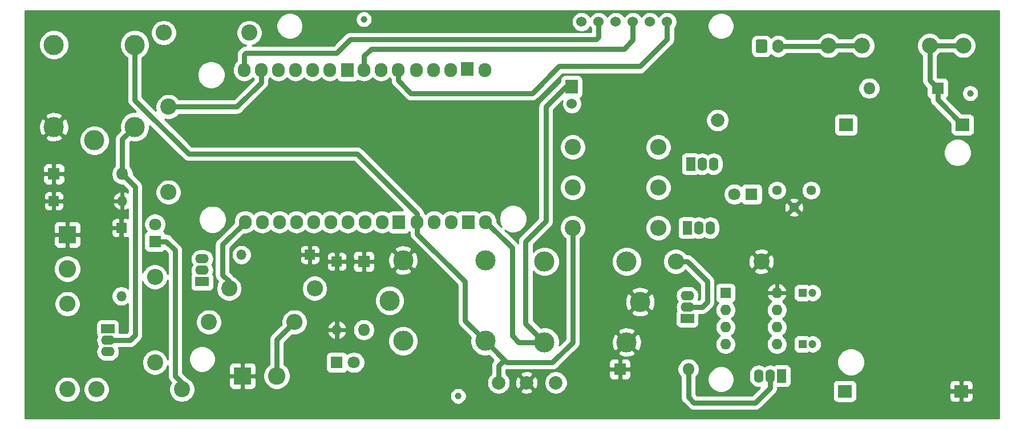
<source format=gbr>
%TF.GenerationSoftware,KiCad,Pcbnew,5.1.7-a382d34a8~87~ubuntu18.04.1*%
%TF.CreationDate,2020-10-22T00:58:17-03:00*%
%TF.ProjectId,Disp_Sec_V_1,44697370-5f53-4656-935f-565f312e6b69,1.1*%
%TF.SameCoordinates,Original*%
%TF.FileFunction,Copper,L1,Top*%
%TF.FilePolarity,Positive*%
%FSLAX46Y46*%
G04 Gerber Fmt 4.6, Leading zero omitted, Abs format (unit mm)*
G04 Created by KiCad (PCBNEW 5.1.7-a382d34a8~87~ubuntu18.04.1) date 2020-10-22 00:58:17*
%MOMM*%
%LPD*%
G01*
G04 APERTURE LIST*
%TA.AperFunction,ComponentPad*%
%ADD10C,2.000000*%
%TD*%
%TA.AperFunction,SMDPad,CuDef*%
%ADD11C,1.000000*%
%TD*%
%TA.AperFunction,ComponentPad*%
%ADD12O,2.400000X2.400000*%
%TD*%
%TA.AperFunction,ComponentPad*%
%ADD13C,2.400000*%
%TD*%
%TA.AperFunction,ComponentPad*%
%ADD14C,2.600000*%
%TD*%
%TA.AperFunction,ComponentPad*%
%ADD15R,2.600000X2.600000*%
%TD*%
%TA.AperFunction,ComponentPad*%
%ADD16R,2.000000X1.400000*%
%TD*%
%TA.AperFunction,ComponentPad*%
%ADD17O,2.000000X1.400000*%
%TD*%
%TA.AperFunction,ComponentPad*%
%ADD18O,1.800000X1.800000*%
%TD*%
%TA.AperFunction,ComponentPad*%
%ADD19R,1.800000X1.800000*%
%TD*%
%TA.AperFunction,ComponentPad*%
%ADD20O,1.900000X2.100000*%
%TD*%
%TA.AperFunction,ComponentPad*%
%ADD21R,1.900000X2.100000*%
%TD*%
%TA.AperFunction,ComponentPad*%
%ADD22R,1.400000X2.000000*%
%TD*%
%TA.AperFunction,ComponentPad*%
%ADD23O,1.400000X2.000000*%
%TD*%
%TA.AperFunction,ComponentPad*%
%ADD24C,3.000000*%
%TD*%
%TA.AperFunction,ComponentPad*%
%ADD25C,1.524000*%
%TD*%
%TA.AperFunction,ComponentPad*%
%ADD26R,2.100000X1.900000*%
%TD*%
%TA.AperFunction,ComponentPad*%
%ADD27C,2.350000*%
%TD*%
%TA.AperFunction,ComponentPad*%
%ADD28O,1.500000X1.500000*%
%TD*%
%TA.AperFunction,ComponentPad*%
%ADD29R,1.500000X1.500000*%
%TD*%
%TA.AperFunction,ComponentPad*%
%ADD30O,1.600000X1.600000*%
%TD*%
%TA.AperFunction,ComponentPad*%
%ADD31R,1.600000X1.600000*%
%TD*%
%TA.AperFunction,ComponentPad*%
%ADD32C,1.440000*%
%TD*%
%TA.AperFunction,ComponentPad*%
%ADD33O,1.700000X2.000000*%
%TD*%
%TA.AperFunction,ComponentPad*%
%ADD34C,1.800000*%
%TD*%
%TA.AperFunction,ComponentPad*%
%ADD35C,1.200000*%
%TD*%
%TA.AperFunction,ComponentPad*%
%ADD36R,1.200000X1.200000*%
%TD*%
%TA.AperFunction,Conductor*%
%ADD37C,0.800000*%
%TD*%
%TA.AperFunction,Conductor*%
%ADD38C,0.254000*%
%TD*%
%TA.AperFunction,Conductor*%
%ADD39C,0.100000*%
%TD*%
G04 APERTURE END LIST*
D10*
%TO.P,TP4,1*%
%TO.N,+3V3*%
X152000000Y-119000000D03*
%TD*%
%TO.P,TP3,1*%
%TO.N,+12V*%
X156150000Y-119000000D03*
%TD*%
%TO.P,TP2,1*%
%TO.N,/VCC_CONT*%
X160500000Y-119000000D03*
%TD*%
%TO.P,TP1,1*%
%TO.N,GND*%
X184500000Y-80000000D03*
%TD*%
D11*
%TO.P,FID3,*%
%TO.N,*%
X222000000Y-76000000D03*
%TD*%
%TO.P,FID2,*%
%TO.N,*%
X132000000Y-65000000D03*
%TD*%
%TO.P,FID1,*%
%TO.N,*%
X146000000Y-121000000D03*
%TD*%
D12*
%TO.P,R7,2*%
%TO.N,Net-(J3-Pad2)*%
X121700000Y-110000000D03*
D13*
%TO.P,R7,1*%
%TO.N,Net-(Q5-Pad1)*%
X109000000Y-110000000D03*
%TD*%
D14*
%TO.P,J2,2*%
%TO.N,Net-(J2-Pad2)*%
X88000000Y-102080000D03*
D15*
%TO.P,J2,1*%
%TO.N,+12V*%
X88000000Y-97000000D03*
%TD*%
D16*
%TO.P,Q4,1*%
%TO.N,Net-(Q4-Pad1)*%
X94000000Y-111000000D03*
D17*
%TO.P,Q4,3*%
%TO.N,GND*%
X94000000Y-114400000D03*
%TO.P,Q4,2*%
%TO.N,Net-(D7-Pad2)*%
X94000000Y-112700000D03*
%TD*%
D12*
%TO.P,R6,2*%
%TO.N,Net-(J2-Pad2)*%
X88000000Y-107300000D03*
D13*
%TO.P,R6,1*%
%TO.N,Net-(Q4-Pad1)*%
X88000000Y-120000000D03*
%TD*%
D18*
%TO.P,D1,2*%
%TO.N,Net-(D1-Pad2)*%
X180160000Y-117000000D03*
D19*
%TO.P,D1,1*%
%TO.N,+12V*%
X170000000Y-117000000D03*
%TD*%
D20*
%TO.P,U1,30*%
%TO.N,/CE*%
X114243100Y-72528600D03*
D21*
%TO.P,U1,24*%
%TO.N,GND*%
X129572000Y-72554000D03*
%TO.P,U1,17*%
X147352000Y-72427000D03*
%TO.P,U1,14*%
X147479000Y-95160000D03*
D20*
%TO.P,U1,1*%
%TO.N,Net-(R2-Pad1)*%
X114370100Y-95134600D03*
D21*
%TO.P,U1,10*%
%TO.N,Net-(U1-Pad10)*%
X137192000Y-95160000D03*
D20*
%TO.P,U1,25*%
%TO.N,Net-(U1-Pad25)*%
X126943100Y-72528600D03*
%TO.P,U1,18*%
%TO.N,Net-(U1-Pad18)*%
X144850100Y-72528600D03*
%TO.P,U1,19*%
%TO.N,Net-(U1-Pad19)*%
X142310100Y-72528600D03*
%TO.P,U1,22*%
%TO.N,/MOSI*%
X134563100Y-72528600D03*
%TO.P,U1,20*%
%TO.N,Net-(U1-Pad20)*%
X139770100Y-72528600D03*
%TO.P,U1,29*%
%TO.N,/ALARM_PIN*%
X116783100Y-72528600D03*
%TO.P,U1,23*%
%TO.N,/SCK*%
X132023100Y-72528600D03*
%TO.P,U1,28*%
%TO.N,/RST*%
X119323100Y-72528600D03*
%TO.P,U1,26*%
%TO.N,Net-(U1-Pad26)*%
X124403100Y-72528600D03*
%TO.P,U1,27*%
%TO.N,/CSN*%
X121863100Y-72528600D03*
%TO.P,U1,16*%
%TO.N,Net-(U1-Pad16)*%
X149930100Y-72528600D03*
%TO.P,U1,21*%
%TO.N,/MISO*%
X137103100Y-72528600D03*
%TO.P,U1,11*%
%TO.N,+3V3*%
X139897100Y-95134600D03*
%TO.P,U1,15*%
%TO.N,/VCC_CONT*%
X150057100Y-95134600D03*
%TO.P,U1,12*%
%TO.N,Net-(U1-Pad12)*%
X142437100Y-95134600D03*
%TO.P,U1,13*%
%TO.N,Net-(U1-Pad13)*%
X144977100Y-95134600D03*
%TO.P,U1,3*%
%TO.N,Net-(U1-Pad3)*%
X119450100Y-95134600D03*
%TO.P,U1,7*%
%TO.N,Net-(U1-Pad7)*%
X129610100Y-95134600D03*
%TO.P,U1,9*%
%TO.N,Net-(U1-Pad9)*%
X134690100Y-95134600D03*
%TO.P,U1,5*%
%TO.N,Net-(U1-Pad5)*%
X124530100Y-95134600D03*
%TO.P,U1,4*%
%TO.N,Net-(U1-Pad4)*%
X121990100Y-95134600D03*
%TO.P,U1,2*%
%TO.N,Net-(U1-Pad2)*%
X116910100Y-95134600D03*
%TO.P,U1,8*%
%TO.N,Net-(U1-Pad8)*%
X132150100Y-95134600D03*
%TO.P,U1,6*%
%TO.N,Net-(U1-Pad6)*%
X127070100Y-95134600D03*
%TD*%
D22*
%TO.P,Q6,1*%
%TO.N,Net-(Q6-Pad1)*%
X180000000Y-96000000D03*
D23*
%TO.P,Q6,3*%
%TO.N,GND*%
X183400000Y-96000000D03*
%TO.P,Q6,2*%
%TO.N,Net-(D9-Pad2)*%
X181700000Y-96000000D03*
%TD*%
D18*
%TO.P,D7,2*%
%TO.N,Net-(D7-Pad2)*%
X96160000Y-88000000D03*
D19*
%TO.P,D7,1*%
%TO.N,+12V*%
X86000000Y-88000000D03*
%TD*%
D24*
%TO.P,K3,11*%
%TO.N,/FALLA*%
X135830000Y-106810000D03*
%TO.P,K3,A2*%
%TO.N,+12V*%
X137830000Y-100810000D03*
%TO.P,K3,12*%
%TO.N,GND*%
X150030000Y-100810000D03*
%TO.P,K3,14*%
%TO.N,+3V3*%
X150030000Y-112810000D03*
%TO.P,K3,A1*%
%TO.N,Net-(D8-Pad2)*%
X137830000Y-112810000D03*
%TD*%
D18*
%TO.P,D8,2*%
%TO.N,Net-(D8-Pad2)*%
X132000000Y-111160000D03*
D19*
%TO.P,D8,1*%
%TO.N,+12V*%
X132000000Y-101000000D03*
%TD*%
D21*
%TO.P,U3,2*%
%TO.N,/VCC_CONT*%
X162820000Y-75032000D03*
D25*
%TO.P,U3,8*%
%TO.N,Net-(U3-Pad8)*%
X164305900Y-65380000D03*
%TO.P,U3,7*%
%TO.N,/MISO*%
X177005900Y-65380000D03*
%TO.P,U3,6*%
%TO.N,/MOSI*%
X174465900Y-65380000D03*
%TO.P,U3,5*%
%TO.N,/SCK*%
X171925900Y-65380000D03*
%TO.P,U3,4*%
%TO.N,/CSN*%
X169385900Y-65380000D03*
%TO.P,U3,3*%
%TO.N,/CE*%
X166845900Y-65380000D03*
%TO.P,U3,1*%
%TO.N,GND*%
X162883500Y-77559300D03*
%TD*%
D14*
%TO.P,J3,2*%
%TO.N,Net-(J3-Pad2)*%
X119080000Y-118000000D03*
D15*
%TO.P,J3,1*%
%TO.N,+12V*%
X114000000Y-118000000D03*
%TD*%
D16*
%TO.P,Q5,1*%
%TO.N,Net-(Q5-Pad1)*%
X108000000Y-104000000D03*
D17*
%TO.P,Q5,3*%
%TO.N,GND*%
X108000000Y-100600000D03*
%TO.P,Q5,2*%
%TO.N,Net-(D8-Pad2)*%
X108000000Y-102300000D03*
%TD*%
D24*
%TO.P,K1,11*%
%TO.N,+12V*%
X173000000Y-107000000D03*
%TO.P,K1,A2*%
X171000000Y-113000000D03*
%TO.P,K1,12*%
%TO.N,/VCC_CONT*%
X158800000Y-113000000D03*
%TO.P,K1,14*%
%TO.N,Net-(K1-Pad14)*%
X158800000Y-101000000D03*
%TO.P,K1,A1*%
%TO.N,Net-(D1-Pad2)*%
X171000000Y-101000000D03*
%TD*%
D16*
%TO.P,Q1,1*%
%TO.N,/RST*%
X180000000Y-109470000D03*
D17*
%TO.P,Q1,3*%
%TO.N,GND*%
X180000000Y-106070000D03*
%TO.P,Q1,2*%
%TO.N,Net-(Q1-Pad2)*%
X180000000Y-107770000D03*
%TD*%
D26*
%TO.P,U4,3*%
%TO.N,GND*%
X203371100Y-120277600D03*
%TO.P,U4,4*%
%TO.N,+12V*%
X220668500Y-120264900D03*
%TO.P,U4,2*%
%TO.N,Net-(D2-Pad1)*%
X220859000Y-80679000D03*
%TO.P,U4,1*%
%TO.N,Net-(D2-Pad2)*%
X203561600Y-80691700D03*
%TD*%
D27*
%TO.P,F1,1*%
%TO.N,Net-(D2-Pad1)*%
X220970000Y-68910000D03*
X215970000Y-68910000D03*
%TO.P,F1,2*%
%TO.N,Net-(F1-Pad2)*%
X200970000Y-68910000D03*
X205970000Y-68910000D03*
%TD*%
D28*
%TO.P,D6,2*%
%TO.N,GND*%
X113840000Y-100000000D03*
D29*
%TO.P,D6,1*%
%TO.N,+12V*%
X124000000Y-100000000D03*
%TD*%
D30*
%TO.P,U2,8*%
%TO.N,+12V*%
X193300000Y-105660000D03*
%TO.P,U2,4*%
%TO.N,VCC*%
X185680000Y-113280000D03*
%TO.P,U2,7*%
%TO.N,Net-(C2-Pad1)*%
X193300000Y-108200000D03*
%TO.P,U2,3*%
%TO.N,Net-(Q2-Pad1)*%
X185680000Y-110740000D03*
%TO.P,U2,6*%
%TO.N,Net-(C2-Pad1)*%
X193300000Y-110740000D03*
%TO.P,U2,2*%
%TO.N,Net-(Q1-Pad2)*%
X185680000Y-108200000D03*
%TO.P,U2,5*%
%TO.N,Net-(C1-Pad1)*%
X193300000Y-113280000D03*
D31*
%TO.P,U2,1*%
%TO.N,GND*%
X185680000Y-105660000D03*
%TD*%
D32*
%TO.P,RV1,3*%
%TO.N,Net-(RV1-Pad3)*%
X193300000Y-90420000D03*
%TO.P,RV1,2*%
%TO.N,+12V*%
X195840000Y-92960000D03*
%TO.P,RV1,1*%
%TO.N,Net-(C2-Pad1)*%
X198380000Y-90420000D03*
%TD*%
D12*
%TO.P,R11,2*%
%TO.N,GND*%
X101000000Y-103300000D03*
D13*
%TO.P,R11,1*%
%TO.N,Net-(D11-Pad1)*%
X101000000Y-116000000D03*
%TD*%
D12*
%TO.P,R10,2*%
%TO.N,GND*%
X92300000Y-120000000D03*
D13*
%TO.P,R10,1*%
%TO.N,Net-(D10-Pad1)*%
X105000000Y-120000000D03*
%TD*%
D12*
%TO.P,R9,2*%
%TO.N,Net-(D9-Pad2)*%
X175700000Y-96000000D03*
D13*
%TO.P,R9,1*%
%TO.N,+3V3*%
X163000000Y-96000000D03*
%TD*%
D12*
%TO.P,R8,2*%
%TO.N,Net-(Q6-Pad1)*%
X175700000Y-90000000D03*
D13*
%TO.P,R8,1*%
%TO.N,/FALLA*%
X163000000Y-90000000D03*
%TD*%
D12*
%TO.P,R5,2*%
%TO.N,Net-(Q3-Pad1)*%
X175700000Y-84000000D03*
D13*
%TO.P,R5,1*%
%TO.N,/ALARMA*%
X163000000Y-84000000D03*
%TD*%
D12*
%TO.P,R4,2*%
%TO.N,/ALARMA*%
X103000000Y-90700000D03*
D13*
%TO.P,R4,1*%
%TO.N,/ALARM_PIN*%
X103000000Y-78000000D03*
%TD*%
D12*
%TO.P,R3,2*%
%TO.N,GND*%
X102300000Y-67000000D03*
D13*
%TO.P,R3,1*%
%TO.N,/RST*%
X115000000Y-67000000D03*
%TD*%
D12*
%TO.P,R2,2*%
%TO.N,/FALLA*%
X124700000Y-105000000D03*
D13*
%TO.P,R2,1*%
%TO.N,Net-(R2-Pad1)*%
X112000000Y-105000000D03*
%TD*%
D12*
%TO.P,R1,2*%
%TO.N,Net-(Q1-Pad2)*%
X178300000Y-101000000D03*
D13*
%TO.P,R1,1*%
%TO.N,+12V*%
X191000000Y-101000000D03*
%TD*%
D22*
%TO.P,Q3,1*%
%TO.N,Net-(Q3-Pad1)*%
X180500000Y-86500000D03*
D23*
%TO.P,Q3,3*%
%TO.N,GND*%
X183900000Y-86500000D03*
%TO.P,Q3,2*%
%TO.N,Net-(D9-Pad2)*%
X182200000Y-86500000D03*
%TD*%
D22*
%TO.P,Q2,1*%
%TO.N,Net-(Q2-Pad1)*%
X194000000Y-118000000D03*
D23*
%TO.P,Q2,3*%
%TO.N,GND*%
X190600000Y-118000000D03*
%TO.P,Q2,2*%
%TO.N,Net-(D1-Pad2)*%
X192300000Y-118000000D03*
%TD*%
D24*
%TO.P,K2,11*%
%TO.N,/ALARMA*%
X92000000Y-83000000D03*
%TO.P,K2,A2*%
%TO.N,+12V*%
X86000000Y-81000000D03*
%TO.P,K2,12*%
%TO.N,GND*%
X86000000Y-68800000D03*
%TO.P,K2,14*%
%TO.N,+3V3*%
X98000000Y-68800000D03*
%TO.P,K2,A1*%
%TO.N,Net-(D7-Pad2)*%
X98000000Y-81000000D03*
%TD*%
D33*
%TO.P,J1,2*%
%TO.N,Net-(F1-Pad2)*%
X193500000Y-69000000D03*
%TO.P,J1,1*%
%TO.N,Net-(D2-Pad2)*%
%TA.AperFunction,ComponentPad*%
G36*
G01*
X190150000Y-69750000D02*
X190150000Y-68250000D01*
G75*
G02*
X190400000Y-68000000I250000J0D01*
G01*
X191600000Y-68000000D01*
G75*
G02*
X191850000Y-68250000I0J-250000D01*
G01*
X191850000Y-69750000D01*
G75*
G02*
X191600000Y-70000000I-250000J0D01*
G01*
X190400000Y-70000000D01*
G75*
G02*
X190150000Y-69750000I0J250000D01*
G01*
G37*
%TD.AperFunction*%
%TD*%
D34*
%TO.P,D11,2*%
%TO.N,/FALLA*%
X130540000Y-116000000D03*
D19*
%TO.P,D11,1*%
%TO.N,Net-(D11-Pad1)*%
X128000000Y-116000000D03*
%TD*%
D34*
%TO.P,D10,2*%
%TO.N,/ALARMA*%
X101000000Y-95460000D03*
D19*
%TO.P,D10,1*%
%TO.N,Net-(D10-Pad1)*%
X101000000Y-98000000D03*
%TD*%
D34*
%TO.P,D9,2*%
%TO.N,Net-(D9-Pad2)*%
X187000000Y-91000000D03*
D19*
%TO.P,D9,1*%
%TO.N,GND*%
X189540000Y-91000000D03*
%TD*%
D28*
%TO.P,D5,2*%
%TO.N,+12V*%
X128000000Y-111160000D03*
D29*
%TO.P,D5,1*%
X128000000Y-101000000D03*
%TD*%
D28*
%TO.P,D4,2*%
%TO.N,GND*%
X96000000Y-106160000D03*
D29*
%TO.P,D4,1*%
%TO.N,+12V*%
X96000000Y-96000000D03*
%TD*%
D28*
%TO.P,D3,2*%
%TO.N,+12V*%
X96160000Y-92000000D03*
D29*
%TO.P,D3,1*%
X86000000Y-92000000D03*
%TD*%
D18*
%TO.P,D2,2*%
%TO.N,Net-(D2-Pad2)*%
X207000000Y-75260000D03*
D19*
%TO.P,D2,1*%
%TO.N,Net-(D2-Pad1)*%
X217160000Y-75260000D03*
%TD*%
D35*
%TO.P,C2,2*%
%TO.N,GND*%
X198610000Y-105660000D03*
D36*
%TO.P,C2,1*%
%TO.N,Net-(C2-Pad1)*%
X197110000Y-105660000D03*
%TD*%
D35*
%TO.P,C1,2*%
%TO.N,GND*%
X198610000Y-113280000D03*
D36*
%TO.P,C1,1*%
%TO.N,Net-(C1-Pad1)*%
X197110000Y-113280000D03*
%TD*%
D37*
%TO.N,+12V*%
X171000000Y-113000000D02*
X172000000Y-113000000D01*
%TO.N,/VCC_CONT*%
X150057100Y-95134600D02*
X150134600Y-95134600D01*
X150134600Y-95134600D02*
X154000000Y-99000000D01*
X154000000Y-99000000D02*
X154000000Y-112000000D01*
X155000000Y-113000000D02*
X158800000Y-113000000D01*
X154000000Y-112000000D02*
X155000000Y-113000000D01*
X161968000Y-75032000D02*
X162820000Y-75032000D01*
X156000000Y-98000000D02*
X159000000Y-95000000D01*
X159000000Y-95000000D02*
X159000000Y-78000000D01*
X158800000Y-113000000D02*
X156000000Y-110200000D01*
X159000000Y-78000000D02*
X161968000Y-75032000D01*
X156000000Y-110200000D02*
X156000000Y-98000000D01*
%TO.N,Net-(D1-Pad2)*%
X180160000Y-121160000D02*
X180160000Y-117000000D01*
X181000000Y-122000000D02*
X180160000Y-121160000D01*
X192300000Y-118000000D02*
X192300000Y-119800000D01*
X190100000Y-122000000D02*
X181000000Y-122000000D01*
X192300000Y-119800000D02*
X190100000Y-122000000D01*
%TO.N,+3V3*%
X139897100Y-95134600D02*
X139897100Y-94425098D01*
X163000000Y-113000000D02*
X160000000Y-116000000D01*
X160000000Y-116000000D02*
X153220000Y-116000000D01*
X163000000Y-113000000D02*
X163000000Y-96000000D01*
X139897100Y-95134600D02*
X139897100Y-96897100D01*
X139897100Y-96897100D02*
X147000000Y-104000000D01*
X147000000Y-109780000D02*
X150030000Y-112810000D01*
X147000000Y-104000000D02*
X147000000Y-109780000D01*
X98000000Y-77000000D02*
X98000000Y-68800000D01*
X106000000Y-85000000D02*
X98000000Y-77000000D01*
X131000000Y-85000000D02*
X106000000Y-85000000D01*
X139897100Y-95134600D02*
X139897100Y-93897100D01*
X139897100Y-93897100D02*
X131000000Y-85000000D01*
X152000000Y-116500000D02*
X152860000Y-115640000D01*
X152000000Y-119000000D02*
X152000000Y-116500000D01*
X153220000Y-116000000D02*
X152860000Y-115640000D01*
X152860000Y-115640000D02*
X150030000Y-112810000D01*
%TO.N,Net-(D7-Pad2)*%
X96160000Y-82840000D02*
X98000000Y-81000000D01*
X96160000Y-88000000D02*
X96160000Y-82840000D01*
X98080000Y-111920000D02*
X98080000Y-89920000D01*
X97300000Y-112700000D02*
X98080000Y-111920000D01*
X94000000Y-112700000D02*
X97300000Y-112700000D01*
X98080000Y-89920000D02*
X96160000Y-88000000D01*
%TO.N,Net-(Q1-Pad2)*%
X180000000Y-107770000D02*
X182230000Y-107770000D01*
X182230000Y-107770000D02*
X183000000Y-107000000D01*
X183000000Y-107000000D02*
X183000000Y-104000000D01*
X180000000Y-101000000D02*
X178300000Y-101000000D01*
X183000000Y-104000000D02*
X180000000Y-101000000D01*
%TO.N,/MISO*%
X177005900Y-67994100D02*
X177005900Y-65380000D01*
X137103100Y-74103100D02*
X139000000Y-76000000D01*
X137103100Y-72528600D02*
X137103100Y-74103100D01*
X157000000Y-76000000D02*
X161000000Y-72000000D01*
X161000000Y-72000000D02*
X173000000Y-72000000D01*
X139000000Y-76000000D02*
X157000000Y-76000000D01*
X173000000Y-72000000D02*
X177005900Y-67994100D01*
%TO.N,/SCK*%
X132023100Y-72528600D02*
X132023100Y-70476900D01*
X133099990Y-69400010D02*
X170599990Y-69400010D01*
X132023100Y-70476900D02*
X133099990Y-69400010D01*
X171925900Y-68074100D02*
X171925900Y-65380000D01*
X170599990Y-69400010D02*
X171925900Y-68074100D01*
%TO.N,/CE*%
X114243100Y-72528600D02*
X114243100Y-70256900D01*
X114243100Y-70256900D02*
X114500000Y-70000000D01*
X114500000Y-70000000D02*
X128000000Y-70000000D01*
X128000000Y-70000000D02*
X130000000Y-68000000D01*
X130000000Y-68000000D02*
X166500000Y-68000000D01*
X166845900Y-67654100D02*
X166845900Y-65380000D01*
X166500000Y-68000000D02*
X166845900Y-67654100D01*
%TO.N,Net-(D2-Pad1)*%
X215970000Y-74070000D02*
X217160000Y-75260000D01*
X215970000Y-68910000D02*
X215970000Y-74070000D01*
X215970000Y-68910000D02*
X220970000Y-68910000D01*
X217160000Y-76980000D02*
X220859000Y-80679000D01*
X217160000Y-75260000D02*
X217160000Y-76980000D01*
%TO.N,Net-(D10-Pad1)*%
X105000000Y-120000000D02*
X105000000Y-119000000D01*
X105000000Y-119000000D02*
X104000000Y-118000000D01*
X102656000Y-98000000D02*
X101000000Y-98000000D01*
X104000000Y-99344000D02*
X102656000Y-98000000D01*
X104000000Y-118000000D02*
X104000000Y-99344000D01*
%TO.N,Net-(F1-Pad2)*%
X200970000Y-68910000D02*
X205970000Y-68910000D01*
X200880000Y-69000000D02*
X200970000Y-68910000D01*
X193500000Y-69000000D02*
X200880000Y-69000000D01*
%TO.N,Net-(J3-Pad2)*%
X119080000Y-112620000D02*
X121700000Y-110000000D01*
X119080000Y-118000000D02*
X119080000Y-112620000D01*
%TO.N,Net-(R2-Pad1)*%
X112000000Y-105000000D02*
X112000000Y-104000000D01*
X112000000Y-104000000D02*
X111000000Y-103000000D01*
X111000000Y-98504700D02*
X114370100Y-95134600D01*
X111000000Y-103000000D02*
X111000000Y-98504700D01*
%TO.N,/ALARM_PIN*%
X113161700Y-78000000D02*
X103000000Y-78000000D01*
X116783100Y-74378600D02*
X113161700Y-78000000D01*
X116783100Y-72528600D02*
X116783100Y-74378600D01*
%TD*%
D38*
%TO.N,+12V*%
X226248000Y-124248000D02*
X81752000Y-124248000D01*
X81752000Y-119810207D01*
X86073000Y-119810207D01*
X86073000Y-120189793D01*
X86147053Y-120562085D01*
X86292315Y-120912777D01*
X86503201Y-121228391D01*
X86771609Y-121496799D01*
X87087223Y-121707685D01*
X87437915Y-121852947D01*
X87810207Y-121927000D01*
X88189793Y-121927000D01*
X88562085Y-121852947D01*
X88912777Y-121707685D01*
X89228391Y-121496799D01*
X89496799Y-121228391D01*
X89707685Y-120912777D01*
X89852947Y-120562085D01*
X89927000Y-120189793D01*
X89927000Y-119810207D01*
X90373000Y-119810207D01*
X90373000Y-120189793D01*
X90447053Y-120562085D01*
X90592315Y-120912777D01*
X90803201Y-121228391D01*
X91071609Y-121496799D01*
X91387223Y-121707685D01*
X91737915Y-121852947D01*
X92110207Y-121927000D01*
X92489793Y-121927000D01*
X92862085Y-121852947D01*
X93212777Y-121707685D01*
X93528391Y-121496799D01*
X93796799Y-121228391D01*
X94007685Y-120912777D01*
X94152947Y-120562085D01*
X94227000Y-120189793D01*
X94227000Y-119810207D01*
X94152947Y-119437915D01*
X94007685Y-119087223D01*
X93796799Y-118771609D01*
X93528391Y-118503201D01*
X93212777Y-118292315D01*
X92862085Y-118147053D01*
X92489793Y-118073000D01*
X92110207Y-118073000D01*
X91737915Y-118147053D01*
X91387223Y-118292315D01*
X91071609Y-118503201D01*
X90803201Y-118771609D01*
X90592315Y-119087223D01*
X90447053Y-119437915D01*
X90373000Y-119810207D01*
X89927000Y-119810207D01*
X89852947Y-119437915D01*
X89707685Y-119087223D01*
X89496799Y-118771609D01*
X89228391Y-118503201D01*
X88912777Y-118292315D01*
X88562085Y-118147053D01*
X88189793Y-118073000D01*
X87810207Y-118073000D01*
X87437915Y-118147053D01*
X87087223Y-118292315D01*
X86771609Y-118503201D01*
X86503201Y-118771609D01*
X86292315Y-119087223D01*
X86147053Y-119437915D01*
X86073000Y-119810207D01*
X81752000Y-119810207D01*
X81752000Y-112700000D01*
X92266096Y-112700000D01*
X92293648Y-112979741D01*
X92375245Y-113248731D01*
X92507752Y-113496634D01*
X92551548Y-113550000D01*
X92507752Y-113603366D01*
X92375245Y-113851269D01*
X92293648Y-114120259D01*
X92266096Y-114400000D01*
X92293648Y-114679741D01*
X92375245Y-114948731D01*
X92507752Y-115196634D01*
X92686077Y-115413923D01*
X92903366Y-115592248D01*
X93151269Y-115724755D01*
X93420259Y-115806352D01*
X93629902Y-115827000D01*
X94370098Y-115827000D01*
X94579741Y-115806352D01*
X94848731Y-115724755D01*
X95096634Y-115592248D01*
X95313923Y-115413923D01*
X95492248Y-115196634D01*
X95624755Y-114948731D01*
X95706352Y-114679741D01*
X95733904Y-114400000D01*
X95706352Y-114120259D01*
X95624755Y-113851269D01*
X95611783Y-113827000D01*
X97244646Y-113827000D01*
X97300000Y-113832452D01*
X97355354Y-113827000D01*
X97355365Y-113827000D01*
X97520931Y-113810693D01*
X97733371Y-113746250D01*
X97929157Y-113641600D01*
X98100765Y-113500765D01*
X98136059Y-113457759D01*
X98837764Y-112756055D01*
X98880765Y-112720765D01*
X98916055Y-112677764D01*
X98916058Y-112677761D01*
X99021600Y-112549157D01*
X99126250Y-112353371D01*
X99190693Y-112140931D01*
X99212453Y-111920000D01*
X99207000Y-111864636D01*
X99207000Y-104006809D01*
X99292315Y-104212777D01*
X99503201Y-104528391D01*
X99771609Y-104796799D01*
X100087223Y-105007685D01*
X100437915Y-105152947D01*
X100810207Y-105227000D01*
X101189793Y-105227000D01*
X101562085Y-105152947D01*
X101912777Y-105007685D01*
X102228391Y-104796799D01*
X102496799Y-104528391D01*
X102707685Y-104212777D01*
X102852947Y-103862085D01*
X102873001Y-103761267D01*
X102873000Y-115538730D01*
X102852947Y-115437915D01*
X102707685Y-115087223D01*
X102496799Y-114771609D01*
X102228391Y-114503201D01*
X101912777Y-114292315D01*
X101562085Y-114147053D01*
X101189793Y-114073000D01*
X100810207Y-114073000D01*
X100437915Y-114147053D01*
X100087223Y-114292315D01*
X99771609Y-114503201D01*
X99503201Y-114771609D01*
X99292315Y-115087223D01*
X99147053Y-115437915D01*
X99073000Y-115810207D01*
X99073000Y-116189793D01*
X99147053Y-116562085D01*
X99292315Y-116912777D01*
X99503201Y-117228391D01*
X99771609Y-117496799D01*
X100087223Y-117707685D01*
X100437915Y-117852947D01*
X100810207Y-117927000D01*
X101189793Y-117927000D01*
X101562085Y-117852947D01*
X101912777Y-117707685D01*
X102228391Y-117496799D01*
X102496799Y-117228391D01*
X102707685Y-116912777D01*
X102852947Y-116562085D01*
X102873000Y-116461271D01*
X102873000Y-117944646D01*
X102867548Y-118000000D01*
X102873000Y-118055354D01*
X102873000Y-118055364D01*
X102889307Y-118220930D01*
X102953750Y-118433370D01*
X103058400Y-118629157D01*
X103199235Y-118800765D01*
X103242241Y-118836059D01*
X103372860Y-118966678D01*
X103292315Y-119087223D01*
X103147053Y-119437915D01*
X103073000Y-119810207D01*
X103073000Y-120189793D01*
X103147053Y-120562085D01*
X103292315Y-120912777D01*
X103503201Y-121228391D01*
X103771609Y-121496799D01*
X104087223Y-121707685D01*
X104437915Y-121852947D01*
X104810207Y-121927000D01*
X105189793Y-121927000D01*
X105562085Y-121852947D01*
X105912777Y-121707685D01*
X106228391Y-121496799D01*
X106496799Y-121228391D01*
X106707685Y-120912777D01*
X106721613Y-120879151D01*
X144773000Y-120879151D01*
X144773000Y-121120849D01*
X144820153Y-121357903D01*
X144912647Y-121581202D01*
X145046927Y-121782167D01*
X145217833Y-121953073D01*
X145418798Y-122087353D01*
X145642097Y-122179847D01*
X145879151Y-122227000D01*
X146120849Y-122227000D01*
X146357903Y-122179847D01*
X146581202Y-122087353D01*
X146782167Y-121953073D01*
X146953073Y-121782167D01*
X147087353Y-121581202D01*
X147179847Y-121357903D01*
X147227000Y-121120849D01*
X147227000Y-120879151D01*
X147179847Y-120642097D01*
X147087353Y-120418798D01*
X146953073Y-120217833D01*
X146782167Y-120046927D01*
X146581202Y-119912647D01*
X146357903Y-119820153D01*
X146120849Y-119773000D01*
X145879151Y-119773000D01*
X145642097Y-119820153D01*
X145418798Y-119912647D01*
X145217833Y-120046927D01*
X145046927Y-120217833D01*
X144912647Y-120418798D01*
X144820153Y-120642097D01*
X144773000Y-120879151D01*
X106721613Y-120879151D01*
X106852947Y-120562085D01*
X106927000Y-120189793D01*
X106927000Y-119810207D01*
X106852947Y-119437915D01*
X106795821Y-119300000D01*
X111969482Y-119300000D01*
X111983519Y-119442517D01*
X112025089Y-119579557D01*
X112092596Y-119705854D01*
X112183446Y-119816554D01*
X112294146Y-119907404D01*
X112420443Y-119974911D01*
X112557483Y-120016481D01*
X112700000Y-120030518D01*
X113645250Y-120027000D01*
X113827000Y-119845250D01*
X113827000Y-118173000D01*
X114173000Y-118173000D01*
X114173000Y-119845250D01*
X114354750Y-120027000D01*
X115300000Y-120030518D01*
X115442517Y-120016481D01*
X115579557Y-119974911D01*
X115705854Y-119907404D01*
X115816554Y-119816554D01*
X115907404Y-119705854D01*
X115974911Y-119579557D01*
X116016481Y-119442517D01*
X116030518Y-119300000D01*
X116027000Y-118354750D01*
X115845250Y-118173000D01*
X114173000Y-118173000D01*
X113827000Y-118173000D01*
X112154750Y-118173000D01*
X111973000Y-118354750D01*
X111969482Y-119300000D01*
X106795821Y-119300000D01*
X106707685Y-119087223D01*
X106496799Y-118771609D01*
X106228391Y-118503201D01*
X105912777Y-118292315D01*
X105858808Y-118269960D01*
X105836058Y-118242239D01*
X105836055Y-118242236D01*
X105800765Y-118199235D01*
X105757764Y-118163945D01*
X105127000Y-117533182D01*
X105127000Y-115305282D01*
X106023000Y-115305282D01*
X106023000Y-115694718D01*
X106098975Y-116076670D01*
X106248005Y-116436461D01*
X106464364Y-116760264D01*
X106739736Y-117035636D01*
X107063539Y-117251995D01*
X107423330Y-117401025D01*
X107805282Y-117477000D01*
X108194718Y-117477000D01*
X108576670Y-117401025D01*
X108936461Y-117251995D01*
X109260264Y-117035636D01*
X109535636Y-116760264D01*
X109575903Y-116700000D01*
X111969482Y-116700000D01*
X111973000Y-117645250D01*
X112154750Y-117827000D01*
X113827000Y-117827000D01*
X113827000Y-116154750D01*
X114173000Y-116154750D01*
X114173000Y-117827000D01*
X115845250Y-117827000D01*
X115871892Y-117800358D01*
X117053000Y-117800358D01*
X117053000Y-118199642D01*
X117130896Y-118591254D01*
X117283696Y-118960145D01*
X117505526Y-119292137D01*
X117787863Y-119574474D01*
X118119855Y-119796304D01*
X118488746Y-119949104D01*
X118880358Y-120027000D01*
X119279642Y-120027000D01*
X119671254Y-119949104D01*
X120040145Y-119796304D01*
X120372137Y-119574474D01*
X120654474Y-119292137D01*
X120876304Y-118960145D01*
X121029104Y-118591254D01*
X121107000Y-118199642D01*
X121107000Y-117800358D01*
X121029104Y-117408746D01*
X120876304Y-117039855D01*
X120654474Y-116707863D01*
X120372137Y-116425526D01*
X120207000Y-116315185D01*
X120207000Y-115100000D01*
X126369483Y-115100000D01*
X126369483Y-116900000D01*
X126383520Y-117042517D01*
X126425090Y-117179557D01*
X126492597Y-117305853D01*
X126583446Y-117416554D01*
X126694147Y-117507403D01*
X126820443Y-117574910D01*
X126957483Y-117616480D01*
X127100000Y-117630517D01*
X128900000Y-117630517D01*
X129042517Y-117616480D01*
X129179557Y-117574910D01*
X129305853Y-117507403D01*
X129416554Y-117416554D01*
X129507403Y-117305853D01*
X129522778Y-117277089D01*
X129769327Y-117441828D01*
X130065422Y-117564475D01*
X130379755Y-117627000D01*
X130700245Y-117627000D01*
X131014578Y-117564475D01*
X131310673Y-117441828D01*
X131577152Y-117263773D01*
X131803773Y-117037152D01*
X131981828Y-116770673D01*
X132104475Y-116474578D01*
X132167000Y-116160245D01*
X132167000Y-115839755D01*
X132104475Y-115525422D01*
X131981828Y-115229327D01*
X131803773Y-114962848D01*
X131577152Y-114736227D01*
X131310673Y-114558172D01*
X131014578Y-114435525D01*
X130700245Y-114373000D01*
X130379755Y-114373000D01*
X130065422Y-114435525D01*
X129769327Y-114558172D01*
X129522778Y-114722911D01*
X129507403Y-114694147D01*
X129416554Y-114583446D01*
X129305853Y-114492597D01*
X129179557Y-114425090D01*
X129042517Y-114383520D01*
X128900000Y-114369483D01*
X127100000Y-114369483D01*
X126957483Y-114383520D01*
X126820443Y-114425090D01*
X126694147Y-114492597D01*
X126583446Y-114583446D01*
X126492597Y-114694147D01*
X126425090Y-114820443D01*
X126383520Y-114957483D01*
X126369483Y-115100000D01*
X120207000Y-115100000D01*
X120207000Y-113086818D01*
X121390608Y-111903210D01*
X121510207Y-111927000D01*
X121889793Y-111927000D01*
X122262085Y-111852947D01*
X122612777Y-111707685D01*
X122833303Y-111560334D01*
X126578282Y-111560334D01*
X126683701Y-111830005D01*
X126839705Y-112073928D01*
X127040298Y-112282729D01*
X127277772Y-112448385D01*
X127543001Y-112564529D01*
X127599667Y-112581711D01*
X127827000Y-112443645D01*
X127827000Y-111333000D01*
X128173000Y-111333000D01*
X128173000Y-112443645D01*
X128400333Y-112581711D01*
X128456999Y-112564529D01*
X128722228Y-112448385D01*
X128959702Y-112282729D01*
X129160295Y-112073928D01*
X129316299Y-111830005D01*
X129421718Y-111560334D01*
X129285090Y-111333000D01*
X128173000Y-111333000D01*
X127827000Y-111333000D01*
X126714910Y-111333000D01*
X126578282Y-111560334D01*
X122833303Y-111560334D01*
X122928391Y-111496799D01*
X123196799Y-111228391D01*
X123349568Y-110999755D01*
X130373000Y-110999755D01*
X130373000Y-111320245D01*
X130435525Y-111634578D01*
X130558172Y-111930673D01*
X130736227Y-112197152D01*
X130962848Y-112423773D01*
X131229327Y-112601828D01*
X131525422Y-112724475D01*
X131839755Y-112787000D01*
X132160245Y-112787000D01*
X132474578Y-112724475D01*
X132770673Y-112601828D01*
X132787387Y-112590660D01*
X135603000Y-112590660D01*
X135603000Y-113029340D01*
X135688582Y-113459592D01*
X135856458Y-113864880D01*
X136100176Y-114229630D01*
X136410370Y-114539824D01*
X136775120Y-114783542D01*
X137180408Y-114951418D01*
X137610660Y-115037000D01*
X138049340Y-115037000D01*
X138479592Y-114951418D01*
X138884880Y-114783542D01*
X139249630Y-114539824D01*
X139559824Y-114229630D01*
X139803542Y-113864880D01*
X139971418Y-113459592D01*
X140057000Y-113029340D01*
X140057000Y-112590660D01*
X139971418Y-112160408D01*
X139803542Y-111755120D01*
X139559824Y-111390370D01*
X139249630Y-111080176D01*
X138884880Y-110836458D01*
X138479592Y-110668582D01*
X138049340Y-110583000D01*
X137610660Y-110583000D01*
X137180408Y-110668582D01*
X136775120Y-110836458D01*
X136410370Y-111080176D01*
X136100176Y-111390370D01*
X135856458Y-111755120D01*
X135688582Y-112160408D01*
X135603000Y-112590660D01*
X132787387Y-112590660D01*
X133037152Y-112423773D01*
X133263773Y-112197152D01*
X133441828Y-111930673D01*
X133564475Y-111634578D01*
X133627000Y-111320245D01*
X133627000Y-110999755D01*
X133564475Y-110685422D01*
X133441828Y-110389327D01*
X133263773Y-110122848D01*
X133037152Y-109896227D01*
X132770673Y-109718172D01*
X132474578Y-109595525D01*
X132160245Y-109533000D01*
X131839755Y-109533000D01*
X131525422Y-109595525D01*
X131229327Y-109718172D01*
X130962848Y-109896227D01*
X130736227Y-110122848D01*
X130558172Y-110389327D01*
X130435525Y-110685422D01*
X130373000Y-110999755D01*
X123349568Y-110999755D01*
X123407685Y-110912777D01*
X123471105Y-110759666D01*
X126578282Y-110759666D01*
X126714910Y-110987000D01*
X127827000Y-110987000D01*
X127827000Y-109876355D01*
X128173000Y-109876355D01*
X128173000Y-110987000D01*
X129285090Y-110987000D01*
X129421718Y-110759666D01*
X129316299Y-110489995D01*
X129160295Y-110246072D01*
X128959702Y-110037271D01*
X128722228Y-109871615D01*
X128456999Y-109755471D01*
X128400333Y-109738289D01*
X128173000Y-109876355D01*
X127827000Y-109876355D01*
X127599667Y-109738289D01*
X127543001Y-109755471D01*
X127277772Y-109871615D01*
X127040298Y-110037271D01*
X126839705Y-110246072D01*
X126683701Y-110489995D01*
X126578282Y-110759666D01*
X123471105Y-110759666D01*
X123552947Y-110562085D01*
X123627000Y-110189793D01*
X123627000Y-109810207D01*
X123552947Y-109437915D01*
X123407685Y-109087223D01*
X123196799Y-108771609D01*
X122928391Y-108503201D01*
X122612777Y-108292315D01*
X122262085Y-108147053D01*
X121889793Y-108073000D01*
X121510207Y-108073000D01*
X121137915Y-108147053D01*
X120787223Y-108292315D01*
X120471609Y-108503201D01*
X120203201Y-108771609D01*
X119992315Y-109087223D01*
X119847053Y-109437915D01*
X119773000Y-109810207D01*
X119773000Y-110189793D01*
X119796790Y-110309392D01*
X118322237Y-111783945D01*
X118279236Y-111819235D01*
X118243946Y-111862236D01*
X118243942Y-111862240D01*
X118138400Y-111990844D01*
X118033750Y-112186630D01*
X117988856Y-112334627D01*
X117969308Y-112399069D01*
X117953783Y-112556694D01*
X117947548Y-112620000D01*
X117953001Y-112675364D01*
X117953000Y-116315185D01*
X117787863Y-116425526D01*
X117505526Y-116707863D01*
X117283696Y-117039855D01*
X117130896Y-117408746D01*
X117053000Y-117800358D01*
X115871892Y-117800358D01*
X116027000Y-117645250D01*
X116030518Y-116700000D01*
X116016481Y-116557483D01*
X115974911Y-116420443D01*
X115907404Y-116294146D01*
X115816554Y-116183446D01*
X115705854Y-116092596D01*
X115579557Y-116025089D01*
X115442517Y-115983519D01*
X115300000Y-115969482D01*
X114354750Y-115973000D01*
X114173000Y-116154750D01*
X113827000Y-116154750D01*
X113645250Y-115973000D01*
X112700000Y-115969482D01*
X112557483Y-115983519D01*
X112420443Y-116025089D01*
X112294146Y-116092596D01*
X112183446Y-116183446D01*
X112092596Y-116294146D01*
X112025089Y-116420443D01*
X111983519Y-116557483D01*
X111969482Y-116700000D01*
X109575903Y-116700000D01*
X109751995Y-116436461D01*
X109901025Y-116076670D01*
X109977000Y-115694718D01*
X109977000Y-115305282D01*
X109901025Y-114923330D01*
X109751995Y-114563539D01*
X109535636Y-114239736D01*
X109260264Y-113964364D01*
X108936461Y-113748005D01*
X108576670Y-113598975D01*
X108194718Y-113523000D01*
X107805282Y-113523000D01*
X107423330Y-113598975D01*
X107063539Y-113748005D01*
X106739736Y-113964364D01*
X106464364Y-114239736D01*
X106248005Y-114563539D01*
X106098975Y-114923330D01*
X106023000Y-115305282D01*
X105127000Y-115305282D01*
X105127000Y-109810207D01*
X107073000Y-109810207D01*
X107073000Y-110189793D01*
X107147053Y-110562085D01*
X107292315Y-110912777D01*
X107503201Y-111228391D01*
X107771609Y-111496799D01*
X108087223Y-111707685D01*
X108437915Y-111852947D01*
X108810207Y-111927000D01*
X109189793Y-111927000D01*
X109562085Y-111852947D01*
X109912777Y-111707685D01*
X110228391Y-111496799D01*
X110496799Y-111228391D01*
X110707685Y-110912777D01*
X110852947Y-110562085D01*
X110927000Y-110189793D01*
X110927000Y-109810207D01*
X110852947Y-109437915D01*
X110707685Y-109087223D01*
X110496799Y-108771609D01*
X110228391Y-108503201D01*
X109912777Y-108292315D01*
X109562085Y-108147053D01*
X109189793Y-108073000D01*
X108810207Y-108073000D01*
X108437915Y-108147053D01*
X108087223Y-108292315D01*
X107771609Y-108503201D01*
X107503201Y-108771609D01*
X107292315Y-109087223D01*
X107147053Y-109437915D01*
X107073000Y-109810207D01*
X105127000Y-109810207D01*
X105127000Y-100600000D01*
X106266096Y-100600000D01*
X106293648Y-100879741D01*
X106375245Y-101148731D01*
X106507752Y-101396634D01*
X106551548Y-101450000D01*
X106507752Y-101503366D01*
X106375245Y-101751269D01*
X106293648Y-102020259D01*
X106266096Y-102300000D01*
X106293648Y-102579741D01*
X106375245Y-102848731D01*
X106396790Y-102889038D01*
X106392597Y-102894147D01*
X106325090Y-103020443D01*
X106283520Y-103157483D01*
X106269483Y-103300000D01*
X106269483Y-104700000D01*
X106283520Y-104842517D01*
X106325090Y-104979557D01*
X106392597Y-105105853D01*
X106483446Y-105216554D01*
X106594147Y-105307403D01*
X106720443Y-105374910D01*
X106857483Y-105416480D01*
X107000000Y-105430517D01*
X109000000Y-105430517D01*
X109142517Y-105416480D01*
X109279557Y-105374910D01*
X109405853Y-105307403D01*
X109516554Y-105216554D01*
X109607403Y-105105853D01*
X109674910Y-104979557D01*
X109716480Y-104842517D01*
X109730517Y-104700000D01*
X109730517Y-103300000D01*
X109716480Y-103157483D01*
X109674910Y-103020443D01*
X109607403Y-102894147D01*
X109603210Y-102889038D01*
X109624755Y-102848731D01*
X109706352Y-102579741D01*
X109733904Y-102300000D01*
X109706352Y-102020259D01*
X109624755Y-101751269D01*
X109492248Y-101503366D01*
X109448452Y-101450000D01*
X109492248Y-101396634D01*
X109624755Y-101148731D01*
X109706352Y-100879741D01*
X109733904Y-100600000D01*
X109706352Y-100320259D01*
X109624755Y-100051269D01*
X109492248Y-99803366D01*
X109313923Y-99586077D01*
X109096634Y-99407752D01*
X108848731Y-99275245D01*
X108579741Y-99193648D01*
X108370098Y-99173000D01*
X107629902Y-99173000D01*
X107420259Y-99193648D01*
X107151269Y-99275245D01*
X106903366Y-99407752D01*
X106686077Y-99586077D01*
X106507752Y-99803366D01*
X106375245Y-100051269D01*
X106293648Y-100320259D01*
X106266096Y-100600000D01*
X105127000Y-100600000D01*
X105127000Y-99399354D01*
X105132452Y-99343999D01*
X105127000Y-99288645D01*
X105127000Y-99288635D01*
X105110693Y-99123069D01*
X105046250Y-98910629D01*
X104941600Y-98714843D01*
X104903635Y-98668582D01*
X104836058Y-98586239D01*
X104836055Y-98586236D01*
X104800765Y-98543235D01*
X104757764Y-98507945D01*
X103492058Y-97242240D01*
X103456765Y-97199235D01*
X103285157Y-97058400D01*
X103089371Y-96953750D01*
X102876931Y-96889307D01*
X102711365Y-96873000D01*
X102711354Y-96873000D01*
X102656000Y-96867548D01*
X102600646Y-96873000D01*
X102590853Y-96873000D01*
X102574910Y-96820443D01*
X102507403Y-96694147D01*
X102416554Y-96583446D01*
X102305853Y-96492597D01*
X102277089Y-96477222D01*
X102441828Y-96230673D01*
X102564475Y-95934578D01*
X102627000Y-95620245D01*
X102627000Y-95299755D01*
X102564475Y-94985422D01*
X102441828Y-94689327D01*
X102339602Y-94536333D01*
X107454400Y-94536333D01*
X107454400Y-94945467D01*
X107534218Y-95346739D01*
X107690786Y-95724729D01*
X107918089Y-96064911D01*
X108207389Y-96354211D01*
X108547571Y-96581514D01*
X108925561Y-96738082D01*
X109326833Y-96817900D01*
X109735967Y-96817900D01*
X110137239Y-96738082D01*
X110515229Y-96581514D01*
X110855411Y-96354211D01*
X111144711Y-96064911D01*
X111372014Y-95724729D01*
X111528582Y-95346739D01*
X111608400Y-94945467D01*
X111608400Y-94536333D01*
X111528582Y-94135061D01*
X111372014Y-93757071D01*
X111144711Y-93416889D01*
X110855411Y-93127589D01*
X110515229Y-92900286D01*
X110137239Y-92743718D01*
X109735967Y-92663900D01*
X109326833Y-92663900D01*
X108925561Y-92743718D01*
X108547571Y-92900286D01*
X108207389Y-93127589D01*
X107918089Y-93416889D01*
X107690786Y-93757071D01*
X107534218Y-94135061D01*
X107454400Y-94536333D01*
X102339602Y-94536333D01*
X102263773Y-94422848D01*
X102037152Y-94196227D01*
X101770673Y-94018172D01*
X101474578Y-93895525D01*
X101160245Y-93833000D01*
X100839755Y-93833000D01*
X100525422Y-93895525D01*
X100229327Y-94018172D01*
X99962848Y-94196227D01*
X99736227Y-94422848D01*
X99558172Y-94689327D01*
X99435525Y-94985422D01*
X99373000Y-95299755D01*
X99373000Y-95620245D01*
X99435525Y-95934578D01*
X99558172Y-96230673D01*
X99722911Y-96477222D01*
X99694147Y-96492597D01*
X99583446Y-96583446D01*
X99492597Y-96694147D01*
X99425090Y-96820443D01*
X99383520Y-96957483D01*
X99369483Y-97100000D01*
X99369483Y-98900000D01*
X99383520Y-99042517D01*
X99425090Y-99179557D01*
X99492597Y-99305853D01*
X99583446Y-99416554D01*
X99694147Y-99507403D01*
X99820443Y-99574910D01*
X99957483Y-99616480D01*
X100100000Y-99630517D01*
X101900000Y-99630517D01*
X102042517Y-99616480D01*
X102179557Y-99574910D01*
X102305853Y-99507403D01*
X102416554Y-99416554D01*
X102444582Y-99382401D01*
X102873001Y-99810820D01*
X102873001Y-102838733D01*
X102852947Y-102737915D01*
X102707685Y-102387223D01*
X102496799Y-102071609D01*
X102228391Y-101803201D01*
X101912777Y-101592315D01*
X101562085Y-101447053D01*
X101189793Y-101373000D01*
X100810207Y-101373000D01*
X100437915Y-101447053D01*
X100087223Y-101592315D01*
X99771609Y-101803201D01*
X99503201Y-102071609D01*
X99292315Y-102387223D01*
X99207000Y-102593191D01*
X99207000Y-90510207D01*
X101073000Y-90510207D01*
X101073000Y-90889793D01*
X101147053Y-91262085D01*
X101292315Y-91612777D01*
X101503201Y-91928391D01*
X101771609Y-92196799D01*
X102087223Y-92407685D01*
X102437915Y-92552947D01*
X102810207Y-92627000D01*
X103189793Y-92627000D01*
X103562085Y-92552947D01*
X103912777Y-92407685D01*
X104228391Y-92196799D01*
X104496799Y-91928391D01*
X104707685Y-91612777D01*
X104852947Y-91262085D01*
X104927000Y-90889793D01*
X104927000Y-90510207D01*
X104852947Y-90137915D01*
X104707685Y-89787223D01*
X104496799Y-89471609D01*
X104228391Y-89203201D01*
X103912777Y-88992315D01*
X103562085Y-88847053D01*
X103189793Y-88773000D01*
X102810207Y-88773000D01*
X102437915Y-88847053D01*
X102087223Y-88992315D01*
X101771609Y-89203201D01*
X101503201Y-89471609D01*
X101292315Y-89787223D01*
X101147053Y-90137915D01*
X101073000Y-90510207D01*
X99207000Y-90510207D01*
X99207000Y-89975354D01*
X99212452Y-89919999D01*
X99207000Y-89864645D01*
X99207000Y-89864635D01*
X99190693Y-89699069D01*
X99126250Y-89486629D01*
X99021600Y-89290843D01*
X98930270Y-89179557D01*
X98916058Y-89162239D01*
X98916055Y-89162236D01*
X98880765Y-89119235D01*
X98837764Y-89083945D01*
X97787000Y-88033182D01*
X97787000Y-87839755D01*
X97724475Y-87525422D01*
X97601828Y-87229327D01*
X97423773Y-86962848D01*
X97287000Y-86826075D01*
X97287000Y-83306818D01*
X97435479Y-83158340D01*
X97780660Y-83227000D01*
X98219340Y-83227000D01*
X98649592Y-83141418D01*
X99054880Y-82973542D01*
X99419630Y-82729824D01*
X99729824Y-82419630D01*
X99973542Y-82054880D01*
X100141418Y-81649592D01*
X100227000Y-81219340D01*
X100227000Y-80820818D01*
X105163940Y-85757758D01*
X105199235Y-85800765D01*
X105262819Y-85852947D01*
X105370842Y-85941600D01*
X105475492Y-85997536D01*
X105566629Y-86046250D01*
X105779069Y-86110693D01*
X105944635Y-86127000D01*
X105944645Y-86127000D01*
X105999999Y-86132452D01*
X106055354Y-86127000D01*
X130533182Y-86127000D01*
X137785665Y-93379483D01*
X136242000Y-93379483D01*
X136099483Y-93393520D01*
X135962443Y-93435090D01*
X135836147Y-93502597D01*
X135725446Y-93593446D01*
X135665912Y-93665989D01*
X135626298Y-93633479D01*
X135334964Y-93477758D01*
X135018848Y-93381865D01*
X134690100Y-93349486D01*
X134361351Y-93381865D01*
X134045235Y-93477758D01*
X133753901Y-93633479D01*
X133498544Y-93843044D01*
X133420100Y-93938629D01*
X133341656Y-93843044D01*
X133086298Y-93633479D01*
X132794964Y-93477758D01*
X132478848Y-93381865D01*
X132150100Y-93349486D01*
X131821351Y-93381865D01*
X131505235Y-93477758D01*
X131213901Y-93633479D01*
X130958544Y-93843044D01*
X130880100Y-93938629D01*
X130801656Y-93843044D01*
X130546298Y-93633479D01*
X130254964Y-93477758D01*
X129938848Y-93381865D01*
X129610100Y-93349486D01*
X129281351Y-93381865D01*
X128965235Y-93477758D01*
X128673901Y-93633479D01*
X128418544Y-93843044D01*
X128340100Y-93938629D01*
X128261656Y-93843044D01*
X128006298Y-93633479D01*
X127714964Y-93477758D01*
X127398848Y-93381865D01*
X127070100Y-93349486D01*
X126741351Y-93381865D01*
X126425235Y-93477758D01*
X126133901Y-93633479D01*
X125878544Y-93843044D01*
X125800100Y-93938629D01*
X125721656Y-93843044D01*
X125466298Y-93633479D01*
X125174964Y-93477758D01*
X124858848Y-93381865D01*
X124530100Y-93349486D01*
X124201351Y-93381865D01*
X123885235Y-93477758D01*
X123593901Y-93633479D01*
X123338544Y-93843044D01*
X123260100Y-93938629D01*
X123181656Y-93843044D01*
X122926298Y-93633479D01*
X122634964Y-93477758D01*
X122318848Y-93381865D01*
X121990100Y-93349486D01*
X121661351Y-93381865D01*
X121345235Y-93477758D01*
X121053901Y-93633479D01*
X120798544Y-93843044D01*
X120720100Y-93938629D01*
X120641656Y-93843044D01*
X120386298Y-93633479D01*
X120094964Y-93477758D01*
X119778848Y-93381865D01*
X119450100Y-93349486D01*
X119121351Y-93381865D01*
X118805235Y-93477758D01*
X118513901Y-93633479D01*
X118258544Y-93843044D01*
X118180100Y-93938629D01*
X118101656Y-93843044D01*
X117846298Y-93633479D01*
X117554964Y-93477758D01*
X117238848Y-93381865D01*
X116910100Y-93349486D01*
X116581351Y-93381865D01*
X116265235Y-93477758D01*
X115973901Y-93633479D01*
X115718544Y-93843044D01*
X115640100Y-93938629D01*
X115561656Y-93843044D01*
X115306298Y-93633479D01*
X115014964Y-93477758D01*
X114698848Y-93381865D01*
X114370100Y-93349486D01*
X114041351Y-93381865D01*
X113725235Y-93477758D01*
X113433901Y-93633479D01*
X113178544Y-93843044D01*
X112968979Y-94098402D01*
X112813258Y-94389736D01*
X112717365Y-94705852D01*
X112693100Y-94952218D01*
X112693100Y-95217781D01*
X110242237Y-97668645D01*
X110199236Y-97703935D01*
X110163946Y-97746936D01*
X110163942Y-97746940D01*
X110058400Y-97875544D01*
X109953750Y-98071330D01*
X109914951Y-98199235D01*
X109904616Y-98233307D01*
X109889308Y-98283770D01*
X109867548Y-98504700D01*
X109873001Y-98560064D01*
X109873000Y-102944645D01*
X109867548Y-103000000D01*
X109873000Y-103055354D01*
X109873000Y-103055364D01*
X109889307Y-103220930D01*
X109953750Y-103433370D01*
X110058400Y-103629157D01*
X110199235Y-103800765D01*
X110242241Y-103836059D01*
X110372860Y-103966678D01*
X110292315Y-104087223D01*
X110147053Y-104437915D01*
X110073000Y-104810207D01*
X110073000Y-105189793D01*
X110147053Y-105562085D01*
X110292315Y-105912777D01*
X110503201Y-106228391D01*
X110771609Y-106496799D01*
X111087223Y-106707685D01*
X111437915Y-106852947D01*
X111810207Y-106927000D01*
X112189793Y-106927000D01*
X112562085Y-106852947D01*
X112912777Y-106707685D01*
X113228391Y-106496799D01*
X113496799Y-106228391D01*
X113707685Y-105912777D01*
X113852947Y-105562085D01*
X113927000Y-105189793D01*
X113927000Y-104810207D01*
X122773000Y-104810207D01*
X122773000Y-105189793D01*
X122847053Y-105562085D01*
X122992315Y-105912777D01*
X123203201Y-106228391D01*
X123471609Y-106496799D01*
X123787223Y-106707685D01*
X124137915Y-106852947D01*
X124510207Y-106927000D01*
X124889793Y-106927000D01*
X125262085Y-106852947D01*
X125612777Y-106707685D01*
X125787917Y-106590660D01*
X133603000Y-106590660D01*
X133603000Y-107029340D01*
X133688582Y-107459592D01*
X133856458Y-107864880D01*
X134100176Y-108229630D01*
X134410370Y-108539824D01*
X134775120Y-108783542D01*
X135180408Y-108951418D01*
X135610660Y-109037000D01*
X136049340Y-109037000D01*
X136479592Y-108951418D01*
X136884880Y-108783542D01*
X137249630Y-108539824D01*
X137559824Y-108229630D01*
X137803542Y-107864880D01*
X137971418Y-107459592D01*
X138057000Y-107029340D01*
X138057000Y-106590660D01*
X137971418Y-106160408D01*
X137803542Y-105755120D01*
X137559824Y-105390370D01*
X137249630Y-105080176D01*
X136884880Y-104836458D01*
X136479592Y-104668582D01*
X136049340Y-104583000D01*
X135610660Y-104583000D01*
X135180408Y-104668582D01*
X134775120Y-104836458D01*
X134410370Y-105080176D01*
X134100176Y-105390370D01*
X133856458Y-105755120D01*
X133688582Y-106160408D01*
X133603000Y-106590660D01*
X125787917Y-106590660D01*
X125928391Y-106496799D01*
X126196799Y-106228391D01*
X126407685Y-105912777D01*
X126552947Y-105562085D01*
X126627000Y-105189793D01*
X126627000Y-104810207D01*
X126552947Y-104437915D01*
X126407685Y-104087223D01*
X126196799Y-103771609D01*
X125928391Y-103503201D01*
X125612777Y-103292315D01*
X125262085Y-103147053D01*
X124889793Y-103073000D01*
X124510207Y-103073000D01*
X124137915Y-103147053D01*
X123787223Y-103292315D01*
X123471609Y-103503201D01*
X123203201Y-103771609D01*
X122992315Y-104087223D01*
X122847053Y-104437915D01*
X122773000Y-104810207D01*
X113927000Y-104810207D01*
X113852947Y-104437915D01*
X113707685Y-104087223D01*
X113496799Y-103771609D01*
X113228391Y-103503201D01*
X112912777Y-103292315D01*
X112858808Y-103269960D01*
X112836058Y-103242239D01*
X112836055Y-103242236D01*
X112800765Y-103199235D01*
X112757764Y-103163945D01*
X112127000Y-102533182D01*
X112127000Y-101750000D01*
X126519482Y-101750000D01*
X126533519Y-101892517D01*
X126575089Y-102029557D01*
X126642596Y-102155854D01*
X126733446Y-102266554D01*
X126844146Y-102357404D01*
X126970443Y-102424911D01*
X127107483Y-102466481D01*
X127250000Y-102480518D01*
X127645250Y-102477000D01*
X127827000Y-102295250D01*
X127827000Y-101173000D01*
X128173000Y-101173000D01*
X128173000Y-102295250D01*
X128354750Y-102477000D01*
X128750000Y-102480518D01*
X128892517Y-102466481D01*
X129029557Y-102424911D01*
X129155854Y-102357404D01*
X129266554Y-102266554D01*
X129357404Y-102155854D01*
X129424911Y-102029557D01*
X129464211Y-101900000D01*
X130369482Y-101900000D01*
X130383519Y-102042517D01*
X130425089Y-102179557D01*
X130492596Y-102305854D01*
X130583446Y-102416554D01*
X130694146Y-102507404D01*
X130820443Y-102574911D01*
X130957483Y-102616481D01*
X131100000Y-102630518D01*
X131645250Y-102627000D01*
X131827000Y-102445250D01*
X131827000Y-101173000D01*
X132173000Y-101173000D01*
X132173000Y-102445250D01*
X132354750Y-102627000D01*
X132900000Y-102630518D01*
X133042517Y-102616481D01*
X133179557Y-102574911D01*
X133305854Y-102507404D01*
X133416554Y-102416554D01*
X133445729Y-102381004D01*
X136503655Y-102381004D01*
X136658564Y-102716668D01*
X137053046Y-102908568D01*
X137477386Y-103019820D01*
X137915275Y-103046151D01*
X138349888Y-102986548D01*
X138764522Y-102843301D01*
X139001436Y-102716668D01*
X139156345Y-102381004D01*
X137830000Y-101054659D01*
X136503655Y-102381004D01*
X133445729Y-102381004D01*
X133507404Y-102305854D01*
X133574911Y-102179557D01*
X133616481Y-102042517D01*
X133630518Y-101900000D01*
X133627000Y-101354750D01*
X133445250Y-101173000D01*
X132173000Y-101173000D01*
X131827000Y-101173000D01*
X130554750Y-101173000D01*
X130373000Y-101354750D01*
X130369482Y-101900000D01*
X129464211Y-101900000D01*
X129466481Y-101892517D01*
X129480518Y-101750000D01*
X129477000Y-101354750D01*
X129295250Y-101173000D01*
X128173000Y-101173000D01*
X127827000Y-101173000D01*
X126704750Y-101173000D01*
X126523000Y-101354750D01*
X126519482Y-101750000D01*
X112127000Y-101750000D01*
X112127000Y-99854528D01*
X112363000Y-99854528D01*
X112363000Y-100145472D01*
X112419760Y-100430825D01*
X112531099Y-100699622D01*
X112692739Y-100941533D01*
X112898467Y-101147261D01*
X113140378Y-101308901D01*
X113409175Y-101420240D01*
X113694528Y-101477000D01*
X113985472Y-101477000D01*
X114270825Y-101420240D01*
X114539622Y-101308901D01*
X114781533Y-101147261D01*
X114987261Y-100941533D01*
X115115239Y-100750000D01*
X122519482Y-100750000D01*
X122533519Y-100892517D01*
X122575089Y-101029557D01*
X122642596Y-101155854D01*
X122733446Y-101266554D01*
X122844146Y-101357404D01*
X122970443Y-101424911D01*
X123107483Y-101466481D01*
X123250000Y-101480518D01*
X123645250Y-101477000D01*
X123827000Y-101295250D01*
X123827000Y-100173000D01*
X124173000Y-100173000D01*
X124173000Y-101295250D01*
X124354750Y-101477000D01*
X124750000Y-101480518D01*
X124892517Y-101466481D01*
X125029557Y-101424911D01*
X125155854Y-101357404D01*
X125266554Y-101266554D01*
X125357404Y-101155854D01*
X125424911Y-101029557D01*
X125465644Y-100895275D01*
X135593849Y-100895275D01*
X135653452Y-101329888D01*
X135796699Y-101744522D01*
X135923332Y-101981436D01*
X136258996Y-102136345D01*
X137585341Y-100810000D01*
X138074659Y-100810000D01*
X139401004Y-102136345D01*
X139736668Y-101981436D01*
X139928568Y-101586954D01*
X140039820Y-101162614D01*
X140066151Y-100724725D01*
X140006548Y-100290112D01*
X139863301Y-99875478D01*
X139736668Y-99638564D01*
X139401004Y-99483655D01*
X138074659Y-100810000D01*
X137585341Y-100810000D01*
X136258996Y-99483655D01*
X135923332Y-99638564D01*
X135731432Y-100033046D01*
X135620180Y-100457386D01*
X135593849Y-100895275D01*
X125465644Y-100895275D01*
X125466481Y-100892517D01*
X125480518Y-100750000D01*
X125477000Y-100354750D01*
X125372250Y-100250000D01*
X126519482Y-100250000D01*
X126523000Y-100645250D01*
X126704750Y-100827000D01*
X127827000Y-100827000D01*
X127827000Y-99704750D01*
X128173000Y-99704750D01*
X128173000Y-100827000D01*
X129295250Y-100827000D01*
X129477000Y-100645250D01*
X129480518Y-100250000D01*
X129466481Y-100107483D01*
X129464212Y-100100000D01*
X130369482Y-100100000D01*
X130373000Y-100645250D01*
X130554750Y-100827000D01*
X131827000Y-100827000D01*
X131827000Y-99554750D01*
X132173000Y-99554750D01*
X132173000Y-100827000D01*
X133445250Y-100827000D01*
X133627000Y-100645250D01*
X133630518Y-100100000D01*
X133616481Y-99957483D01*
X133574911Y-99820443D01*
X133507404Y-99694146D01*
X133416554Y-99583446D01*
X133305854Y-99492596D01*
X133179557Y-99425089D01*
X133042517Y-99383519D01*
X132900000Y-99369482D01*
X132354750Y-99373000D01*
X132173000Y-99554750D01*
X131827000Y-99554750D01*
X131645250Y-99373000D01*
X131100000Y-99369482D01*
X130957483Y-99383519D01*
X130820443Y-99425089D01*
X130694146Y-99492596D01*
X130583446Y-99583446D01*
X130492596Y-99694146D01*
X130425089Y-99820443D01*
X130383519Y-99957483D01*
X130369482Y-100100000D01*
X129464212Y-100100000D01*
X129424911Y-99970443D01*
X129357404Y-99844146D01*
X129266554Y-99733446D01*
X129155854Y-99642596D01*
X129029557Y-99575089D01*
X128892517Y-99533519D01*
X128750000Y-99519482D01*
X128354750Y-99523000D01*
X128173000Y-99704750D01*
X127827000Y-99704750D01*
X127645250Y-99523000D01*
X127250000Y-99519482D01*
X127107483Y-99533519D01*
X126970443Y-99575089D01*
X126844146Y-99642596D01*
X126733446Y-99733446D01*
X126642596Y-99844146D01*
X126575089Y-99970443D01*
X126533519Y-100107483D01*
X126519482Y-100250000D01*
X125372250Y-100250000D01*
X125295250Y-100173000D01*
X124173000Y-100173000D01*
X123827000Y-100173000D01*
X122704750Y-100173000D01*
X122523000Y-100354750D01*
X122519482Y-100750000D01*
X115115239Y-100750000D01*
X115148901Y-100699622D01*
X115260240Y-100430825D01*
X115317000Y-100145472D01*
X115317000Y-99854528D01*
X115260240Y-99569175D01*
X115148901Y-99300378D01*
X115115240Y-99250000D01*
X122519482Y-99250000D01*
X122523000Y-99645250D01*
X122704750Y-99827000D01*
X123827000Y-99827000D01*
X123827000Y-98704750D01*
X124173000Y-98704750D01*
X124173000Y-99827000D01*
X125295250Y-99827000D01*
X125477000Y-99645250D01*
X125480518Y-99250000D01*
X125479435Y-99238996D01*
X136503655Y-99238996D01*
X137830000Y-100565341D01*
X139156345Y-99238996D01*
X139001436Y-98903332D01*
X138606954Y-98711432D01*
X138182614Y-98600180D01*
X137744725Y-98573849D01*
X137310112Y-98633452D01*
X136895478Y-98776699D01*
X136658564Y-98903332D01*
X136503655Y-99238996D01*
X125479435Y-99238996D01*
X125466481Y-99107483D01*
X125424911Y-98970443D01*
X125357404Y-98844146D01*
X125266554Y-98733446D01*
X125155854Y-98642596D01*
X125029557Y-98575089D01*
X124892517Y-98533519D01*
X124750000Y-98519482D01*
X124354750Y-98523000D01*
X124173000Y-98704750D01*
X123827000Y-98704750D01*
X123645250Y-98523000D01*
X123250000Y-98519482D01*
X123107483Y-98533519D01*
X122970443Y-98575089D01*
X122844146Y-98642596D01*
X122733446Y-98733446D01*
X122642596Y-98844146D01*
X122575089Y-98970443D01*
X122533519Y-99107483D01*
X122519482Y-99250000D01*
X115115240Y-99250000D01*
X114987261Y-99058467D01*
X114781533Y-98852739D01*
X114539622Y-98691099D01*
X114270825Y-98579760D01*
X113985472Y-98523000D01*
X113694528Y-98523000D01*
X113409175Y-98579760D01*
X113140378Y-98691099D01*
X112898467Y-98852739D01*
X112692739Y-99058467D01*
X112531099Y-99300378D01*
X112419760Y-99569175D01*
X112363000Y-99854528D01*
X112127000Y-99854528D01*
X112127000Y-98971518D01*
X114195956Y-96902562D01*
X114370100Y-96919714D01*
X114698849Y-96887335D01*
X115014965Y-96791442D01*
X115306299Y-96635721D01*
X115561656Y-96426156D01*
X115640100Y-96330571D01*
X115718544Y-96426156D01*
X115973902Y-96635721D01*
X116265236Y-96791442D01*
X116581352Y-96887335D01*
X116910100Y-96919714D01*
X117238849Y-96887335D01*
X117554965Y-96791442D01*
X117846299Y-96635721D01*
X118101656Y-96426156D01*
X118180100Y-96330571D01*
X118258544Y-96426156D01*
X118513902Y-96635721D01*
X118805236Y-96791442D01*
X119121352Y-96887335D01*
X119450100Y-96919714D01*
X119778849Y-96887335D01*
X120094965Y-96791442D01*
X120386299Y-96635721D01*
X120641656Y-96426156D01*
X120720100Y-96330571D01*
X120798544Y-96426156D01*
X121053902Y-96635721D01*
X121345236Y-96791442D01*
X121661352Y-96887335D01*
X121990100Y-96919714D01*
X122318849Y-96887335D01*
X122634965Y-96791442D01*
X122926299Y-96635721D01*
X123181656Y-96426156D01*
X123260100Y-96330571D01*
X123338544Y-96426156D01*
X123593902Y-96635721D01*
X123885236Y-96791442D01*
X124201352Y-96887335D01*
X124530100Y-96919714D01*
X124858849Y-96887335D01*
X125174965Y-96791442D01*
X125466299Y-96635721D01*
X125721656Y-96426156D01*
X125800100Y-96330571D01*
X125878544Y-96426156D01*
X126133902Y-96635721D01*
X126425236Y-96791442D01*
X126741352Y-96887335D01*
X127070100Y-96919714D01*
X127398849Y-96887335D01*
X127714965Y-96791442D01*
X128006299Y-96635721D01*
X128261656Y-96426156D01*
X128340100Y-96330571D01*
X128418544Y-96426156D01*
X128673902Y-96635721D01*
X128965236Y-96791442D01*
X129281352Y-96887335D01*
X129610100Y-96919714D01*
X129938849Y-96887335D01*
X130254965Y-96791442D01*
X130546299Y-96635721D01*
X130801656Y-96426156D01*
X130880100Y-96330571D01*
X130958544Y-96426156D01*
X131213902Y-96635721D01*
X131505236Y-96791442D01*
X131821352Y-96887335D01*
X132150100Y-96919714D01*
X132478849Y-96887335D01*
X132794965Y-96791442D01*
X133086299Y-96635721D01*
X133341656Y-96426156D01*
X133420100Y-96330571D01*
X133498544Y-96426156D01*
X133753902Y-96635721D01*
X134045236Y-96791442D01*
X134361352Y-96887335D01*
X134690100Y-96919714D01*
X135018849Y-96887335D01*
X135334965Y-96791442D01*
X135626299Y-96635721D01*
X135641001Y-96623656D01*
X135725446Y-96726554D01*
X135836147Y-96817403D01*
X135962443Y-96884910D01*
X136099483Y-96926480D01*
X136242000Y-96940517D01*
X138142000Y-96940517D01*
X138284517Y-96926480D01*
X138421557Y-96884910D01*
X138547853Y-96817403D01*
X138658554Y-96726554D01*
X138749403Y-96615853D01*
X138770100Y-96577132D01*
X138770100Y-96841746D01*
X138764648Y-96897100D01*
X138770100Y-96952454D01*
X138770100Y-96952465D01*
X138786408Y-97118031D01*
X138800335Y-97163942D01*
X138850850Y-97330470D01*
X138955500Y-97526256D01*
X139061042Y-97654860D01*
X139061046Y-97654864D01*
X139096336Y-97697865D01*
X139139337Y-97733155D01*
X145873000Y-104466819D01*
X145873001Y-109724636D01*
X145867548Y-109780000D01*
X145873001Y-109835364D01*
X145873001Y-109835365D01*
X145878996Y-109896227D01*
X145889308Y-110000930D01*
X145953750Y-110213370D01*
X146058400Y-110409156D01*
X146163942Y-110537760D01*
X146163946Y-110537764D01*
X146199236Y-110580765D01*
X146242237Y-110616055D01*
X147871660Y-112245479D01*
X147803000Y-112590660D01*
X147803000Y-113029340D01*
X147888582Y-113459592D01*
X148056458Y-113864880D01*
X148300176Y-114229630D01*
X148610370Y-114539824D01*
X148975120Y-114783542D01*
X149380408Y-114951418D01*
X149810660Y-115037000D01*
X150249340Y-115037000D01*
X150594521Y-114968340D01*
X151266182Y-115640000D01*
X151242237Y-115663945D01*
X151199236Y-115699235D01*
X151163946Y-115742236D01*
X151163942Y-115742240D01*
X151058400Y-115870844D01*
X150953750Y-116066630D01*
X150913525Y-116199235D01*
X150893244Y-116266096D01*
X150889308Y-116279070D01*
X150867548Y-116500000D01*
X150873001Y-116555364D01*
X150873001Y-117684653D01*
X150658552Y-117899102D01*
X150469553Y-118181959D01*
X150339368Y-118496253D01*
X150273000Y-118829905D01*
X150273000Y-119170095D01*
X150339368Y-119503747D01*
X150469553Y-119818041D01*
X150658552Y-120100898D01*
X150899102Y-120341448D01*
X151181959Y-120530447D01*
X151496253Y-120660632D01*
X151829905Y-120727000D01*
X152170095Y-120727000D01*
X152503747Y-120660632D01*
X152818041Y-120530447D01*
X153100898Y-120341448D01*
X153228283Y-120214063D01*
X155180596Y-120214063D01*
X155275025Y-120498625D01*
X155584204Y-120640529D01*
X155915127Y-120719388D01*
X156255077Y-120732172D01*
X156590988Y-120678389D01*
X156909952Y-120560107D01*
X157024975Y-120498625D01*
X157119404Y-120214063D01*
X156150000Y-119244659D01*
X155180596Y-120214063D01*
X153228283Y-120214063D01*
X153341448Y-120100898D01*
X153530447Y-119818041D01*
X153660632Y-119503747D01*
X153727000Y-119170095D01*
X153727000Y-119105077D01*
X154417828Y-119105077D01*
X154471611Y-119440988D01*
X154589893Y-119759952D01*
X154651375Y-119874975D01*
X154935937Y-119969404D01*
X155905341Y-119000000D01*
X156394659Y-119000000D01*
X157364063Y-119969404D01*
X157648625Y-119874975D01*
X157790529Y-119565796D01*
X157869388Y-119234873D01*
X157882172Y-118894923D01*
X157871762Y-118829905D01*
X158773000Y-118829905D01*
X158773000Y-119170095D01*
X158839368Y-119503747D01*
X158969553Y-119818041D01*
X159158552Y-120100898D01*
X159399102Y-120341448D01*
X159681959Y-120530447D01*
X159996253Y-120660632D01*
X160329905Y-120727000D01*
X160670095Y-120727000D01*
X161003747Y-120660632D01*
X161318041Y-120530447D01*
X161600898Y-120341448D01*
X161841448Y-120100898D01*
X162030447Y-119818041D01*
X162160632Y-119503747D01*
X162227000Y-119170095D01*
X162227000Y-118829905D01*
X162160632Y-118496253D01*
X162030447Y-118181959D01*
X161842049Y-117900000D01*
X168369482Y-117900000D01*
X168383519Y-118042517D01*
X168425089Y-118179557D01*
X168492596Y-118305854D01*
X168583446Y-118416554D01*
X168694146Y-118507404D01*
X168820443Y-118574911D01*
X168957483Y-118616481D01*
X169100000Y-118630518D01*
X169645250Y-118627000D01*
X169827000Y-118445250D01*
X169827000Y-117173000D01*
X170173000Y-117173000D01*
X170173000Y-118445250D01*
X170354750Y-118627000D01*
X170900000Y-118630518D01*
X171042517Y-118616481D01*
X171179557Y-118574911D01*
X171305854Y-118507404D01*
X171416554Y-118416554D01*
X171507404Y-118305854D01*
X171574911Y-118179557D01*
X171616481Y-118042517D01*
X171630518Y-117900000D01*
X171627000Y-117354750D01*
X171445250Y-117173000D01*
X170173000Y-117173000D01*
X169827000Y-117173000D01*
X168554750Y-117173000D01*
X168373000Y-117354750D01*
X168369482Y-117900000D01*
X161842049Y-117900000D01*
X161841448Y-117899102D01*
X161600898Y-117658552D01*
X161318041Y-117469553D01*
X161003747Y-117339368D01*
X160670095Y-117273000D01*
X160329905Y-117273000D01*
X159996253Y-117339368D01*
X159681959Y-117469553D01*
X159399102Y-117658552D01*
X159158552Y-117899102D01*
X158969553Y-118181959D01*
X158839368Y-118496253D01*
X158773000Y-118829905D01*
X157871762Y-118829905D01*
X157828389Y-118559012D01*
X157710107Y-118240048D01*
X157648625Y-118125025D01*
X157364063Y-118030596D01*
X156394659Y-119000000D01*
X155905341Y-119000000D01*
X154935937Y-118030596D01*
X154651375Y-118125025D01*
X154509471Y-118434204D01*
X154430612Y-118765127D01*
X154417828Y-119105077D01*
X153727000Y-119105077D01*
X153727000Y-118829905D01*
X153660632Y-118496253D01*
X153530447Y-118181959D01*
X153341448Y-117899102D01*
X153228283Y-117785937D01*
X155180596Y-117785937D01*
X156150000Y-118755341D01*
X157119404Y-117785937D01*
X157024975Y-117501375D01*
X156715796Y-117359471D01*
X156384873Y-117280612D01*
X156044923Y-117267828D01*
X155709012Y-117321611D01*
X155390048Y-117439893D01*
X155275025Y-117501375D01*
X155180596Y-117785937D01*
X153228283Y-117785937D01*
X153127000Y-117684654D01*
X153127000Y-117123293D01*
X153164635Y-117127000D01*
X153164643Y-117127000D01*
X153220000Y-117132452D01*
X153275357Y-117127000D01*
X159944646Y-117127000D01*
X160000000Y-117132452D01*
X160055354Y-117127000D01*
X160055365Y-117127000D01*
X160220931Y-117110693D01*
X160433371Y-117046250D01*
X160629157Y-116941600D01*
X160753255Y-116839755D01*
X178533000Y-116839755D01*
X178533000Y-117160245D01*
X178595525Y-117474578D01*
X178718172Y-117770673D01*
X178896227Y-118037152D01*
X179033001Y-118173926D01*
X179033000Y-121104645D01*
X179027548Y-121160000D01*
X179033000Y-121215354D01*
X179033000Y-121215364D01*
X179049307Y-121380930D01*
X179113750Y-121593370D01*
X179218400Y-121789157D01*
X179359235Y-121960765D01*
X179402241Y-121996059D01*
X180163945Y-122757764D01*
X180199235Y-122800765D01*
X180242236Y-122836055D01*
X180242239Y-122836058D01*
X180370842Y-122941600D01*
X180475492Y-122997536D01*
X180566629Y-123046250D01*
X180779069Y-123110693D01*
X180944635Y-123127000D01*
X180944645Y-123127000D01*
X180999999Y-123132452D01*
X181055354Y-123127000D01*
X190044646Y-123127000D01*
X190100000Y-123132452D01*
X190155354Y-123127000D01*
X190155365Y-123127000D01*
X190320931Y-123110693D01*
X190533371Y-123046250D01*
X190729157Y-122941600D01*
X190900765Y-122800765D01*
X190936059Y-122757759D01*
X193057764Y-120636055D01*
X193100765Y-120600765D01*
X193136055Y-120557764D01*
X193136058Y-120557761D01*
X193241600Y-120429157D01*
X193346250Y-120233371D01*
X193410693Y-120020931D01*
X193411131Y-120016481D01*
X193427000Y-119855365D01*
X193427000Y-119855357D01*
X193432452Y-119800000D01*
X193427000Y-119744643D01*
X193427000Y-119730517D01*
X194700000Y-119730517D01*
X194842517Y-119716480D01*
X194979557Y-119674910D01*
X195105853Y-119607403D01*
X195216554Y-119516554D01*
X195307403Y-119405853D01*
X195349230Y-119327600D01*
X201590583Y-119327600D01*
X201590583Y-121227600D01*
X201604620Y-121370117D01*
X201646190Y-121507157D01*
X201713697Y-121633453D01*
X201804546Y-121744154D01*
X201915247Y-121835003D01*
X202041543Y-121902510D01*
X202178583Y-121944080D01*
X202321100Y-121958117D01*
X204421100Y-121958117D01*
X204563617Y-121944080D01*
X204700657Y-121902510D01*
X204826953Y-121835003D01*
X204937654Y-121744154D01*
X205028503Y-121633453D01*
X205096010Y-121507157D01*
X205137580Y-121370117D01*
X205151617Y-121227600D01*
X205151617Y-121214900D01*
X218887982Y-121214900D01*
X218902019Y-121357417D01*
X218943589Y-121494457D01*
X219011096Y-121620754D01*
X219101946Y-121731454D01*
X219212646Y-121822304D01*
X219338943Y-121889811D01*
X219475983Y-121931381D01*
X219618500Y-121945418D01*
X220313750Y-121941900D01*
X220495500Y-121760150D01*
X220495500Y-120437900D01*
X220841500Y-120437900D01*
X220841500Y-121760150D01*
X221023250Y-121941900D01*
X221718500Y-121945418D01*
X221861017Y-121931381D01*
X221998057Y-121889811D01*
X222124354Y-121822304D01*
X222235054Y-121731454D01*
X222325904Y-121620754D01*
X222393411Y-121494457D01*
X222434981Y-121357417D01*
X222449018Y-121214900D01*
X222445500Y-120619650D01*
X222263750Y-120437900D01*
X220841500Y-120437900D01*
X220495500Y-120437900D01*
X219073250Y-120437900D01*
X218891500Y-120619650D01*
X218887982Y-121214900D01*
X205151617Y-121214900D01*
X205151617Y-119327600D01*
X205150367Y-119314900D01*
X218887982Y-119314900D01*
X218891500Y-119910150D01*
X219073250Y-120091900D01*
X220495500Y-120091900D01*
X220495500Y-118769650D01*
X220841500Y-118769650D01*
X220841500Y-120091900D01*
X222263750Y-120091900D01*
X222445500Y-119910150D01*
X222449018Y-119314900D01*
X222434981Y-119172383D01*
X222393411Y-119035343D01*
X222325904Y-118909046D01*
X222235054Y-118798346D01*
X222124354Y-118707496D01*
X221998057Y-118639989D01*
X221861017Y-118598419D01*
X221718500Y-118584382D01*
X221023250Y-118587900D01*
X220841500Y-118769650D01*
X220495500Y-118769650D01*
X220313750Y-118587900D01*
X219618500Y-118584382D01*
X219475983Y-118598419D01*
X219338943Y-118639989D01*
X219212646Y-118707496D01*
X219101946Y-118798346D01*
X219011096Y-118909046D01*
X218943589Y-119035343D01*
X218902019Y-119172383D01*
X218887982Y-119314900D01*
X205150367Y-119314900D01*
X205137580Y-119185083D01*
X205096010Y-119048043D01*
X205028503Y-118921747D01*
X204937654Y-118811046D01*
X204826953Y-118720197D01*
X204700657Y-118652690D01*
X204563617Y-118611120D01*
X204421100Y-118597083D01*
X202321100Y-118597083D01*
X202178583Y-118611120D01*
X202041543Y-118652690D01*
X201915247Y-118720197D01*
X201804546Y-118811046D01*
X201713697Y-118921747D01*
X201646190Y-119048043D01*
X201604620Y-119185083D01*
X201590583Y-119327600D01*
X195349230Y-119327600D01*
X195374910Y-119279557D01*
X195416480Y-119142517D01*
X195430517Y-119000000D01*
X195430517Y-117000000D01*
X195416480Y-116857483D01*
X195374910Y-116720443D01*
X195307403Y-116594147D01*
X195216554Y-116483446D01*
X195105853Y-116392597D01*
X194979557Y-116325090D01*
X194842517Y-116283520D01*
X194700000Y-116269483D01*
X193300000Y-116269483D01*
X193157483Y-116283520D01*
X193020443Y-116325090D01*
X192894147Y-116392597D01*
X192889038Y-116396790D01*
X192848730Y-116375245D01*
X192579740Y-116293648D01*
X192300000Y-116266096D01*
X192020259Y-116293648D01*
X191751269Y-116375245D01*
X191503366Y-116507752D01*
X191450000Y-116551549D01*
X191396633Y-116507752D01*
X191148730Y-116375245D01*
X190879740Y-116293648D01*
X190600000Y-116266096D01*
X190320259Y-116293648D01*
X190051269Y-116375245D01*
X189803366Y-116507752D01*
X189586077Y-116686078D01*
X189407752Y-116903367D01*
X189275245Y-117151270D01*
X189193648Y-117420260D01*
X189173000Y-117629903D01*
X189173000Y-118370098D01*
X189193648Y-118579741D01*
X189275245Y-118848731D01*
X189407752Y-119096634D01*
X189586078Y-119313923D01*
X189803367Y-119492248D01*
X190051270Y-119624755D01*
X190320260Y-119706352D01*
X190600000Y-119733904D01*
X190791099Y-119715082D01*
X189633182Y-120873000D01*
X181466819Y-120873000D01*
X181287000Y-120693182D01*
X181287000Y-118305282D01*
X183023000Y-118305282D01*
X183023000Y-118694718D01*
X183098975Y-119076670D01*
X183248005Y-119436461D01*
X183464364Y-119760264D01*
X183739736Y-120035636D01*
X184063539Y-120251995D01*
X184423330Y-120401025D01*
X184805282Y-120477000D01*
X185194718Y-120477000D01*
X185576670Y-120401025D01*
X185936461Y-120251995D01*
X186260264Y-120035636D01*
X186535636Y-119760264D01*
X186751995Y-119436461D01*
X186901025Y-119076670D01*
X186977000Y-118694718D01*
X186977000Y-118305282D01*
X186901025Y-117923330D01*
X186751995Y-117563539D01*
X186535636Y-117239736D01*
X186260264Y-116964364D01*
X185936461Y-116748005D01*
X185576670Y-116598975D01*
X185194718Y-116523000D01*
X184805282Y-116523000D01*
X184423330Y-116598975D01*
X184063539Y-116748005D01*
X183739736Y-116964364D01*
X183464364Y-117239736D01*
X183248005Y-117563539D01*
X183098975Y-117923330D01*
X183023000Y-118305282D01*
X181287000Y-118305282D01*
X181287000Y-118173925D01*
X181423773Y-118037152D01*
X181601828Y-117770673D01*
X181724475Y-117474578D01*
X181787000Y-117160245D01*
X181787000Y-116839755D01*
X181724475Y-116525422D01*
X181601828Y-116229327D01*
X181423773Y-115962848D01*
X181197152Y-115736227D01*
X181187284Y-115729633D01*
X202221200Y-115729633D01*
X202221200Y-116138767D01*
X202301018Y-116540039D01*
X202457586Y-116918029D01*
X202684889Y-117258211D01*
X202974189Y-117547511D01*
X203314371Y-117774814D01*
X203692361Y-117931382D01*
X204093633Y-118011200D01*
X204502767Y-118011200D01*
X204904039Y-117931382D01*
X205282029Y-117774814D01*
X205622211Y-117547511D01*
X205911511Y-117258211D01*
X206138814Y-116918029D01*
X206295382Y-116540039D01*
X206375200Y-116138767D01*
X206375200Y-115729633D01*
X206295382Y-115328361D01*
X206138814Y-114950371D01*
X205911511Y-114610189D01*
X205622211Y-114320889D01*
X205282029Y-114093586D01*
X204904039Y-113937018D01*
X204502767Y-113857200D01*
X204093633Y-113857200D01*
X203692361Y-113937018D01*
X203314371Y-114093586D01*
X202974189Y-114320889D01*
X202684889Y-114610189D01*
X202457586Y-114950371D01*
X202301018Y-115328361D01*
X202221200Y-115729633D01*
X181187284Y-115729633D01*
X180930673Y-115558172D01*
X180634578Y-115435525D01*
X180320245Y-115373000D01*
X179999755Y-115373000D01*
X179685422Y-115435525D01*
X179389327Y-115558172D01*
X179122848Y-115736227D01*
X178896227Y-115962848D01*
X178718172Y-116229327D01*
X178595525Y-116525422D01*
X178533000Y-116839755D01*
X160753255Y-116839755D01*
X160800765Y-116800765D01*
X160836059Y-116757759D01*
X161493818Y-116100000D01*
X168369482Y-116100000D01*
X168373000Y-116645250D01*
X168554750Y-116827000D01*
X169827000Y-116827000D01*
X169827000Y-115554750D01*
X170173000Y-115554750D01*
X170173000Y-116827000D01*
X171445250Y-116827000D01*
X171627000Y-116645250D01*
X171630518Y-116100000D01*
X171616481Y-115957483D01*
X171574911Y-115820443D01*
X171507404Y-115694146D01*
X171416554Y-115583446D01*
X171305854Y-115492596D01*
X171179557Y-115425089D01*
X171042517Y-115383519D01*
X170900000Y-115369482D01*
X170354750Y-115373000D01*
X170173000Y-115554750D01*
X169827000Y-115554750D01*
X169645250Y-115373000D01*
X169100000Y-115369482D01*
X168957483Y-115383519D01*
X168820443Y-115425089D01*
X168694146Y-115492596D01*
X168583446Y-115583446D01*
X168492596Y-115694146D01*
X168425089Y-115820443D01*
X168383519Y-115957483D01*
X168369482Y-116100000D01*
X161493818Y-116100000D01*
X163022814Y-114571004D01*
X169673655Y-114571004D01*
X169828564Y-114906668D01*
X170223046Y-115098568D01*
X170647386Y-115209820D01*
X171085275Y-115236151D01*
X171519888Y-115176548D01*
X171934522Y-115033301D01*
X172171436Y-114906668D01*
X172326345Y-114571004D01*
X171000000Y-113244659D01*
X169673655Y-114571004D01*
X163022814Y-114571004D01*
X163757764Y-113836055D01*
X163800765Y-113800765D01*
X163836055Y-113757764D01*
X163836058Y-113757761D01*
X163941600Y-113629157D01*
X164046250Y-113433371D01*
X164110693Y-113220931D01*
X164119688Y-113129604D01*
X164124054Y-113085275D01*
X168763849Y-113085275D01*
X168823452Y-113519888D01*
X168966699Y-113934522D01*
X169093332Y-114171436D01*
X169428996Y-114326345D01*
X170755341Y-113000000D01*
X171244659Y-113000000D01*
X172571004Y-114326345D01*
X172906668Y-114171436D01*
X173098568Y-113776954D01*
X173209820Y-113352614D01*
X173236151Y-112914725D01*
X173176548Y-112480112D01*
X173033301Y-112065478D01*
X172906668Y-111828564D01*
X172571004Y-111673655D01*
X171244659Y-113000000D01*
X170755341Y-113000000D01*
X169428996Y-111673655D01*
X169093332Y-111828564D01*
X168901432Y-112223046D01*
X168790180Y-112647386D01*
X168763849Y-113085275D01*
X164124054Y-113085275D01*
X164127000Y-113055365D01*
X164127000Y-113055357D01*
X164132452Y-113000000D01*
X164127000Y-112944643D01*
X164127000Y-111428996D01*
X169673655Y-111428996D01*
X171000000Y-112755341D01*
X172326345Y-111428996D01*
X172171436Y-111093332D01*
X171776954Y-110901432D01*
X171352614Y-110790180D01*
X170914725Y-110763849D01*
X170480112Y-110823452D01*
X170065478Y-110966699D01*
X169828564Y-111093332D01*
X169673655Y-111428996D01*
X164127000Y-111428996D01*
X164127000Y-108571004D01*
X171673655Y-108571004D01*
X171828564Y-108906668D01*
X172223046Y-109098568D01*
X172647386Y-109209820D01*
X173085275Y-109236151D01*
X173519888Y-109176548D01*
X173934522Y-109033301D01*
X174171436Y-108906668D01*
X174326345Y-108571004D01*
X173000000Y-107244659D01*
X171673655Y-108571004D01*
X164127000Y-108571004D01*
X164127000Y-107085275D01*
X170763849Y-107085275D01*
X170823452Y-107519888D01*
X170966699Y-107934522D01*
X171093332Y-108171436D01*
X171428996Y-108326345D01*
X172755341Y-107000000D01*
X173244659Y-107000000D01*
X174571004Y-108326345D01*
X174906668Y-108171436D01*
X175098568Y-107776954D01*
X175209820Y-107352614D01*
X175236151Y-106914725D01*
X175176548Y-106480112D01*
X175033301Y-106065478D01*
X174906668Y-105828564D01*
X174571004Y-105673655D01*
X173244659Y-107000000D01*
X172755341Y-107000000D01*
X171428996Y-105673655D01*
X171093332Y-105828564D01*
X170901432Y-106223046D01*
X170790180Y-106647386D01*
X170763849Y-107085275D01*
X164127000Y-107085275D01*
X164127000Y-105428996D01*
X171673655Y-105428996D01*
X173000000Y-106755341D01*
X174326345Y-105428996D01*
X174171436Y-105093332D01*
X173776954Y-104901432D01*
X173352614Y-104790180D01*
X172914725Y-104763849D01*
X172480112Y-104823452D01*
X172065478Y-104966699D01*
X171828564Y-105093332D01*
X171673655Y-105428996D01*
X164127000Y-105428996D01*
X164127000Y-100780660D01*
X168773000Y-100780660D01*
X168773000Y-101219340D01*
X168858582Y-101649592D01*
X169026458Y-102054880D01*
X169270176Y-102419630D01*
X169580370Y-102729824D01*
X169945120Y-102973542D01*
X170350408Y-103141418D01*
X170780660Y-103227000D01*
X171219340Y-103227000D01*
X171649592Y-103141418D01*
X172054880Y-102973542D01*
X172419630Y-102729824D01*
X172729824Y-102419630D01*
X172973542Y-102054880D01*
X173141418Y-101649592D01*
X173227000Y-101219340D01*
X173227000Y-100810207D01*
X176373000Y-100810207D01*
X176373000Y-101189793D01*
X176447053Y-101562085D01*
X176592315Y-101912777D01*
X176803201Y-102228391D01*
X177071609Y-102496799D01*
X177387223Y-102707685D01*
X177737915Y-102852947D01*
X178110207Y-102927000D01*
X178489793Y-102927000D01*
X178862085Y-102852947D01*
X179212777Y-102707685D01*
X179528391Y-102496799D01*
X179715686Y-102309504D01*
X181873001Y-104466820D01*
X181873000Y-106533182D01*
X181763182Y-106643000D01*
X181611783Y-106643000D01*
X181624755Y-106618731D01*
X181706352Y-106349741D01*
X181733904Y-106070000D01*
X181706352Y-105790259D01*
X181624755Y-105521269D01*
X181492248Y-105273366D01*
X181313923Y-105056077D01*
X181096634Y-104877752D01*
X180848731Y-104745245D01*
X180579741Y-104663648D01*
X180370098Y-104643000D01*
X179629902Y-104643000D01*
X179420259Y-104663648D01*
X179151269Y-104745245D01*
X178903366Y-104877752D01*
X178686077Y-105056077D01*
X178507752Y-105273366D01*
X178375245Y-105521269D01*
X178293648Y-105790259D01*
X178266096Y-106070000D01*
X178293648Y-106349741D01*
X178375245Y-106618731D01*
X178507752Y-106866634D01*
X178551548Y-106920000D01*
X178507752Y-106973366D01*
X178375245Y-107221269D01*
X178293648Y-107490259D01*
X178266096Y-107770000D01*
X178293648Y-108049741D01*
X178375245Y-108318731D01*
X178396790Y-108359038D01*
X178392597Y-108364147D01*
X178325090Y-108490443D01*
X178283520Y-108627483D01*
X178269483Y-108770000D01*
X178269483Y-110170000D01*
X178283520Y-110312517D01*
X178325090Y-110449557D01*
X178392597Y-110575853D01*
X178483446Y-110686554D01*
X178594147Y-110777403D01*
X178720443Y-110844910D01*
X178857483Y-110886480D01*
X179000000Y-110900517D01*
X181000000Y-110900517D01*
X181142517Y-110886480D01*
X181279557Y-110844910D01*
X181405853Y-110777403D01*
X181516554Y-110686554D01*
X181607403Y-110575853D01*
X181674910Y-110449557D01*
X181716480Y-110312517D01*
X181730517Y-110170000D01*
X181730517Y-108897000D01*
X182174646Y-108897000D01*
X182230000Y-108902452D01*
X182285354Y-108897000D01*
X182285365Y-108897000D01*
X182450931Y-108880693D01*
X182663371Y-108816250D01*
X182859157Y-108711600D01*
X183030765Y-108570765D01*
X183066060Y-108527758D01*
X183757758Y-107836060D01*
X183800765Y-107800765D01*
X183873925Y-107711620D01*
X183941600Y-107629158D01*
X184000006Y-107519888D01*
X184046250Y-107433371D01*
X184110693Y-107220931D01*
X184127000Y-107055365D01*
X184127000Y-107055355D01*
X184132452Y-107000001D01*
X184127000Y-106944646D01*
X184127000Y-104860000D01*
X184149483Y-104860000D01*
X184149483Y-106460000D01*
X184163520Y-106602517D01*
X184205090Y-106739557D01*
X184272597Y-106865853D01*
X184363446Y-106976554D01*
X184474147Y-107067403D01*
X184590760Y-107129735D01*
X184493901Y-107226594D01*
X184326790Y-107476694D01*
X184211681Y-107754590D01*
X184153000Y-108049604D01*
X184153000Y-108350396D01*
X184211681Y-108645410D01*
X184326790Y-108923306D01*
X184493901Y-109173406D01*
X184706594Y-109386099D01*
X184832161Y-109470000D01*
X184706594Y-109553901D01*
X184493901Y-109766594D01*
X184326790Y-110016694D01*
X184211681Y-110294590D01*
X184153000Y-110589604D01*
X184153000Y-110890396D01*
X184211681Y-111185410D01*
X184326790Y-111463306D01*
X184493901Y-111713406D01*
X184706594Y-111926099D01*
X184832161Y-112010000D01*
X184706594Y-112093901D01*
X184493901Y-112306594D01*
X184326790Y-112556694D01*
X184211681Y-112834590D01*
X184153000Y-113129604D01*
X184153000Y-113430396D01*
X184211681Y-113725410D01*
X184326790Y-114003306D01*
X184493901Y-114253406D01*
X184706594Y-114466099D01*
X184956694Y-114633210D01*
X185234590Y-114748319D01*
X185529604Y-114807000D01*
X185830396Y-114807000D01*
X186125410Y-114748319D01*
X186403306Y-114633210D01*
X186653406Y-114466099D01*
X186866099Y-114253406D01*
X187033210Y-114003306D01*
X187148319Y-113725410D01*
X187207000Y-113430396D01*
X187207000Y-113129604D01*
X187148319Y-112834590D01*
X187033210Y-112556694D01*
X186866099Y-112306594D01*
X186653406Y-112093901D01*
X186527839Y-112010000D01*
X186653406Y-111926099D01*
X186866099Y-111713406D01*
X187033210Y-111463306D01*
X187148319Y-111185410D01*
X187207000Y-110890396D01*
X187207000Y-110589604D01*
X187148319Y-110294590D01*
X187033210Y-110016694D01*
X186866099Y-109766594D01*
X186653406Y-109553901D01*
X186527839Y-109470000D01*
X186653406Y-109386099D01*
X186866099Y-109173406D01*
X187033210Y-108923306D01*
X187148319Y-108645410D01*
X187207000Y-108350396D01*
X187207000Y-108049604D01*
X191773000Y-108049604D01*
X191773000Y-108350396D01*
X191831681Y-108645410D01*
X191946790Y-108923306D01*
X192113901Y-109173406D01*
X192326594Y-109386099D01*
X192452161Y-109470000D01*
X192326594Y-109553901D01*
X192113901Y-109766594D01*
X191946790Y-110016694D01*
X191831681Y-110294590D01*
X191773000Y-110589604D01*
X191773000Y-110890396D01*
X191831681Y-111185410D01*
X191946790Y-111463306D01*
X192113901Y-111713406D01*
X192326594Y-111926099D01*
X192452161Y-112010000D01*
X192326594Y-112093901D01*
X192113901Y-112306594D01*
X191946790Y-112556694D01*
X191831681Y-112834590D01*
X191773000Y-113129604D01*
X191773000Y-113430396D01*
X191831681Y-113725410D01*
X191946790Y-114003306D01*
X192113901Y-114253406D01*
X192326594Y-114466099D01*
X192576694Y-114633210D01*
X192854590Y-114748319D01*
X193149604Y-114807000D01*
X193450396Y-114807000D01*
X193745410Y-114748319D01*
X194023306Y-114633210D01*
X194273406Y-114466099D01*
X194486099Y-114253406D01*
X194653210Y-114003306D01*
X194768319Y-113725410D01*
X194827000Y-113430396D01*
X194827000Y-113129604D01*
X194768319Y-112834590D01*
X194704286Y-112680000D01*
X195779483Y-112680000D01*
X195779483Y-113880000D01*
X195793520Y-114022517D01*
X195835090Y-114159557D01*
X195902597Y-114285853D01*
X195993446Y-114396554D01*
X196104147Y-114487403D01*
X196230443Y-114554910D01*
X196367483Y-114596480D01*
X196510000Y-114610517D01*
X197710000Y-114610517D01*
X197852517Y-114596480D01*
X197989557Y-114554910D01*
X198090294Y-114501065D01*
X198222928Y-114556004D01*
X198479302Y-114607000D01*
X198740698Y-114607000D01*
X198997072Y-114556004D01*
X199238570Y-114455972D01*
X199455913Y-114310748D01*
X199640748Y-114125913D01*
X199785972Y-113908570D01*
X199886004Y-113667072D01*
X199937000Y-113410698D01*
X199937000Y-113149302D01*
X199886004Y-112892928D01*
X199785972Y-112651430D01*
X199640748Y-112434087D01*
X199455913Y-112249252D01*
X199238570Y-112104028D01*
X198997072Y-112003996D01*
X198740698Y-111953000D01*
X198479302Y-111953000D01*
X198222928Y-112003996D01*
X198090294Y-112058935D01*
X197989557Y-112005090D01*
X197852517Y-111963520D01*
X197710000Y-111949483D01*
X196510000Y-111949483D01*
X196367483Y-111963520D01*
X196230443Y-112005090D01*
X196104147Y-112072597D01*
X195993446Y-112163446D01*
X195902597Y-112274147D01*
X195835090Y-112400443D01*
X195793520Y-112537483D01*
X195779483Y-112680000D01*
X194704286Y-112680000D01*
X194653210Y-112556694D01*
X194486099Y-112306594D01*
X194273406Y-112093901D01*
X194147839Y-112010000D01*
X194273406Y-111926099D01*
X194486099Y-111713406D01*
X194653210Y-111463306D01*
X194768319Y-111185410D01*
X194827000Y-110890396D01*
X194827000Y-110589604D01*
X194768319Y-110294590D01*
X194653210Y-110016694D01*
X194486099Y-109766594D01*
X194273406Y-109553901D01*
X194147839Y-109470000D01*
X194273406Y-109386099D01*
X194486099Y-109173406D01*
X194653210Y-108923306D01*
X194768319Y-108645410D01*
X194827000Y-108350396D01*
X194827000Y-108049604D01*
X194768319Y-107754590D01*
X194653210Y-107476694D01*
X194486099Y-107226594D01*
X194273406Y-107013901D01*
X194141542Y-106925793D01*
X194240229Y-106863212D01*
X194456898Y-106656663D01*
X194629108Y-106411813D01*
X194750241Y-106138071D01*
X194771426Y-106068207D01*
X194634080Y-105833000D01*
X193473000Y-105833000D01*
X193473000Y-105853000D01*
X193127000Y-105853000D01*
X193127000Y-105833000D01*
X191965920Y-105833000D01*
X191828574Y-106068207D01*
X191849759Y-106138071D01*
X191970892Y-106411813D01*
X192143102Y-106656663D01*
X192359771Y-106863212D01*
X192458458Y-106925793D01*
X192326594Y-107013901D01*
X192113901Y-107226594D01*
X191946790Y-107476694D01*
X191831681Y-107754590D01*
X191773000Y-108049604D01*
X187207000Y-108049604D01*
X187148319Y-107754590D01*
X187033210Y-107476694D01*
X186866099Y-107226594D01*
X186769240Y-107129735D01*
X186885853Y-107067403D01*
X186996554Y-106976554D01*
X187087403Y-106865853D01*
X187154910Y-106739557D01*
X187196480Y-106602517D01*
X187210517Y-106460000D01*
X187210517Y-105251793D01*
X191828574Y-105251793D01*
X191965920Y-105487000D01*
X193127000Y-105487000D01*
X193127000Y-104324575D01*
X193473000Y-104324575D01*
X193473000Y-105487000D01*
X194634080Y-105487000D01*
X194771426Y-105251793D01*
X194750241Y-105181929D01*
X194696287Y-105060000D01*
X195779483Y-105060000D01*
X195779483Y-106260000D01*
X195793520Y-106402517D01*
X195835090Y-106539557D01*
X195902597Y-106665853D01*
X195993446Y-106776554D01*
X196104147Y-106867403D01*
X196230443Y-106934910D01*
X196367483Y-106976480D01*
X196510000Y-106990517D01*
X197710000Y-106990517D01*
X197852517Y-106976480D01*
X197989557Y-106934910D01*
X198090294Y-106881065D01*
X198222928Y-106936004D01*
X198479302Y-106987000D01*
X198740698Y-106987000D01*
X198997072Y-106936004D01*
X199238570Y-106835972D01*
X199455913Y-106690748D01*
X199640748Y-106505913D01*
X199785972Y-106288570D01*
X199886004Y-106047072D01*
X199937000Y-105790698D01*
X199937000Y-105529302D01*
X199886004Y-105272928D01*
X199785972Y-105031430D01*
X199640748Y-104814087D01*
X199455913Y-104629252D01*
X199238570Y-104484028D01*
X198997072Y-104383996D01*
X198740698Y-104333000D01*
X198479302Y-104333000D01*
X198222928Y-104383996D01*
X198090294Y-104438935D01*
X197989557Y-104385090D01*
X197852517Y-104343520D01*
X197710000Y-104329483D01*
X196510000Y-104329483D01*
X196367483Y-104343520D01*
X196230443Y-104385090D01*
X196104147Y-104452597D01*
X195993446Y-104543446D01*
X195902597Y-104654147D01*
X195835090Y-104780443D01*
X195793520Y-104917483D01*
X195779483Y-105060000D01*
X194696287Y-105060000D01*
X194629108Y-104908187D01*
X194456898Y-104663337D01*
X194240229Y-104456788D01*
X193987428Y-104296478D01*
X193708209Y-104188567D01*
X193473000Y-104324575D01*
X193127000Y-104324575D01*
X192891791Y-104188567D01*
X192612572Y-104296478D01*
X192359771Y-104456788D01*
X192143102Y-104663337D01*
X191970892Y-104908187D01*
X191849759Y-105181929D01*
X191828574Y-105251793D01*
X187210517Y-105251793D01*
X187210517Y-104860000D01*
X187196480Y-104717483D01*
X187154910Y-104580443D01*
X187087403Y-104454147D01*
X186996554Y-104343446D01*
X186885853Y-104252597D01*
X186759557Y-104185090D01*
X186622517Y-104143520D01*
X186480000Y-104129483D01*
X184880000Y-104129483D01*
X184737483Y-104143520D01*
X184600443Y-104185090D01*
X184474147Y-104252597D01*
X184363446Y-104343446D01*
X184272597Y-104454147D01*
X184205090Y-104580443D01*
X184163520Y-104717483D01*
X184149483Y-104860000D01*
X184127000Y-104860000D01*
X184127000Y-104055357D01*
X184132452Y-104000000D01*
X184127000Y-103944643D01*
X184127000Y-103944635D01*
X184110693Y-103779069D01*
X184046250Y-103566629D01*
X183941600Y-103370843D01*
X183877154Y-103292315D01*
X183836058Y-103242239D01*
X183836055Y-103242236D01*
X183800765Y-103199235D01*
X183757764Y-103163945D01*
X182950774Y-102356955D01*
X189887704Y-102356955D01*
X190006369Y-102661941D01*
X190349689Y-102823855D01*
X190718002Y-102915680D01*
X191097150Y-102933885D01*
X191472566Y-102877774D01*
X191829821Y-102749500D01*
X191993631Y-102661941D01*
X192112296Y-102356955D01*
X191000000Y-101244659D01*
X189887704Y-102356955D01*
X182950774Y-102356955D01*
X181690969Y-101097150D01*
X189066115Y-101097150D01*
X189122226Y-101472566D01*
X189250500Y-101829821D01*
X189338059Y-101993631D01*
X189643045Y-102112296D01*
X190755341Y-101000000D01*
X191244659Y-101000000D01*
X192356955Y-102112296D01*
X192661941Y-101993631D01*
X192823855Y-101650311D01*
X192915680Y-101281998D01*
X192933885Y-100902850D01*
X192877774Y-100527434D01*
X192749500Y-100170179D01*
X192661941Y-100006369D01*
X192356955Y-99887704D01*
X191244659Y-101000000D01*
X190755341Y-101000000D01*
X189643045Y-99887704D01*
X189338059Y-100006369D01*
X189176145Y-100349689D01*
X189084320Y-100718002D01*
X189066115Y-101097150D01*
X181690969Y-101097150D01*
X180836059Y-100242241D01*
X180800765Y-100199235D01*
X180629157Y-100058400D01*
X180433371Y-99953750D01*
X180220931Y-99889307D01*
X180055365Y-99873000D01*
X180055354Y-99873000D01*
X180000000Y-99867548D01*
X179944646Y-99873000D01*
X179864546Y-99873000D01*
X179796799Y-99771609D01*
X179668235Y-99643045D01*
X189887704Y-99643045D01*
X191000000Y-100755341D01*
X192112296Y-99643045D01*
X191993631Y-99338059D01*
X191650311Y-99176145D01*
X191281998Y-99084320D01*
X190902850Y-99066115D01*
X190527434Y-99122226D01*
X190170179Y-99250500D01*
X190006369Y-99338059D01*
X189887704Y-99643045D01*
X179668235Y-99643045D01*
X179528391Y-99503201D01*
X179212777Y-99292315D01*
X178862085Y-99147053D01*
X178489793Y-99073000D01*
X178110207Y-99073000D01*
X177737915Y-99147053D01*
X177387223Y-99292315D01*
X177071609Y-99503201D01*
X176803201Y-99771609D01*
X176592315Y-100087223D01*
X176447053Y-100437915D01*
X176373000Y-100810207D01*
X173227000Y-100810207D01*
X173227000Y-100780660D01*
X173141418Y-100350408D01*
X172973542Y-99945120D01*
X172729824Y-99580370D01*
X172419630Y-99270176D01*
X172054880Y-99026458D01*
X171649592Y-98858582D01*
X171219340Y-98773000D01*
X170780660Y-98773000D01*
X170350408Y-98858582D01*
X169945120Y-99026458D01*
X169580370Y-99270176D01*
X169270176Y-99580370D01*
X169026458Y-99945120D01*
X168858582Y-100350408D01*
X168773000Y-100780660D01*
X164127000Y-100780660D01*
X164127000Y-97564546D01*
X164228391Y-97496799D01*
X164496799Y-97228391D01*
X164707685Y-96912777D01*
X164852947Y-96562085D01*
X164927000Y-96189793D01*
X164927000Y-95810207D01*
X173773000Y-95810207D01*
X173773000Y-96189793D01*
X173847053Y-96562085D01*
X173992315Y-96912777D01*
X174203201Y-97228391D01*
X174471609Y-97496799D01*
X174787223Y-97707685D01*
X175137915Y-97852947D01*
X175510207Y-97927000D01*
X175889793Y-97927000D01*
X176262085Y-97852947D01*
X176612777Y-97707685D01*
X176928391Y-97496799D01*
X177196799Y-97228391D01*
X177407685Y-96912777D01*
X177552947Y-96562085D01*
X177627000Y-96189793D01*
X177627000Y-95810207D01*
X177552947Y-95437915D01*
X177407685Y-95087223D01*
X177349405Y-95000000D01*
X178569483Y-95000000D01*
X178569483Y-97000000D01*
X178583520Y-97142517D01*
X178625090Y-97279557D01*
X178692597Y-97405853D01*
X178783446Y-97516554D01*
X178894147Y-97607403D01*
X179020443Y-97674910D01*
X179157483Y-97716480D01*
X179300000Y-97730517D01*
X180700000Y-97730517D01*
X180842517Y-97716480D01*
X180979557Y-97674910D01*
X181105853Y-97607403D01*
X181110962Y-97603210D01*
X181151269Y-97624755D01*
X181420259Y-97706352D01*
X181700000Y-97733904D01*
X181979740Y-97706352D01*
X182248730Y-97624755D01*
X182496633Y-97492248D01*
X182550000Y-97448451D01*
X182603366Y-97492248D01*
X182851269Y-97624755D01*
X183120259Y-97706352D01*
X183400000Y-97733904D01*
X183679740Y-97706352D01*
X183948730Y-97624755D01*
X184196633Y-97492248D01*
X184413922Y-97313923D01*
X184592248Y-97096634D01*
X184724755Y-96848731D01*
X184806352Y-96579741D01*
X184827000Y-96370098D01*
X184827000Y-95629903D01*
X184806352Y-95420260D01*
X184724755Y-95151269D01*
X184592248Y-94903366D01*
X184413923Y-94686077D01*
X184196634Y-94507752D01*
X183948731Y-94375245D01*
X183679741Y-94293648D01*
X183400000Y-94266096D01*
X183120260Y-94293648D01*
X182851270Y-94375245D01*
X182603367Y-94507752D01*
X182550000Y-94551549D01*
X182496634Y-94507752D01*
X182248731Y-94375245D01*
X181979741Y-94293648D01*
X181700000Y-94266096D01*
X181420260Y-94293648D01*
X181151270Y-94375245D01*
X181110962Y-94396790D01*
X181105853Y-94392597D01*
X180979557Y-94325090D01*
X180842517Y-94283520D01*
X180700000Y-94269483D01*
X179300000Y-94269483D01*
X179157483Y-94283520D01*
X179020443Y-94325090D01*
X178894147Y-94392597D01*
X178783446Y-94483446D01*
X178692597Y-94594147D01*
X178625090Y-94720443D01*
X178583520Y-94857483D01*
X178569483Y-95000000D01*
X177349405Y-95000000D01*
X177196799Y-94771609D01*
X176928391Y-94503201D01*
X176612777Y-94292315D01*
X176262085Y-94147053D01*
X175889793Y-94073000D01*
X175510207Y-94073000D01*
X175137915Y-94147053D01*
X174787223Y-94292315D01*
X174471609Y-94503201D01*
X174203201Y-94771609D01*
X173992315Y-95087223D01*
X173847053Y-95437915D01*
X173773000Y-95810207D01*
X164927000Y-95810207D01*
X164852947Y-95437915D01*
X164707685Y-95087223D01*
X164496799Y-94771609D01*
X164228391Y-94503201D01*
X163912777Y-94292315D01*
X163562085Y-94147053D01*
X163189793Y-94073000D01*
X162810207Y-94073000D01*
X162437915Y-94147053D01*
X162087223Y-94292315D01*
X161771609Y-94503201D01*
X161503201Y-94771609D01*
X161292315Y-95087223D01*
X161147053Y-95437915D01*
X161073000Y-95810207D01*
X161073000Y-96189793D01*
X161147053Y-96562085D01*
X161292315Y-96912777D01*
X161503201Y-97228391D01*
X161771609Y-97496799D01*
X161873001Y-97564547D01*
X161873000Y-112533181D01*
X160987311Y-113418870D01*
X161027000Y-113219340D01*
X161027000Y-112780660D01*
X160941418Y-112350408D01*
X160773542Y-111945120D01*
X160529824Y-111580370D01*
X160219630Y-111270176D01*
X159854880Y-111026458D01*
X159449592Y-110858582D01*
X159019340Y-110773000D01*
X158580660Y-110773000D01*
X158235479Y-110841660D01*
X157127000Y-109733182D01*
X157127000Y-102476454D01*
X157380370Y-102729824D01*
X157745120Y-102973542D01*
X158150408Y-103141418D01*
X158580660Y-103227000D01*
X159019340Y-103227000D01*
X159449592Y-103141418D01*
X159854880Y-102973542D01*
X160219630Y-102729824D01*
X160529824Y-102419630D01*
X160773542Y-102054880D01*
X160941418Y-101649592D01*
X161027000Y-101219340D01*
X161027000Y-100780660D01*
X160941418Y-100350408D01*
X160773542Y-99945120D01*
X160529824Y-99580370D01*
X160219630Y-99270176D01*
X159854880Y-99026458D01*
X159449592Y-98858582D01*
X159019340Y-98773000D01*
X158580660Y-98773000D01*
X158150408Y-98858582D01*
X157745120Y-99026458D01*
X157380370Y-99270176D01*
X157127000Y-99523546D01*
X157127000Y-98466818D01*
X159757764Y-95836055D01*
X159800765Y-95800765D01*
X159836055Y-95757764D01*
X159836058Y-95757761D01*
X159941600Y-95629157D01*
X160046250Y-95433371D01*
X160110693Y-95220931D01*
X160117554Y-95151269D01*
X160127000Y-95055365D01*
X160127000Y-95055357D01*
X160132452Y-95000000D01*
X160127000Y-94944643D01*
X160127000Y-93973591D01*
X195071068Y-93973591D01*
X195131391Y-94229642D01*
X195392701Y-94343488D01*
X195671202Y-94404169D01*
X195956188Y-94409350D01*
X196236710Y-94358835D01*
X196501987Y-94254562D01*
X196548609Y-94229642D01*
X196608932Y-93973591D01*
X195840000Y-93204659D01*
X195071068Y-93973591D01*
X160127000Y-93973591D01*
X160127000Y-93076188D01*
X194390650Y-93076188D01*
X194441165Y-93356710D01*
X194545438Y-93621987D01*
X194570358Y-93668609D01*
X194826409Y-93728932D01*
X195595341Y-92960000D01*
X196084659Y-92960000D01*
X196853591Y-93728932D01*
X197109642Y-93668609D01*
X197223488Y-93407299D01*
X197284169Y-93128798D01*
X197289350Y-92843812D01*
X197238835Y-92563290D01*
X197134562Y-92298013D01*
X197109642Y-92251391D01*
X196853591Y-92191068D01*
X196084659Y-92960000D01*
X195595341Y-92960000D01*
X194826409Y-92191068D01*
X194570358Y-92251391D01*
X194456512Y-92512701D01*
X194395831Y-92791202D01*
X194390650Y-93076188D01*
X160127000Y-93076188D01*
X160127000Y-89810207D01*
X161073000Y-89810207D01*
X161073000Y-90189793D01*
X161147053Y-90562085D01*
X161292315Y-90912777D01*
X161503201Y-91228391D01*
X161771609Y-91496799D01*
X162087223Y-91707685D01*
X162437915Y-91852947D01*
X162810207Y-91927000D01*
X163189793Y-91927000D01*
X163562085Y-91852947D01*
X163912777Y-91707685D01*
X164228391Y-91496799D01*
X164496799Y-91228391D01*
X164707685Y-90912777D01*
X164852947Y-90562085D01*
X164927000Y-90189793D01*
X164927000Y-89810207D01*
X173773000Y-89810207D01*
X173773000Y-90189793D01*
X173847053Y-90562085D01*
X173992315Y-90912777D01*
X174203201Y-91228391D01*
X174471609Y-91496799D01*
X174787223Y-91707685D01*
X175137915Y-91852947D01*
X175510207Y-91927000D01*
X175889793Y-91927000D01*
X176262085Y-91852947D01*
X176612777Y-91707685D01*
X176928391Y-91496799D01*
X177196799Y-91228391D01*
X177407685Y-90912777D01*
X177437931Y-90839755D01*
X185373000Y-90839755D01*
X185373000Y-91160245D01*
X185435525Y-91474578D01*
X185558172Y-91770673D01*
X185736227Y-92037152D01*
X185962848Y-92263773D01*
X186229327Y-92441828D01*
X186525422Y-92564475D01*
X186839755Y-92627000D01*
X187160245Y-92627000D01*
X187474578Y-92564475D01*
X187770673Y-92441828D01*
X188017222Y-92277089D01*
X188032597Y-92305853D01*
X188123446Y-92416554D01*
X188234147Y-92507403D01*
X188360443Y-92574910D01*
X188497483Y-92616480D01*
X188640000Y-92630517D01*
X190440000Y-92630517D01*
X190582517Y-92616480D01*
X190719557Y-92574910D01*
X190845853Y-92507403D01*
X190956554Y-92416554D01*
X191047403Y-92305853D01*
X191114910Y-92179557D01*
X191156480Y-92042517D01*
X191165946Y-91946409D01*
X195071068Y-91946409D01*
X195840000Y-92715341D01*
X196608932Y-91946409D01*
X196548609Y-91690358D01*
X196287299Y-91576512D01*
X196008798Y-91515831D01*
X195723812Y-91510650D01*
X195443290Y-91561165D01*
X195178013Y-91665438D01*
X195131391Y-91690358D01*
X195071068Y-91946409D01*
X191165946Y-91946409D01*
X191170517Y-91900000D01*
X191170517Y-90277483D01*
X191853000Y-90277483D01*
X191853000Y-90562517D01*
X191908608Y-90842074D01*
X192017686Y-91105411D01*
X192176042Y-91342408D01*
X192377592Y-91543958D01*
X192614589Y-91702314D01*
X192877926Y-91811392D01*
X193157483Y-91867000D01*
X193442517Y-91867000D01*
X193722074Y-91811392D01*
X193985411Y-91702314D01*
X194222408Y-91543958D01*
X194423958Y-91342408D01*
X194582314Y-91105411D01*
X194691392Y-90842074D01*
X194747000Y-90562517D01*
X194747000Y-90277483D01*
X196933000Y-90277483D01*
X196933000Y-90562517D01*
X196988608Y-90842074D01*
X197097686Y-91105411D01*
X197256042Y-91342408D01*
X197457592Y-91543958D01*
X197694589Y-91702314D01*
X197957926Y-91811392D01*
X198237483Y-91867000D01*
X198522517Y-91867000D01*
X198802074Y-91811392D01*
X199065411Y-91702314D01*
X199302408Y-91543958D01*
X199503958Y-91342408D01*
X199662314Y-91105411D01*
X199771392Y-90842074D01*
X199827000Y-90562517D01*
X199827000Y-90277483D01*
X199771392Y-89997926D01*
X199662314Y-89734589D01*
X199503958Y-89497592D01*
X199302408Y-89296042D01*
X199065411Y-89137686D01*
X198802074Y-89028608D01*
X198522517Y-88973000D01*
X198237483Y-88973000D01*
X197957926Y-89028608D01*
X197694589Y-89137686D01*
X197457592Y-89296042D01*
X197256042Y-89497592D01*
X197097686Y-89734589D01*
X196988608Y-89997926D01*
X196933000Y-90277483D01*
X194747000Y-90277483D01*
X194691392Y-89997926D01*
X194582314Y-89734589D01*
X194423958Y-89497592D01*
X194222408Y-89296042D01*
X193985411Y-89137686D01*
X193722074Y-89028608D01*
X193442517Y-88973000D01*
X193157483Y-88973000D01*
X192877926Y-89028608D01*
X192614589Y-89137686D01*
X192377592Y-89296042D01*
X192176042Y-89497592D01*
X192017686Y-89734589D01*
X191908608Y-89997926D01*
X191853000Y-90277483D01*
X191170517Y-90277483D01*
X191170517Y-90100000D01*
X191156480Y-89957483D01*
X191114910Y-89820443D01*
X191047403Y-89694147D01*
X190956554Y-89583446D01*
X190845853Y-89492597D01*
X190719557Y-89425090D01*
X190582517Y-89383520D01*
X190440000Y-89369483D01*
X188640000Y-89369483D01*
X188497483Y-89383520D01*
X188360443Y-89425090D01*
X188234147Y-89492597D01*
X188123446Y-89583446D01*
X188032597Y-89694147D01*
X188017222Y-89722911D01*
X187770673Y-89558172D01*
X187474578Y-89435525D01*
X187160245Y-89373000D01*
X186839755Y-89373000D01*
X186525422Y-89435525D01*
X186229327Y-89558172D01*
X185962848Y-89736227D01*
X185736227Y-89962848D01*
X185558172Y-90229327D01*
X185435525Y-90525422D01*
X185373000Y-90839755D01*
X177437931Y-90839755D01*
X177552947Y-90562085D01*
X177627000Y-90189793D01*
X177627000Y-89810207D01*
X177552947Y-89437915D01*
X177407685Y-89087223D01*
X177196799Y-88771609D01*
X176928391Y-88503201D01*
X176612777Y-88292315D01*
X176262085Y-88147053D01*
X175889793Y-88073000D01*
X175510207Y-88073000D01*
X175137915Y-88147053D01*
X174787223Y-88292315D01*
X174471609Y-88503201D01*
X174203201Y-88771609D01*
X173992315Y-89087223D01*
X173847053Y-89437915D01*
X173773000Y-89810207D01*
X164927000Y-89810207D01*
X164852947Y-89437915D01*
X164707685Y-89087223D01*
X164496799Y-88771609D01*
X164228391Y-88503201D01*
X163912777Y-88292315D01*
X163562085Y-88147053D01*
X163189793Y-88073000D01*
X162810207Y-88073000D01*
X162437915Y-88147053D01*
X162087223Y-88292315D01*
X161771609Y-88503201D01*
X161503201Y-88771609D01*
X161292315Y-89087223D01*
X161147053Y-89437915D01*
X161073000Y-89810207D01*
X160127000Y-89810207D01*
X160127000Y-83810207D01*
X161073000Y-83810207D01*
X161073000Y-84189793D01*
X161147053Y-84562085D01*
X161292315Y-84912777D01*
X161503201Y-85228391D01*
X161771609Y-85496799D01*
X162087223Y-85707685D01*
X162437915Y-85852947D01*
X162810207Y-85927000D01*
X163189793Y-85927000D01*
X163562085Y-85852947D01*
X163912777Y-85707685D01*
X164228391Y-85496799D01*
X164496799Y-85228391D01*
X164707685Y-84912777D01*
X164852947Y-84562085D01*
X164927000Y-84189793D01*
X164927000Y-83810207D01*
X173773000Y-83810207D01*
X173773000Y-84189793D01*
X173847053Y-84562085D01*
X173992315Y-84912777D01*
X174203201Y-85228391D01*
X174471609Y-85496799D01*
X174787223Y-85707685D01*
X175137915Y-85852947D01*
X175510207Y-85927000D01*
X175889793Y-85927000D01*
X176262085Y-85852947D01*
X176612777Y-85707685D01*
X176923600Y-85500000D01*
X179069483Y-85500000D01*
X179069483Y-87500000D01*
X179083520Y-87642517D01*
X179125090Y-87779557D01*
X179192597Y-87905853D01*
X179283446Y-88016554D01*
X179394147Y-88107403D01*
X179520443Y-88174910D01*
X179657483Y-88216480D01*
X179800000Y-88230517D01*
X181200000Y-88230517D01*
X181342517Y-88216480D01*
X181479557Y-88174910D01*
X181605853Y-88107403D01*
X181610962Y-88103210D01*
X181651269Y-88124755D01*
X181920259Y-88206352D01*
X182200000Y-88233904D01*
X182479740Y-88206352D01*
X182748730Y-88124755D01*
X182996633Y-87992248D01*
X183050000Y-87948451D01*
X183103366Y-87992248D01*
X183351269Y-88124755D01*
X183620259Y-88206352D01*
X183900000Y-88233904D01*
X184179740Y-88206352D01*
X184448730Y-88124755D01*
X184696633Y-87992248D01*
X184913922Y-87813923D01*
X185092248Y-87596634D01*
X185224755Y-87348731D01*
X185306352Y-87079741D01*
X185327000Y-86870098D01*
X185327000Y-86129903D01*
X185306352Y-85920260D01*
X185224755Y-85651269D01*
X185092248Y-85403366D01*
X184913923Y-85186077D01*
X184696634Y-85007752D01*
X184448731Y-84875245D01*
X184179741Y-84793648D01*
X183900000Y-84766096D01*
X183620260Y-84793648D01*
X183351270Y-84875245D01*
X183103367Y-85007752D01*
X183050001Y-85051549D01*
X182996634Y-85007752D01*
X182748731Y-84875245D01*
X182479741Y-84793648D01*
X182200000Y-84766096D01*
X181920260Y-84793648D01*
X181651270Y-84875245D01*
X181610962Y-84896790D01*
X181605853Y-84892597D01*
X181479557Y-84825090D01*
X181342517Y-84783520D01*
X181200000Y-84769483D01*
X179800000Y-84769483D01*
X179657483Y-84783520D01*
X179520443Y-84825090D01*
X179394147Y-84892597D01*
X179283446Y-84983446D01*
X179192597Y-85094147D01*
X179125090Y-85220443D01*
X179083520Y-85357483D01*
X179069483Y-85500000D01*
X176923600Y-85500000D01*
X176928391Y-85496799D01*
X177196799Y-85228391D01*
X177407685Y-84912777D01*
X177531180Y-84614633D01*
X218045400Y-84614633D01*
X218045400Y-85023767D01*
X218125218Y-85425039D01*
X218281786Y-85803029D01*
X218509089Y-86143211D01*
X218798389Y-86432511D01*
X219138571Y-86659814D01*
X219516561Y-86816382D01*
X219917833Y-86896200D01*
X220326967Y-86896200D01*
X220728239Y-86816382D01*
X221106229Y-86659814D01*
X221446411Y-86432511D01*
X221735711Y-86143211D01*
X221963014Y-85803029D01*
X222119582Y-85425039D01*
X222199400Y-85023767D01*
X222199400Y-84614633D01*
X222119582Y-84213361D01*
X221963014Y-83835371D01*
X221735711Y-83495189D01*
X221446411Y-83205889D01*
X221106229Y-82978586D01*
X220728239Y-82822018D01*
X220326967Y-82742200D01*
X219917833Y-82742200D01*
X219516561Y-82822018D01*
X219138571Y-82978586D01*
X218798389Y-83205889D01*
X218509089Y-83495189D01*
X218281786Y-83835371D01*
X218125218Y-84213361D01*
X218045400Y-84614633D01*
X177531180Y-84614633D01*
X177552947Y-84562085D01*
X177627000Y-84189793D01*
X177627000Y-83810207D01*
X177552947Y-83437915D01*
X177407685Y-83087223D01*
X177196799Y-82771609D01*
X176928391Y-82503201D01*
X176612777Y-82292315D01*
X176262085Y-82147053D01*
X175889793Y-82073000D01*
X175510207Y-82073000D01*
X175137915Y-82147053D01*
X174787223Y-82292315D01*
X174471609Y-82503201D01*
X174203201Y-82771609D01*
X173992315Y-83087223D01*
X173847053Y-83437915D01*
X173773000Y-83810207D01*
X164927000Y-83810207D01*
X164852947Y-83437915D01*
X164707685Y-83087223D01*
X164496799Y-82771609D01*
X164228391Y-82503201D01*
X163912777Y-82292315D01*
X163562085Y-82147053D01*
X163189793Y-82073000D01*
X162810207Y-82073000D01*
X162437915Y-82147053D01*
X162087223Y-82292315D01*
X161771609Y-82503201D01*
X161503201Y-82771609D01*
X161292315Y-83087223D01*
X161147053Y-83437915D01*
X161073000Y-83810207D01*
X160127000Y-83810207D01*
X160127000Y-79829905D01*
X182773000Y-79829905D01*
X182773000Y-80170095D01*
X182839368Y-80503747D01*
X182969553Y-80818041D01*
X183158552Y-81100898D01*
X183399102Y-81341448D01*
X183681959Y-81530447D01*
X183996253Y-81660632D01*
X184329905Y-81727000D01*
X184670095Y-81727000D01*
X185003747Y-81660632D01*
X185318041Y-81530447D01*
X185600898Y-81341448D01*
X185841448Y-81100898D01*
X186030447Y-80818041D01*
X186160632Y-80503747D01*
X186227000Y-80170095D01*
X186227000Y-79829905D01*
X186209455Y-79741700D01*
X201781083Y-79741700D01*
X201781083Y-81641700D01*
X201795120Y-81784217D01*
X201836690Y-81921257D01*
X201904197Y-82047553D01*
X201995046Y-82158254D01*
X202105747Y-82249103D01*
X202232043Y-82316610D01*
X202369083Y-82358180D01*
X202511600Y-82372217D01*
X204611600Y-82372217D01*
X204754117Y-82358180D01*
X204891157Y-82316610D01*
X205017453Y-82249103D01*
X205128154Y-82158254D01*
X205219003Y-82047553D01*
X205286510Y-81921257D01*
X205328080Y-81784217D01*
X205342117Y-81641700D01*
X205342117Y-79741700D01*
X205328080Y-79599183D01*
X205286510Y-79462143D01*
X205219003Y-79335847D01*
X205128154Y-79225146D01*
X205017453Y-79134297D01*
X204891157Y-79066790D01*
X204754117Y-79025220D01*
X204611600Y-79011183D01*
X202511600Y-79011183D01*
X202369083Y-79025220D01*
X202232043Y-79066790D01*
X202105747Y-79134297D01*
X201995046Y-79225146D01*
X201904197Y-79335847D01*
X201836690Y-79462143D01*
X201795120Y-79599183D01*
X201781083Y-79741700D01*
X186209455Y-79741700D01*
X186160632Y-79496253D01*
X186030447Y-79181959D01*
X185841448Y-78899102D01*
X185600898Y-78658552D01*
X185318041Y-78469553D01*
X185003747Y-78339368D01*
X184670095Y-78273000D01*
X184329905Y-78273000D01*
X183996253Y-78339368D01*
X183681959Y-78469553D01*
X183399102Y-78658552D01*
X183158552Y-78899102D01*
X182969553Y-79181959D01*
X182839368Y-79496253D01*
X182773000Y-79829905D01*
X160127000Y-79829905D01*
X160127000Y-78466818D01*
X161447469Y-77146349D01*
X161394500Y-77412646D01*
X161394500Y-77705954D01*
X161451721Y-77993625D01*
X161563965Y-78264606D01*
X161726918Y-78508482D01*
X161934318Y-78715882D01*
X162178194Y-78878835D01*
X162449175Y-78991079D01*
X162736846Y-79048300D01*
X163030154Y-79048300D01*
X163317825Y-78991079D01*
X163588806Y-78878835D01*
X163832682Y-78715882D01*
X164040082Y-78508482D01*
X164203035Y-78264606D01*
X164315279Y-77993625D01*
X164372500Y-77705954D01*
X164372500Y-77412646D01*
X164315279Y-77124975D01*
X164203035Y-76853994D01*
X164114847Y-76722012D01*
X164175853Y-76689403D01*
X164286554Y-76598554D01*
X164377403Y-76487853D01*
X164444910Y-76361557D01*
X164486480Y-76224517D01*
X164500517Y-76082000D01*
X164500517Y-75099755D01*
X205373000Y-75099755D01*
X205373000Y-75420245D01*
X205435525Y-75734578D01*
X205558172Y-76030673D01*
X205736227Y-76297152D01*
X205962848Y-76523773D01*
X206229327Y-76701828D01*
X206525422Y-76824475D01*
X206839755Y-76887000D01*
X207160245Y-76887000D01*
X207474578Y-76824475D01*
X207770673Y-76701828D01*
X208037152Y-76523773D01*
X208263773Y-76297152D01*
X208441828Y-76030673D01*
X208564475Y-75734578D01*
X208627000Y-75420245D01*
X208627000Y-75099755D01*
X208564475Y-74785422D01*
X208441828Y-74489327D01*
X208263773Y-74222848D01*
X208037152Y-73996227D01*
X207770673Y-73818172D01*
X207474578Y-73695525D01*
X207160245Y-73633000D01*
X206839755Y-73633000D01*
X206525422Y-73695525D01*
X206229327Y-73818172D01*
X205962848Y-73996227D01*
X205736227Y-74222848D01*
X205558172Y-74489327D01*
X205435525Y-74785422D01*
X205373000Y-75099755D01*
X164500517Y-75099755D01*
X164500517Y-73982000D01*
X164486480Y-73839483D01*
X164444910Y-73702443D01*
X164377403Y-73576147D01*
X164286554Y-73465446D01*
X164175853Y-73374597D01*
X164049557Y-73307090D01*
X163912517Y-73265520D01*
X163770000Y-73251483D01*
X161870000Y-73251483D01*
X161727483Y-73265520D01*
X161590443Y-73307090D01*
X161464147Y-73374597D01*
X161353446Y-73465446D01*
X161262597Y-73576147D01*
X161195090Y-73702443D01*
X161153520Y-73839483D01*
X161139483Y-73982000D01*
X161139483Y-74265051D01*
X161131945Y-74274236D01*
X158242237Y-77163945D01*
X158199236Y-77199235D01*
X158163946Y-77242236D01*
X158163942Y-77242240D01*
X158058400Y-77370844D01*
X157953750Y-77566630D01*
X157889308Y-77779070D01*
X157867548Y-78000000D01*
X157873001Y-78055364D01*
X157873000Y-94533181D01*
X155242237Y-97163945D01*
X155199236Y-97199235D01*
X155163946Y-97242236D01*
X155163942Y-97242240D01*
X155058400Y-97370844D01*
X154953750Y-97566630D01*
X154889308Y-97779070D01*
X154867548Y-98000000D01*
X154873001Y-98055364D01*
X154873001Y-98287255D01*
X154870141Y-98283770D01*
X154836058Y-98242239D01*
X154836055Y-98242236D01*
X154800765Y-98199235D01*
X154757764Y-98163945D01*
X152958486Y-96364667D01*
X153149971Y-96492614D01*
X153527961Y-96649182D01*
X153929233Y-96729000D01*
X154338367Y-96729000D01*
X154739639Y-96649182D01*
X155117629Y-96492614D01*
X155457811Y-96265311D01*
X155747111Y-95976011D01*
X155974414Y-95635829D01*
X156130982Y-95257839D01*
X156210800Y-94856567D01*
X156210800Y-94447433D01*
X156130982Y-94046161D01*
X155974414Y-93668171D01*
X155747111Y-93327989D01*
X155457811Y-93038689D01*
X155117629Y-92811386D01*
X154739639Y-92654818D01*
X154338367Y-92575000D01*
X153929233Y-92575000D01*
X153527961Y-92654818D01*
X153149971Y-92811386D01*
X152809789Y-93038689D01*
X152520489Y-93327989D01*
X152293186Y-93668171D01*
X152136618Y-94046161D01*
X152056800Y-94447433D01*
X152056800Y-94856567D01*
X152136618Y-95257839D01*
X152293186Y-95635829D01*
X152421133Y-95827315D01*
X151734100Y-95140282D01*
X151734100Y-94952217D01*
X151709835Y-94705851D01*
X151613942Y-94389735D01*
X151458221Y-94098401D01*
X151248656Y-93843044D01*
X150993298Y-93633479D01*
X150701964Y-93477758D01*
X150385848Y-93381865D01*
X150057100Y-93349486D01*
X149728351Y-93381865D01*
X149412235Y-93477758D01*
X149120901Y-93633479D01*
X149035754Y-93703357D01*
X148945554Y-93593446D01*
X148834853Y-93502597D01*
X148708557Y-93435090D01*
X148571517Y-93393520D01*
X148429000Y-93379483D01*
X146529000Y-93379483D01*
X146386483Y-93393520D01*
X146249443Y-93435090D01*
X146123147Y-93502597D01*
X146012446Y-93593446D01*
X145952912Y-93665989D01*
X145913298Y-93633479D01*
X145621964Y-93477758D01*
X145305848Y-93381865D01*
X144977100Y-93349486D01*
X144648351Y-93381865D01*
X144332235Y-93477758D01*
X144040901Y-93633479D01*
X143785544Y-93843044D01*
X143707100Y-93938629D01*
X143628656Y-93843044D01*
X143373298Y-93633479D01*
X143081964Y-93477758D01*
X142765848Y-93381865D01*
X142437100Y-93349486D01*
X142108351Y-93381865D01*
X141792235Y-93477758D01*
X141500901Y-93633479D01*
X141245544Y-93843044D01*
X141167100Y-93938629D01*
X141088656Y-93843044D01*
X141018563Y-93785521D01*
X141007793Y-93676169D01*
X140943350Y-93463729D01*
X140882286Y-93349486D01*
X140838700Y-93267942D01*
X140771025Y-93185480D01*
X140697865Y-93096335D01*
X140654858Y-93061040D01*
X131836057Y-84242239D01*
X131800765Y-84199235D01*
X131629157Y-84058400D01*
X131433371Y-83953750D01*
X131220931Y-83889307D01*
X131055365Y-83873000D01*
X131055354Y-83873000D01*
X131000000Y-83867548D01*
X130944646Y-83873000D01*
X106466818Y-83873000D01*
X102448962Y-79855144D01*
X102810207Y-79927000D01*
X103189793Y-79927000D01*
X103562085Y-79852947D01*
X103912777Y-79707685D01*
X104228391Y-79496799D01*
X104496799Y-79228391D01*
X104564546Y-79127000D01*
X113106346Y-79127000D01*
X113161700Y-79132452D01*
X113217054Y-79127000D01*
X113217065Y-79127000D01*
X113382631Y-79110693D01*
X113595071Y-79046250D01*
X113790857Y-78941600D01*
X113962465Y-78800765D01*
X113997759Y-78757759D01*
X117540864Y-75214655D01*
X117583865Y-75179365D01*
X117619155Y-75136364D01*
X117619158Y-75136361D01*
X117724700Y-75007757D01*
X117829350Y-74811971D01*
X117829624Y-74811069D01*
X117893793Y-74599531D01*
X117910100Y-74433965D01*
X117910100Y-74433955D01*
X117915552Y-74378600D01*
X117910100Y-74323246D01*
X117910100Y-73873135D01*
X117974656Y-73820156D01*
X118053100Y-73724571D01*
X118131544Y-73820156D01*
X118386902Y-74029721D01*
X118678236Y-74185442D01*
X118994352Y-74281335D01*
X119323100Y-74313714D01*
X119651849Y-74281335D01*
X119967965Y-74185442D01*
X120259299Y-74029721D01*
X120514656Y-73820156D01*
X120593100Y-73724571D01*
X120671544Y-73820156D01*
X120926902Y-74029721D01*
X121218236Y-74185442D01*
X121534352Y-74281335D01*
X121863100Y-74313714D01*
X122191849Y-74281335D01*
X122507965Y-74185442D01*
X122799299Y-74029721D01*
X123054656Y-73820156D01*
X123133100Y-73724571D01*
X123211544Y-73820156D01*
X123466902Y-74029721D01*
X123758236Y-74185442D01*
X124074352Y-74281335D01*
X124403100Y-74313714D01*
X124731849Y-74281335D01*
X125047965Y-74185442D01*
X125339299Y-74029721D01*
X125594656Y-73820156D01*
X125673100Y-73724571D01*
X125751544Y-73820156D01*
X126006902Y-74029721D01*
X126298236Y-74185442D01*
X126614352Y-74281335D01*
X126943100Y-74313714D01*
X127271849Y-74281335D01*
X127587965Y-74185442D01*
X127879299Y-74029721D01*
X127980725Y-73946483D01*
X128014597Y-74009853D01*
X128105446Y-74120554D01*
X128216147Y-74211403D01*
X128342443Y-74278910D01*
X128479483Y-74320480D01*
X128622000Y-74334517D01*
X130522000Y-74334517D01*
X130664517Y-74320480D01*
X130801557Y-74278910D01*
X130927853Y-74211403D01*
X131038554Y-74120554D01*
X131105111Y-74039454D01*
X131378236Y-74185442D01*
X131694352Y-74281335D01*
X132023100Y-74313714D01*
X132351849Y-74281335D01*
X132667965Y-74185442D01*
X132959299Y-74029721D01*
X133214656Y-73820156D01*
X133293100Y-73724571D01*
X133371544Y-73820156D01*
X133626902Y-74029721D01*
X133918236Y-74185442D01*
X134234352Y-74281335D01*
X134563100Y-74313714D01*
X134891849Y-74281335D01*
X135207965Y-74185442D01*
X135499299Y-74029721D01*
X135754656Y-73820156D01*
X135833100Y-73724571D01*
X135911544Y-73820156D01*
X135976100Y-73873135D01*
X135976100Y-74047746D01*
X135970648Y-74103100D01*
X135976100Y-74158454D01*
X135976100Y-74158465D01*
X135992407Y-74324031D01*
X136025756Y-74433965D01*
X136056850Y-74536470D01*
X136161500Y-74732256D01*
X136267042Y-74860860D01*
X136267046Y-74860864D01*
X136302336Y-74903865D01*
X136345337Y-74939155D01*
X138163945Y-76757764D01*
X138199235Y-76800765D01*
X138242236Y-76836055D01*
X138242239Y-76836058D01*
X138308598Y-76890517D01*
X138370843Y-76941600D01*
X138566629Y-77046250D01*
X138779069Y-77110693D01*
X138944635Y-77127000D01*
X138944643Y-77127000D01*
X139000000Y-77132452D01*
X139055357Y-77127000D01*
X156944646Y-77127000D01*
X157000000Y-77132452D01*
X157055354Y-77127000D01*
X157055365Y-77127000D01*
X157220931Y-77110693D01*
X157433371Y-77046250D01*
X157629157Y-76941600D01*
X157800765Y-76800765D01*
X157836059Y-76757759D01*
X161466819Y-73127000D01*
X172944646Y-73127000D01*
X173000000Y-73132452D01*
X173055354Y-73127000D01*
X173055365Y-73127000D01*
X173220931Y-73110693D01*
X173433371Y-73046250D01*
X173629157Y-72941600D01*
X173800765Y-72800765D01*
X173836059Y-72757759D01*
X177763664Y-68830155D01*
X177806665Y-68794865D01*
X177841955Y-68751864D01*
X177841958Y-68751861D01*
X177947500Y-68623257D01*
X177960335Y-68599245D01*
X178052150Y-68427471D01*
X178105985Y-68250000D01*
X189419483Y-68250000D01*
X189419483Y-69750000D01*
X189438323Y-69941289D01*
X189494120Y-70125228D01*
X189584730Y-70294746D01*
X189706670Y-70443330D01*
X189855254Y-70565270D01*
X190024772Y-70655880D01*
X190208711Y-70711677D01*
X190400000Y-70730517D01*
X191600000Y-70730517D01*
X191791289Y-70711677D01*
X191975228Y-70655880D01*
X192144746Y-70565270D01*
X192293330Y-70443330D01*
X192412762Y-70297802D01*
X192619628Y-70467572D01*
X192893589Y-70614007D01*
X193190855Y-70704182D01*
X193500000Y-70734630D01*
X193809146Y-70704182D01*
X194106412Y-70614007D01*
X194380373Y-70467572D01*
X194620503Y-70270503D01*
X194738273Y-70127000D01*
X199497166Y-70127000D01*
X199757546Y-70387380D01*
X200069065Y-70595531D01*
X200415207Y-70738907D01*
X200782669Y-70812000D01*
X201157331Y-70812000D01*
X201524793Y-70738907D01*
X201870935Y-70595531D01*
X202182454Y-70387380D01*
X202447380Y-70122454D01*
X202504479Y-70037000D01*
X204435521Y-70037000D01*
X204492620Y-70122454D01*
X204757546Y-70387380D01*
X205069065Y-70595531D01*
X205415207Y-70738907D01*
X205782669Y-70812000D01*
X206157331Y-70812000D01*
X206524793Y-70738907D01*
X206870935Y-70595531D01*
X207182454Y-70387380D01*
X207447380Y-70122454D01*
X207655531Y-69810935D01*
X207798907Y-69464793D01*
X207872000Y-69097331D01*
X207872000Y-68722669D01*
X214068000Y-68722669D01*
X214068000Y-69097331D01*
X214141093Y-69464793D01*
X214284469Y-69810935D01*
X214492620Y-70122454D01*
X214757546Y-70387380D01*
X214843000Y-70444479D01*
X214843001Y-74014636D01*
X214837548Y-74070000D01*
X214843001Y-74125364D01*
X214843001Y-74125365D01*
X214859308Y-74290931D01*
X214869349Y-74324031D01*
X214923750Y-74503370D01*
X215028400Y-74699156D01*
X215133942Y-74827760D01*
X215133946Y-74827764D01*
X215169236Y-74870765D01*
X215212237Y-74906055D01*
X215529483Y-75223301D01*
X215529483Y-76160000D01*
X215543520Y-76302517D01*
X215585090Y-76439557D01*
X215652597Y-76565853D01*
X215743446Y-76676554D01*
X215854147Y-76767403D01*
X215980443Y-76834910D01*
X216033000Y-76850853D01*
X216033000Y-76924646D01*
X216027548Y-76980000D01*
X216033000Y-77035354D01*
X216033000Y-77035365D01*
X216042026Y-77127000D01*
X216049308Y-77200930D01*
X216113750Y-77413370D01*
X216218400Y-77609156D01*
X216323942Y-77737760D01*
X216323946Y-77737764D01*
X216359236Y-77780765D01*
X216402237Y-77816055D01*
X219078483Y-80492302D01*
X219078483Y-81629000D01*
X219092520Y-81771517D01*
X219134090Y-81908557D01*
X219201597Y-82034853D01*
X219292446Y-82145554D01*
X219403147Y-82236403D01*
X219529443Y-82303910D01*
X219666483Y-82345480D01*
X219809000Y-82359517D01*
X221909000Y-82359517D01*
X222051517Y-82345480D01*
X222188557Y-82303910D01*
X222314853Y-82236403D01*
X222425554Y-82145554D01*
X222516403Y-82034853D01*
X222583910Y-81908557D01*
X222625480Y-81771517D01*
X222639517Y-81629000D01*
X222639517Y-79729000D01*
X222625480Y-79586483D01*
X222583910Y-79449443D01*
X222516403Y-79323147D01*
X222425554Y-79212446D01*
X222314853Y-79121597D01*
X222188557Y-79054090D01*
X222051517Y-79012520D01*
X221909000Y-78998483D01*
X220772302Y-78998483D01*
X218507249Y-76733431D01*
X218576554Y-76676554D01*
X218667403Y-76565853D01*
X218734910Y-76439557D01*
X218776480Y-76302517D01*
X218790517Y-76160000D01*
X218790517Y-75879151D01*
X220773000Y-75879151D01*
X220773000Y-76120849D01*
X220820153Y-76357903D01*
X220912647Y-76581202D01*
X221046927Y-76782167D01*
X221217833Y-76953073D01*
X221418798Y-77087353D01*
X221642097Y-77179847D01*
X221879151Y-77227000D01*
X222120849Y-77227000D01*
X222357903Y-77179847D01*
X222581202Y-77087353D01*
X222782167Y-76953073D01*
X222953073Y-76782167D01*
X223087353Y-76581202D01*
X223179847Y-76357903D01*
X223227000Y-76120849D01*
X223227000Y-75879151D01*
X223179847Y-75642097D01*
X223087353Y-75418798D01*
X222953073Y-75217833D01*
X222782167Y-75046927D01*
X222581202Y-74912647D01*
X222357903Y-74820153D01*
X222120849Y-74773000D01*
X221879151Y-74773000D01*
X221642097Y-74820153D01*
X221418798Y-74912647D01*
X221217833Y-75046927D01*
X221046927Y-75217833D01*
X220912647Y-75418798D01*
X220820153Y-75642097D01*
X220773000Y-75879151D01*
X218790517Y-75879151D01*
X218790517Y-74360000D01*
X218776480Y-74217483D01*
X218734910Y-74080443D01*
X218667403Y-73954147D01*
X218576554Y-73843446D01*
X218465853Y-73752597D01*
X218339557Y-73685090D01*
X218202517Y-73643520D01*
X218060000Y-73629483D01*
X217123301Y-73629483D01*
X217097000Y-73603182D01*
X217097000Y-70444479D01*
X217182454Y-70387380D01*
X217447380Y-70122454D01*
X217504479Y-70037000D01*
X219435521Y-70037000D01*
X219492620Y-70122454D01*
X219757546Y-70387380D01*
X220069065Y-70595531D01*
X220415207Y-70738907D01*
X220782669Y-70812000D01*
X221157331Y-70812000D01*
X221524793Y-70738907D01*
X221870935Y-70595531D01*
X222182454Y-70387380D01*
X222447380Y-70122454D01*
X222655531Y-69810935D01*
X222798907Y-69464793D01*
X222872000Y-69097331D01*
X222872000Y-68722669D01*
X222798907Y-68355207D01*
X222655531Y-68009065D01*
X222447380Y-67697546D01*
X222182454Y-67432620D01*
X221870935Y-67224469D01*
X221524793Y-67081093D01*
X221157331Y-67008000D01*
X220782669Y-67008000D01*
X220415207Y-67081093D01*
X220069065Y-67224469D01*
X219757546Y-67432620D01*
X219492620Y-67697546D01*
X219435521Y-67783000D01*
X217504479Y-67783000D01*
X217447380Y-67697546D01*
X217182454Y-67432620D01*
X216870935Y-67224469D01*
X216524793Y-67081093D01*
X216157331Y-67008000D01*
X215782669Y-67008000D01*
X215415207Y-67081093D01*
X215069065Y-67224469D01*
X214757546Y-67432620D01*
X214492620Y-67697546D01*
X214284469Y-68009065D01*
X214141093Y-68355207D01*
X214068000Y-68722669D01*
X207872000Y-68722669D01*
X207798907Y-68355207D01*
X207655531Y-68009065D01*
X207447380Y-67697546D01*
X207182454Y-67432620D01*
X206870935Y-67224469D01*
X206524793Y-67081093D01*
X206157331Y-67008000D01*
X205782669Y-67008000D01*
X205415207Y-67081093D01*
X205069065Y-67224469D01*
X204757546Y-67432620D01*
X204492620Y-67697546D01*
X204435521Y-67783000D01*
X202504479Y-67783000D01*
X202447380Y-67697546D01*
X202182454Y-67432620D01*
X201870935Y-67224469D01*
X201524793Y-67081093D01*
X201157331Y-67008000D01*
X200782669Y-67008000D01*
X200415207Y-67081093D01*
X200069065Y-67224469D01*
X199757546Y-67432620D01*
X199492620Y-67697546D01*
X199375385Y-67873000D01*
X194738273Y-67873000D01*
X194620503Y-67729497D01*
X194380372Y-67532428D01*
X194106411Y-67385993D01*
X193809145Y-67295818D01*
X193500000Y-67265370D01*
X193190854Y-67295818D01*
X192893588Y-67385993D01*
X192619627Y-67532428D01*
X192412762Y-67702198D01*
X192293330Y-67556670D01*
X192144746Y-67434730D01*
X191975228Y-67344120D01*
X191791289Y-67288323D01*
X191600000Y-67269483D01*
X190400000Y-67269483D01*
X190208711Y-67288323D01*
X190024772Y-67344120D01*
X189855254Y-67434730D01*
X189706670Y-67556670D01*
X189584730Y-67705254D01*
X189494120Y-67874772D01*
X189438323Y-68058711D01*
X189419483Y-68250000D01*
X178105985Y-68250000D01*
X178116593Y-68215031D01*
X178132900Y-68049465D01*
X178132900Y-68049455D01*
X178138352Y-67994101D01*
X178132900Y-67938746D01*
X178132900Y-66358764D01*
X178162482Y-66329182D01*
X178325435Y-66085306D01*
X178437679Y-65814325D01*
X178439477Y-65805282D01*
X183023000Y-65805282D01*
X183023000Y-66194718D01*
X183098975Y-66576670D01*
X183248005Y-66936461D01*
X183464364Y-67260264D01*
X183739736Y-67535636D01*
X184063539Y-67751995D01*
X184423330Y-67901025D01*
X184805282Y-67977000D01*
X185194718Y-67977000D01*
X185576670Y-67901025D01*
X185936461Y-67751995D01*
X186260264Y-67535636D01*
X186535636Y-67260264D01*
X186751995Y-66936461D01*
X186901025Y-66576670D01*
X186977000Y-66194718D01*
X186977000Y-65805282D01*
X186901025Y-65423330D01*
X186751995Y-65063539D01*
X186535636Y-64739736D01*
X186260264Y-64464364D01*
X185936461Y-64248005D01*
X185576670Y-64098975D01*
X185194718Y-64023000D01*
X184805282Y-64023000D01*
X184423330Y-64098975D01*
X184063539Y-64248005D01*
X183739736Y-64464364D01*
X183464364Y-64739736D01*
X183248005Y-65063539D01*
X183098975Y-65423330D01*
X183023000Y-65805282D01*
X178439477Y-65805282D01*
X178494900Y-65526654D01*
X178494900Y-65233346D01*
X178437679Y-64945675D01*
X178325435Y-64674694D01*
X178162482Y-64430818D01*
X177955082Y-64223418D01*
X177711206Y-64060465D01*
X177440225Y-63948221D01*
X177152554Y-63891000D01*
X176859246Y-63891000D01*
X176571575Y-63948221D01*
X176300594Y-64060465D01*
X176056718Y-64223418D01*
X175849318Y-64430818D01*
X175735900Y-64600560D01*
X175622482Y-64430818D01*
X175415082Y-64223418D01*
X175171206Y-64060465D01*
X174900225Y-63948221D01*
X174612554Y-63891000D01*
X174319246Y-63891000D01*
X174031575Y-63948221D01*
X173760594Y-64060465D01*
X173516718Y-64223418D01*
X173309318Y-64430818D01*
X173195900Y-64600560D01*
X173082482Y-64430818D01*
X172875082Y-64223418D01*
X172631206Y-64060465D01*
X172360225Y-63948221D01*
X172072554Y-63891000D01*
X171779246Y-63891000D01*
X171491575Y-63948221D01*
X171220594Y-64060465D01*
X170976718Y-64223418D01*
X170769318Y-64430818D01*
X170655900Y-64600560D01*
X170542482Y-64430818D01*
X170335082Y-64223418D01*
X170091206Y-64060465D01*
X169820225Y-63948221D01*
X169532554Y-63891000D01*
X169239246Y-63891000D01*
X168951575Y-63948221D01*
X168680594Y-64060465D01*
X168436718Y-64223418D01*
X168229318Y-64430818D01*
X168115900Y-64600560D01*
X168002482Y-64430818D01*
X167795082Y-64223418D01*
X167551206Y-64060465D01*
X167280225Y-63948221D01*
X166992554Y-63891000D01*
X166699246Y-63891000D01*
X166411575Y-63948221D01*
X166140594Y-64060465D01*
X165896718Y-64223418D01*
X165689318Y-64430818D01*
X165575900Y-64600560D01*
X165462482Y-64430818D01*
X165255082Y-64223418D01*
X165011206Y-64060465D01*
X164740225Y-63948221D01*
X164452554Y-63891000D01*
X164159246Y-63891000D01*
X163871575Y-63948221D01*
X163600594Y-64060465D01*
X163356718Y-64223418D01*
X163149318Y-64430818D01*
X162986365Y-64674694D01*
X162874121Y-64945675D01*
X162816900Y-65233346D01*
X162816900Y-65526654D01*
X162874121Y-65814325D01*
X162986365Y-66085306D01*
X163149318Y-66329182D01*
X163356718Y-66536582D01*
X163600594Y-66699535D01*
X163871575Y-66811779D01*
X164159246Y-66869000D01*
X164452554Y-66869000D01*
X164740225Y-66811779D01*
X165011206Y-66699535D01*
X165255082Y-66536582D01*
X165462482Y-66329182D01*
X165575900Y-66159440D01*
X165689318Y-66329182D01*
X165718901Y-66358765D01*
X165718900Y-66873000D01*
X130055354Y-66873000D01*
X129999999Y-66867548D01*
X129944645Y-66873000D01*
X129944635Y-66873000D01*
X129779069Y-66889307D01*
X129566629Y-66953750D01*
X129465135Y-67008000D01*
X129370843Y-67058400D01*
X129242239Y-67163942D01*
X129242236Y-67163945D01*
X129199235Y-67199235D01*
X129163945Y-67242236D01*
X127533182Y-68873000D01*
X115461271Y-68873000D01*
X115562085Y-68852947D01*
X115912777Y-68707685D01*
X116228391Y-68496799D01*
X116496799Y-68228391D01*
X116707685Y-67912777D01*
X116852947Y-67562085D01*
X116927000Y-67189793D01*
X116927000Y-66810207D01*
X116852947Y-66437915D01*
X116707685Y-66087223D01*
X116519299Y-65805282D01*
X119023000Y-65805282D01*
X119023000Y-66194718D01*
X119098975Y-66576670D01*
X119248005Y-66936461D01*
X119464364Y-67260264D01*
X119739736Y-67535636D01*
X120063539Y-67751995D01*
X120423330Y-67901025D01*
X120805282Y-67977000D01*
X121194718Y-67977000D01*
X121576670Y-67901025D01*
X121936461Y-67751995D01*
X122260264Y-67535636D01*
X122535636Y-67260264D01*
X122751995Y-66936461D01*
X122901025Y-66576670D01*
X122977000Y-66194718D01*
X122977000Y-65805282D01*
X122901025Y-65423330D01*
X122751995Y-65063539D01*
X122628791Y-64879151D01*
X130773000Y-64879151D01*
X130773000Y-65120849D01*
X130820153Y-65357903D01*
X130912647Y-65581202D01*
X131046927Y-65782167D01*
X131217833Y-65953073D01*
X131418798Y-66087353D01*
X131642097Y-66179847D01*
X131879151Y-66227000D01*
X132120849Y-66227000D01*
X132357903Y-66179847D01*
X132581202Y-66087353D01*
X132782167Y-65953073D01*
X132953073Y-65782167D01*
X133087353Y-65581202D01*
X133179847Y-65357903D01*
X133227000Y-65120849D01*
X133227000Y-64879151D01*
X133179847Y-64642097D01*
X133087353Y-64418798D01*
X132953073Y-64217833D01*
X132782167Y-64046927D01*
X132581202Y-63912647D01*
X132357903Y-63820153D01*
X132120849Y-63773000D01*
X131879151Y-63773000D01*
X131642097Y-63820153D01*
X131418798Y-63912647D01*
X131217833Y-64046927D01*
X131046927Y-64217833D01*
X130912647Y-64418798D01*
X130820153Y-64642097D01*
X130773000Y-64879151D01*
X122628791Y-64879151D01*
X122535636Y-64739736D01*
X122260264Y-64464364D01*
X121936461Y-64248005D01*
X121576670Y-64098975D01*
X121194718Y-64023000D01*
X120805282Y-64023000D01*
X120423330Y-64098975D01*
X120063539Y-64248005D01*
X119739736Y-64464364D01*
X119464364Y-64739736D01*
X119248005Y-65063539D01*
X119098975Y-65423330D01*
X119023000Y-65805282D01*
X116519299Y-65805282D01*
X116496799Y-65771609D01*
X116228391Y-65503201D01*
X115912777Y-65292315D01*
X115562085Y-65147053D01*
X115189793Y-65073000D01*
X114810207Y-65073000D01*
X114437915Y-65147053D01*
X114087223Y-65292315D01*
X113771609Y-65503201D01*
X113503201Y-65771609D01*
X113292315Y-66087223D01*
X113147053Y-66437915D01*
X113073000Y-66810207D01*
X113073000Y-67189793D01*
X113147053Y-67562085D01*
X113292315Y-67912777D01*
X113503201Y-68228391D01*
X113771609Y-68496799D01*
X114087223Y-68707685D01*
X114437915Y-68852947D01*
X114522423Y-68869757D01*
X114499999Y-68867548D01*
X114444645Y-68873000D01*
X114444635Y-68873000D01*
X114279069Y-68889307D01*
X114066629Y-68953750D01*
X113870843Y-69058400D01*
X113699235Y-69199235D01*
X113663937Y-69242246D01*
X113485338Y-69420844D01*
X113442336Y-69456135D01*
X113407046Y-69499136D01*
X113407042Y-69499140D01*
X113301500Y-69627744D01*
X113196850Y-69823530D01*
X113151956Y-69971527D01*
X113132408Y-70035969D01*
X113131663Y-70043529D01*
X113110648Y-70256900D01*
X113116101Y-70312264D01*
X113116101Y-71184064D01*
X113051544Y-71237044D01*
X112841979Y-71492402D01*
X112686258Y-71783736D01*
X112590365Y-72099852D01*
X112566100Y-72346218D01*
X112566100Y-72710983D01*
X112590365Y-72957349D01*
X112686258Y-73273465D01*
X112841979Y-73564799D01*
X113051544Y-73820156D01*
X113306902Y-74029721D01*
X113598236Y-74185442D01*
X113914352Y-74281335D01*
X114243100Y-74313714D01*
X114571849Y-74281335D01*
X114887965Y-74185442D01*
X115179299Y-74029721D01*
X115434656Y-73820156D01*
X115513100Y-73724571D01*
X115591544Y-73820156D01*
X115656101Y-73873136D01*
X115656101Y-73911780D01*
X112694882Y-76873000D01*
X104564546Y-76873000D01*
X104496799Y-76771609D01*
X104228391Y-76503201D01*
X103912777Y-76292315D01*
X103562085Y-76147053D01*
X103189793Y-76073000D01*
X102810207Y-76073000D01*
X102437915Y-76147053D01*
X102087223Y-76292315D01*
X101771609Y-76503201D01*
X101503201Y-76771609D01*
X101292315Y-77087223D01*
X101147053Y-77437915D01*
X101073000Y-77810207D01*
X101073000Y-78189793D01*
X101144856Y-78551038D01*
X99127000Y-76533182D01*
X99127000Y-73047933D01*
X107263900Y-73047933D01*
X107263900Y-73457067D01*
X107343718Y-73858339D01*
X107500286Y-74236329D01*
X107727589Y-74576511D01*
X108016889Y-74865811D01*
X108357071Y-75093114D01*
X108735061Y-75249682D01*
X109136333Y-75329500D01*
X109545467Y-75329500D01*
X109946739Y-75249682D01*
X110324729Y-75093114D01*
X110664911Y-74865811D01*
X110954211Y-74576511D01*
X111181514Y-74236329D01*
X111338082Y-73858339D01*
X111417900Y-73457067D01*
X111417900Y-73047933D01*
X111338082Y-72646661D01*
X111181514Y-72268671D01*
X110954211Y-71928489D01*
X110664911Y-71639189D01*
X110324729Y-71411886D01*
X109946739Y-71255318D01*
X109545467Y-71175500D01*
X109136333Y-71175500D01*
X108735061Y-71255318D01*
X108357071Y-71411886D01*
X108016889Y-71639189D01*
X107727589Y-71928489D01*
X107500286Y-72268671D01*
X107343718Y-72646661D01*
X107263900Y-73047933D01*
X99127000Y-73047933D01*
X99127000Y-70725353D01*
X99419630Y-70529824D01*
X99729824Y-70219630D01*
X99973542Y-69854880D01*
X100141418Y-69449592D01*
X100227000Y-69019340D01*
X100227000Y-68580660D01*
X100141418Y-68150408D01*
X99973542Y-67745120D01*
X99729824Y-67380370D01*
X99419630Y-67070176D01*
X99054880Y-66826458D01*
X99015647Y-66810207D01*
X100373000Y-66810207D01*
X100373000Y-67189793D01*
X100447053Y-67562085D01*
X100592315Y-67912777D01*
X100803201Y-68228391D01*
X101071609Y-68496799D01*
X101387223Y-68707685D01*
X101737915Y-68852947D01*
X102110207Y-68927000D01*
X102489793Y-68927000D01*
X102862085Y-68852947D01*
X103212777Y-68707685D01*
X103528391Y-68496799D01*
X103796799Y-68228391D01*
X104007685Y-67912777D01*
X104152947Y-67562085D01*
X104227000Y-67189793D01*
X104227000Y-66810207D01*
X104152947Y-66437915D01*
X104007685Y-66087223D01*
X103796799Y-65771609D01*
X103528391Y-65503201D01*
X103212777Y-65292315D01*
X102862085Y-65147053D01*
X102489793Y-65073000D01*
X102110207Y-65073000D01*
X101737915Y-65147053D01*
X101387223Y-65292315D01*
X101071609Y-65503201D01*
X100803201Y-65771609D01*
X100592315Y-66087223D01*
X100447053Y-66437915D01*
X100373000Y-66810207D01*
X99015647Y-66810207D01*
X98649592Y-66658582D01*
X98219340Y-66573000D01*
X97780660Y-66573000D01*
X97350408Y-66658582D01*
X96945120Y-66826458D01*
X96580370Y-67070176D01*
X96270176Y-67380370D01*
X96026458Y-67745120D01*
X95858582Y-68150408D01*
X95773000Y-68580660D01*
X95773000Y-69019340D01*
X95858582Y-69449592D01*
X96026458Y-69854880D01*
X96270176Y-70219630D01*
X96580370Y-70529824D01*
X96873001Y-70725353D01*
X96873000Y-76944646D01*
X96867548Y-77000000D01*
X96873000Y-77055354D01*
X96873000Y-77055364D01*
X96889307Y-77220930D01*
X96953750Y-77433370D01*
X97058400Y-77629157D01*
X97199235Y-77800765D01*
X97242242Y-77836060D01*
X98179182Y-78773000D01*
X97780660Y-78773000D01*
X97350408Y-78858582D01*
X96945120Y-79026458D01*
X96580370Y-79270176D01*
X96270176Y-79580370D01*
X96026458Y-79945120D01*
X95858582Y-80350408D01*
X95773000Y-80780660D01*
X95773000Y-81219340D01*
X95841660Y-81564521D01*
X95402237Y-82003945D01*
X95359236Y-82039235D01*
X95323946Y-82082236D01*
X95323942Y-82082240D01*
X95218400Y-82210844D01*
X95113750Y-82406630D01*
X95109807Y-82419630D01*
X95049308Y-82619069D01*
X95037181Y-82742200D01*
X95027548Y-82840000D01*
X95033001Y-82895364D01*
X95033000Y-86826075D01*
X94896227Y-86962848D01*
X94718172Y-87229327D01*
X94595525Y-87525422D01*
X94533000Y-87839755D01*
X94533000Y-88160245D01*
X94595525Y-88474578D01*
X94718172Y-88770673D01*
X94896227Y-89037152D01*
X95122848Y-89263773D01*
X95389327Y-89441828D01*
X95685422Y-89564475D01*
X95999755Y-89627000D01*
X96193182Y-89627000D01*
X96953001Y-90386820D01*
X96953001Y-90762365D01*
X96830005Y-90683701D01*
X96560334Y-90578282D01*
X96333000Y-90714910D01*
X96333000Y-91827000D01*
X96353000Y-91827000D01*
X96353000Y-92173000D01*
X96333000Y-92173000D01*
X96333000Y-93285090D01*
X96560334Y-93421718D01*
X96830005Y-93316299D01*
X96953001Y-93237635D01*
X96953001Y-94551866D01*
X96892517Y-94533519D01*
X96750000Y-94519482D01*
X96354750Y-94523000D01*
X96173000Y-94704750D01*
X96173000Y-95827000D01*
X96193000Y-95827000D01*
X96193000Y-96173000D01*
X96173000Y-96173000D01*
X96173000Y-97295250D01*
X96354750Y-97477000D01*
X96750000Y-97480518D01*
X96892517Y-97466481D01*
X96953001Y-97448134D01*
X96953000Y-105024206D01*
X96941533Y-105012739D01*
X96699622Y-104851099D01*
X96430825Y-104739760D01*
X96145472Y-104683000D01*
X95854528Y-104683000D01*
X95569175Y-104739760D01*
X95300378Y-104851099D01*
X95058467Y-105012739D01*
X94852739Y-105218467D01*
X94691099Y-105460378D01*
X94579760Y-105729175D01*
X94523000Y-106014528D01*
X94523000Y-106305472D01*
X94579760Y-106590825D01*
X94691099Y-106859622D01*
X94852739Y-107101533D01*
X95058467Y-107307261D01*
X95300378Y-107468901D01*
X95569175Y-107580240D01*
X95854528Y-107637000D01*
X96145472Y-107637000D01*
X96430825Y-107580240D01*
X96699622Y-107468901D01*
X96941533Y-107307261D01*
X96953000Y-107295794D01*
X96953000Y-111453181D01*
X96833182Y-111573000D01*
X95730517Y-111573000D01*
X95730517Y-110300000D01*
X95716480Y-110157483D01*
X95674910Y-110020443D01*
X95607403Y-109894147D01*
X95516554Y-109783446D01*
X95405853Y-109692597D01*
X95279557Y-109625090D01*
X95142517Y-109583520D01*
X95000000Y-109569483D01*
X93000000Y-109569483D01*
X92857483Y-109583520D01*
X92720443Y-109625090D01*
X92594147Y-109692597D01*
X92483446Y-109783446D01*
X92392597Y-109894147D01*
X92325090Y-110020443D01*
X92283520Y-110157483D01*
X92269483Y-110300000D01*
X92269483Y-111700000D01*
X92283520Y-111842517D01*
X92325090Y-111979557D01*
X92392597Y-112105853D01*
X92396790Y-112110962D01*
X92375245Y-112151269D01*
X92293648Y-112420259D01*
X92266096Y-112700000D01*
X81752000Y-112700000D01*
X81752000Y-107110207D01*
X86073000Y-107110207D01*
X86073000Y-107489793D01*
X86147053Y-107862085D01*
X86292315Y-108212777D01*
X86503201Y-108528391D01*
X86771609Y-108796799D01*
X87087223Y-109007685D01*
X87437915Y-109152947D01*
X87810207Y-109227000D01*
X88189793Y-109227000D01*
X88562085Y-109152947D01*
X88912777Y-109007685D01*
X89228391Y-108796799D01*
X89496799Y-108528391D01*
X89707685Y-108212777D01*
X89852947Y-107862085D01*
X89927000Y-107489793D01*
X89927000Y-107110207D01*
X89852947Y-106737915D01*
X89707685Y-106387223D01*
X89496799Y-106071609D01*
X89228391Y-105803201D01*
X88912777Y-105592315D01*
X88562085Y-105447053D01*
X88189793Y-105373000D01*
X87810207Y-105373000D01*
X87437915Y-105447053D01*
X87087223Y-105592315D01*
X86771609Y-105803201D01*
X86503201Y-106071609D01*
X86292315Y-106387223D01*
X86147053Y-106737915D01*
X86073000Y-107110207D01*
X81752000Y-107110207D01*
X81752000Y-101880358D01*
X85973000Y-101880358D01*
X85973000Y-102279642D01*
X86050896Y-102671254D01*
X86203696Y-103040145D01*
X86425526Y-103372137D01*
X86707863Y-103654474D01*
X87039855Y-103876304D01*
X87408746Y-104029104D01*
X87800358Y-104107000D01*
X88199642Y-104107000D01*
X88591254Y-104029104D01*
X88960145Y-103876304D01*
X89292137Y-103654474D01*
X89574474Y-103372137D01*
X89796304Y-103040145D01*
X89949104Y-102671254D01*
X90027000Y-102279642D01*
X90027000Y-101880358D01*
X89949104Y-101488746D01*
X89796304Y-101119855D01*
X89574474Y-100787863D01*
X89292137Y-100505526D01*
X88960145Y-100283696D01*
X88591254Y-100130896D01*
X88199642Y-100053000D01*
X87800358Y-100053000D01*
X87408746Y-100130896D01*
X87039855Y-100283696D01*
X86707863Y-100505526D01*
X86425526Y-100787863D01*
X86203696Y-101119855D01*
X86050896Y-101488746D01*
X85973000Y-101880358D01*
X81752000Y-101880358D01*
X81752000Y-98300000D01*
X85969482Y-98300000D01*
X85983519Y-98442517D01*
X86025089Y-98579557D01*
X86092596Y-98705854D01*
X86183446Y-98816554D01*
X86294146Y-98907404D01*
X86420443Y-98974911D01*
X86557483Y-99016481D01*
X86700000Y-99030518D01*
X87645250Y-99027000D01*
X87827000Y-98845250D01*
X87827000Y-97173000D01*
X88173000Y-97173000D01*
X88173000Y-98845250D01*
X88354750Y-99027000D01*
X89300000Y-99030518D01*
X89442517Y-99016481D01*
X89579557Y-98974911D01*
X89705854Y-98907404D01*
X89816554Y-98816554D01*
X89907404Y-98705854D01*
X89974911Y-98579557D01*
X90016481Y-98442517D01*
X90030518Y-98300000D01*
X90027000Y-97354750D01*
X89845250Y-97173000D01*
X88173000Y-97173000D01*
X87827000Y-97173000D01*
X86154750Y-97173000D01*
X85973000Y-97354750D01*
X85969482Y-98300000D01*
X81752000Y-98300000D01*
X81752000Y-95700000D01*
X85969482Y-95700000D01*
X85973000Y-96645250D01*
X86154750Y-96827000D01*
X87827000Y-96827000D01*
X87827000Y-95154750D01*
X88173000Y-95154750D01*
X88173000Y-96827000D01*
X89845250Y-96827000D01*
X89922250Y-96750000D01*
X94519482Y-96750000D01*
X94533519Y-96892517D01*
X94575089Y-97029557D01*
X94642596Y-97155854D01*
X94733446Y-97266554D01*
X94844146Y-97357404D01*
X94970443Y-97424911D01*
X95107483Y-97466481D01*
X95250000Y-97480518D01*
X95645250Y-97477000D01*
X95827000Y-97295250D01*
X95827000Y-96173000D01*
X94704750Y-96173000D01*
X94523000Y-96354750D01*
X94519482Y-96750000D01*
X89922250Y-96750000D01*
X90027000Y-96645250D01*
X90030518Y-95700000D01*
X90016481Y-95557483D01*
X89974911Y-95420443D01*
X89907404Y-95294146D01*
X89871174Y-95250000D01*
X94519482Y-95250000D01*
X94523000Y-95645250D01*
X94704750Y-95827000D01*
X95827000Y-95827000D01*
X95827000Y-94704750D01*
X95645250Y-94523000D01*
X95250000Y-94519482D01*
X95107483Y-94533519D01*
X94970443Y-94575089D01*
X94844146Y-94642596D01*
X94733446Y-94733446D01*
X94642596Y-94844146D01*
X94575089Y-94970443D01*
X94533519Y-95107483D01*
X94519482Y-95250000D01*
X89871174Y-95250000D01*
X89816554Y-95183446D01*
X89705854Y-95092596D01*
X89579557Y-95025089D01*
X89442517Y-94983519D01*
X89300000Y-94969482D01*
X88354750Y-94973000D01*
X88173000Y-95154750D01*
X87827000Y-95154750D01*
X87645250Y-94973000D01*
X86700000Y-94969482D01*
X86557483Y-94983519D01*
X86420443Y-95025089D01*
X86294146Y-95092596D01*
X86183446Y-95183446D01*
X86092596Y-95294146D01*
X86025089Y-95420443D01*
X85983519Y-95557483D01*
X85969482Y-95700000D01*
X81752000Y-95700000D01*
X81752000Y-92750000D01*
X84519482Y-92750000D01*
X84533519Y-92892517D01*
X84575089Y-93029557D01*
X84642596Y-93155854D01*
X84733446Y-93266554D01*
X84844146Y-93357404D01*
X84970443Y-93424911D01*
X85107483Y-93466481D01*
X85250000Y-93480518D01*
X85645250Y-93477000D01*
X85827000Y-93295250D01*
X85827000Y-92173000D01*
X86173000Y-92173000D01*
X86173000Y-93295250D01*
X86354750Y-93477000D01*
X86750000Y-93480518D01*
X86892517Y-93466481D01*
X87029557Y-93424911D01*
X87155854Y-93357404D01*
X87266554Y-93266554D01*
X87357404Y-93155854D01*
X87424911Y-93029557D01*
X87466481Y-92892517D01*
X87480518Y-92750000D01*
X87477406Y-92400333D01*
X94738289Y-92400333D01*
X94755471Y-92456999D01*
X94871615Y-92722228D01*
X95037271Y-92959702D01*
X95246072Y-93160295D01*
X95489995Y-93316299D01*
X95759666Y-93421718D01*
X95987000Y-93285090D01*
X95987000Y-92173000D01*
X94876355Y-92173000D01*
X94738289Y-92400333D01*
X87477406Y-92400333D01*
X87477000Y-92354750D01*
X87295250Y-92173000D01*
X86173000Y-92173000D01*
X85827000Y-92173000D01*
X84704750Y-92173000D01*
X84523000Y-92354750D01*
X84519482Y-92750000D01*
X81752000Y-92750000D01*
X81752000Y-91250000D01*
X84519482Y-91250000D01*
X84523000Y-91645250D01*
X84704750Y-91827000D01*
X85827000Y-91827000D01*
X85827000Y-90704750D01*
X86173000Y-90704750D01*
X86173000Y-91827000D01*
X87295250Y-91827000D01*
X87477000Y-91645250D01*
X87477405Y-91599667D01*
X94738289Y-91599667D01*
X94876355Y-91827000D01*
X95987000Y-91827000D01*
X95987000Y-90714910D01*
X95759666Y-90578282D01*
X95489995Y-90683701D01*
X95246072Y-90839705D01*
X95037271Y-91040298D01*
X94871615Y-91277772D01*
X94755471Y-91543001D01*
X94738289Y-91599667D01*
X87477405Y-91599667D01*
X87480518Y-91250000D01*
X87466481Y-91107483D01*
X87424911Y-90970443D01*
X87357404Y-90844146D01*
X87266554Y-90733446D01*
X87155854Y-90642596D01*
X87029557Y-90575089D01*
X86892517Y-90533519D01*
X86750000Y-90519482D01*
X86354750Y-90523000D01*
X86173000Y-90704750D01*
X85827000Y-90704750D01*
X85645250Y-90523000D01*
X85250000Y-90519482D01*
X85107483Y-90533519D01*
X84970443Y-90575089D01*
X84844146Y-90642596D01*
X84733446Y-90733446D01*
X84642596Y-90844146D01*
X84575089Y-90970443D01*
X84533519Y-91107483D01*
X84519482Y-91250000D01*
X81752000Y-91250000D01*
X81752000Y-88900000D01*
X84369482Y-88900000D01*
X84383519Y-89042517D01*
X84425089Y-89179557D01*
X84492596Y-89305854D01*
X84583446Y-89416554D01*
X84694146Y-89507404D01*
X84820443Y-89574911D01*
X84957483Y-89616481D01*
X85100000Y-89630518D01*
X85645250Y-89627000D01*
X85827000Y-89445250D01*
X85827000Y-88173000D01*
X86173000Y-88173000D01*
X86173000Y-89445250D01*
X86354750Y-89627000D01*
X86900000Y-89630518D01*
X87042517Y-89616481D01*
X87179557Y-89574911D01*
X87305854Y-89507404D01*
X87416554Y-89416554D01*
X87507404Y-89305854D01*
X87574911Y-89179557D01*
X87616481Y-89042517D01*
X87630518Y-88900000D01*
X87627000Y-88354750D01*
X87445250Y-88173000D01*
X86173000Y-88173000D01*
X85827000Y-88173000D01*
X84554750Y-88173000D01*
X84373000Y-88354750D01*
X84369482Y-88900000D01*
X81752000Y-88900000D01*
X81752000Y-87100000D01*
X84369482Y-87100000D01*
X84373000Y-87645250D01*
X84554750Y-87827000D01*
X85827000Y-87827000D01*
X85827000Y-86554750D01*
X86173000Y-86554750D01*
X86173000Y-87827000D01*
X87445250Y-87827000D01*
X87627000Y-87645250D01*
X87630518Y-87100000D01*
X87616481Y-86957483D01*
X87574911Y-86820443D01*
X87507404Y-86694146D01*
X87416554Y-86583446D01*
X87305854Y-86492596D01*
X87179557Y-86425089D01*
X87042517Y-86383519D01*
X86900000Y-86369482D01*
X86354750Y-86373000D01*
X86173000Y-86554750D01*
X85827000Y-86554750D01*
X85645250Y-86373000D01*
X85100000Y-86369482D01*
X84957483Y-86383519D01*
X84820443Y-86425089D01*
X84694146Y-86492596D01*
X84583446Y-86583446D01*
X84492596Y-86694146D01*
X84425089Y-86820443D01*
X84383519Y-86957483D01*
X84369482Y-87100000D01*
X81752000Y-87100000D01*
X81752000Y-82571004D01*
X84673655Y-82571004D01*
X84828564Y-82906668D01*
X85223046Y-83098568D01*
X85647386Y-83209820D01*
X86085275Y-83236151D01*
X86519888Y-83176548D01*
X86934522Y-83033301D01*
X87171436Y-82906668D01*
X87229588Y-82780660D01*
X89773000Y-82780660D01*
X89773000Y-83219340D01*
X89858582Y-83649592D01*
X90026458Y-84054880D01*
X90270176Y-84419630D01*
X90580370Y-84729824D01*
X90945120Y-84973542D01*
X91350408Y-85141418D01*
X91780660Y-85227000D01*
X92219340Y-85227000D01*
X92649592Y-85141418D01*
X93054880Y-84973542D01*
X93419630Y-84729824D01*
X93729824Y-84419630D01*
X93973542Y-84054880D01*
X94141418Y-83649592D01*
X94227000Y-83219340D01*
X94227000Y-82780660D01*
X94141418Y-82350408D01*
X93973542Y-81945120D01*
X93729824Y-81580370D01*
X93419630Y-81270176D01*
X93054880Y-81026458D01*
X92649592Y-80858582D01*
X92219340Y-80773000D01*
X91780660Y-80773000D01*
X91350408Y-80858582D01*
X90945120Y-81026458D01*
X90580370Y-81270176D01*
X90270176Y-81580370D01*
X90026458Y-81945120D01*
X89858582Y-82350408D01*
X89773000Y-82780660D01*
X87229588Y-82780660D01*
X87326345Y-82571004D01*
X86000000Y-81244659D01*
X84673655Y-82571004D01*
X81752000Y-82571004D01*
X81752000Y-81085275D01*
X83763849Y-81085275D01*
X83823452Y-81519888D01*
X83966699Y-81934522D01*
X84093332Y-82171436D01*
X84428996Y-82326345D01*
X85755341Y-81000000D01*
X86244659Y-81000000D01*
X87571004Y-82326345D01*
X87906668Y-82171436D01*
X88098568Y-81776954D01*
X88209820Y-81352614D01*
X88236151Y-80914725D01*
X88176548Y-80480112D01*
X88033301Y-80065478D01*
X87906668Y-79828564D01*
X87571004Y-79673655D01*
X86244659Y-81000000D01*
X85755341Y-81000000D01*
X84428996Y-79673655D01*
X84093332Y-79828564D01*
X83901432Y-80223046D01*
X83790180Y-80647386D01*
X83763849Y-81085275D01*
X81752000Y-81085275D01*
X81752000Y-79428996D01*
X84673655Y-79428996D01*
X86000000Y-80755341D01*
X87326345Y-79428996D01*
X87171436Y-79093332D01*
X86776954Y-78901432D01*
X86352614Y-78790180D01*
X85914725Y-78763849D01*
X85480112Y-78823452D01*
X85065478Y-78966699D01*
X84828564Y-79093332D01*
X84673655Y-79428996D01*
X81752000Y-79428996D01*
X81752000Y-68580660D01*
X83773000Y-68580660D01*
X83773000Y-69019340D01*
X83858582Y-69449592D01*
X84026458Y-69854880D01*
X84270176Y-70219630D01*
X84580370Y-70529824D01*
X84945120Y-70773542D01*
X85350408Y-70941418D01*
X85780660Y-71027000D01*
X86219340Y-71027000D01*
X86649592Y-70941418D01*
X87054880Y-70773542D01*
X87419630Y-70529824D01*
X87729824Y-70219630D01*
X87973542Y-69854880D01*
X88141418Y-69449592D01*
X88227000Y-69019340D01*
X88227000Y-68580660D01*
X88141418Y-68150408D01*
X87973542Y-67745120D01*
X87729824Y-67380370D01*
X87419630Y-67070176D01*
X87054880Y-66826458D01*
X86649592Y-66658582D01*
X86219340Y-66573000D01*
X85780660Y-66573000D01*
X85350408Y-66658582D01*
X84945120Y-66826458D01*
X84580370Y-67070176D01*
X84270176Y-67380370D01*
X84026458Y-67745120D01*
X83858582Y-68150408D01*
X83773000Y-68580660D01*
X81752000Y-68580660D01*
X81752000Y-63752000D01*
X226248001Y-63752000D01*
X226248000Y-124248000D01*
%TA.AperFunction,Conductor*%
D39*
G36*
X226248000Y-124248000D02*
G01*
X81752000Y-124248000D01*
X81752000Y-119810207D01*
X86073000Y-119810207D01*
X86073000Y-120189793D01*
X86147053Y-120562085D01*
X86292315Y-120912777D01*
X86503201Y-121228391D01*
X86771609Y-121496799D01*
X87087223Y-121707685D01*
X87437915Y-121852947D01*
X87810207Y-121927000D01*
X88189793Y-121927000D01*
X88562085Y-121852947D01*
X88912777Y-121707685D01*
X89228391Y-121496799D01*
X89496799Y-121228391D01*
X89707685Y-120912777D01*
X89852947Y-120562085D01*
X89927000Y-120189793D01*
X89927000Y-119810207D01*
X90373000Y-119810207D01*
X90373000Y-120189793D01*
X90447053Y-120562085D01*
X90592315Y-120912777D01*
X90803201Y-121228391D01*
X91071609Y-121496799D01*
X91387223Y-121707685D01*
X91737915Y-121852947D01*
X92110207Y-121927000D01*
X92489793Y-121927000D01*
X92862085Y-121852947D01*
X93212777Y-121707685D01*
X93528391Y-121496799D01*
X93796799Y-121228391D01*
X94007685Y-120912777D01*
X94152947Y-120562085D01*
X94227000Y-120189793D01*
X94227000Y-119810207D01*
X94152947Y-119437915D01*
X94007685Y-119087223D01*
X93796799Y-118771609D01*
X93528391Y-118503201D01*
X93212777Y-118292315D01*
X92862085Y-118147053D01*
X92489793Y-118073000D01*
X92110207Y-118073000D01*
X91737915Y-118147053D01*
X91387223Y-118292315D01*
X91071609Y-118503201D01*
X90803201Y-118771609D01*
X90592315Y-119087223D01*
X90447053Y-119437915D01*
X90373000Y-119810207D01*
X89927000Y-119810207D01*
X89852947Y-119437915D01*
X89707685Y-119087223D01*
X89496799Y-118771609D01*
X89228391Y-118503201D01*
X88912777Y-118292315D01*
X88562085Y-118147053D01*
X88189793Y-118073000D01*
X87810207Y-118073000D01*
X87437915Y-118147053D01*
X87087223Y-118292315D01*
X86771609Y-118503201D01*
X86503201Y-118771609D01*
X86292315Y-119087223D01*
X86147053Y-119437915D01*
X86073000Y-119810207D01*
X81752000Y-119810207D01*
X81752000Y-112700000D01*
X92266096Y-112700000D01*
X92293648Y-112979741D01*
X92375245Y-113248731D01*
X92507752Y-113496634D01*
X92551548Y-113550000D01*
X92507752Y-113603366D01*
X92375245Y-113851269D01*
X92293648Y-114120259D01*
X92266096Y-114400000D01*
X92293648Y-114679741D01*
X92375245Y-114948731D01*
X92507752Y-115196634D01*
X92686077Y-115413923D01*
X92903366Y-115592248D01*
X93151269Y-115724755D01*
X93420259Y-115806352D01*
X93629902Y-115827000D01*
X94370098Y-115827000D01*
X94579741Y-115806352D01*
X94848731Y-115724755D01*
X95096634Y-115592248D01*
X95313923Y-115413923D01*
X95492248Y-115196634D01*
X95624755Y-114948731D01*
X95706352Y-114679741D01*
X95733904Y-114400000D01*
X95706352Y-114120259D01*
X95624755Y-113851269D01*
X95611783Y-113827000D01*
X97244646Y-113827000D01*
X97300000Y-113832452D01*
X97355354Y-113827000D01*
X97355365Y-113827000D01*
X97520931Y-113810693D01*
X97733371Y-113746250D01*
X97929157Y-113641600D01*
X98100765Y-113500765D01*
X98136059Y-113457759D01*
X98837764Y-112756055D01*
X98880765Y-112720765D01*
X98916055Y-112677764D01*
X98916058Y-112677761D01*
X99021600Y-112549157D01*
X99126250Y-112353371D01*
X99190693Y-112140931D01*
X99212453Y-111920000D01*
X99207000Y-111864636D01*
X99207000Y-104006809D01*
X99292315Y-104212777D01*
X99503201Y-104528391D01*
X99771609Y-104796799D01*
X100087223Y-105007685D01*
X100437915Y-105152947D01*
X100810207Y-105227000D01*
X101189793Y-105227000D01*
X101562085Y-105152947D01*
X101912777Y-105007685D01*
X102228391Y-104796799D01*
X102496799Y-104528391D01*
X102707685Y-104212777D01*
X102852947Y-103862085D01*
X102873001Y-103761267D01*
X102873000Y-115538730D01*
X102852947Y-115437915D01*
X102707685Y-115087223D01*
X102496799Y-114771609D01*
X102228391Y-114503201D01*
X101912777Y-114292315D01*
X101562085Y-114147053D01*
X101189793Y-114073000D01*
X100810207Y-114073000D01*
X100437915Y-114147053D01*
X100087223Y-114292315D01*
X99771609Y-114503201D01*
X99503201Y-114771609D01*
X99292315Y-115087223D01*
X99147053Y-115437915D01*
X99073000Y-115810207D01*
X99073000Y-116189793D01*
X99147053Y-116562085D01*
X99292315Y-116912777D01*
X99503201Y-117228391D01*
X99771609Y-117496799D01*
X100087223Y-117707685D01*
X100437915Y-117852947D01*
X100810207Y-117927000D01*
X101189793Y-117927000D01*
X101562085Y-117852947D01*
X101912777Y-117707685D01*
X102228391Y-117496799D01*
X102496799Y-117228391D01*
X102707685Y-116912777D01*
X102852947Y-116562085D01*
X102873000Y-116461271D01*
X102873000Y-117944646D01*
X102867548Y-118000000D01*
X102873000Y-118055354D01*
X102873000Y-118055364D01*
X102889307Y-118220930D01*
X102953750Y-118433370D01*
X103058400Y-118629157D01*
X103199235Y-118800765D01*
X103242241Y-118836059D01*
X103372860Y-118966678D01*
X103292315Y-119087223D01*
X103147053Y-119437915D01*
X103073000Y-119810207D01*
X103073000Y-120189793D01*
X103147053Y-120562085D01*
X103292315Y-120912777D01*
X103503201Y-121228391D01*
X103771609Y-121496799D01*
X104087223Y-121707685D01*
X104437915Y-121852947D01*
X104810207Y-121927000D01*
X105189793Y-121927000D01*
X105562085Y-121852947D01*
X105912777Y-121707685D01*
X106228391Y-121496799D01*
X106496799Y-121228391D01*
X106707685Y-120912777D01*
X106721613Y-120879151D01*
X144773000Y-120879151D01*
X144773000Y-121120849D01*
X144820153Y-121357903D01*
X144912647Y-121581202D01*
X145046927Y-121782167D01*
X145217833Y-121953073D01*
X145418798Y-122087353D01*
X145642097Y-122179847D01*
X145879151Y-122227000D01*
X146120849Y-122227000D01*
X146357903Y-122179847D01*
X146581202Y-122087353D01*
X146782167Y-121953073D01*
X146953073Y-121782167D01*
X147087353Y-121581202D01*
X147179847Y-121357903D01*
X147227000Y-121120849D01*
X147227000Y-120879151D01*
X147179847Y-120642097D01*
X147087353Y-120418798D01*
X146953073Y-120217833D01*
X146782167Y-120046927D01*
X146581202Y-119912647D01*
X146357903Y-119820153D01*
X146120849Y-119773000D01*
X145879151Y-119773000D01*
X145642097Y-119820153D01*
X145418798Y-119912647D01*
X145217833Y-120046927D01*
X145046927Y-120217833D01*
X144912647Y-120418798D01*
X144820153Y-120642097D01*
X144773000Y-120879151D01*
X106721613Y-120879151D01*
X106852947Y-120562085D01*
X106927000Y-120189793D01*
X106927000Y-119810207D01*
X106852947Y-119437915D01*
X106795821Y-119300000D01*
X111969482Y-119300000D01*
X111983519Y-119442517D01*
X112025089Y-119579557D01*
X112092596Y-119705854D01*
X112183446Y-119816554D01*
X112294146Y-119907404D01*
X112420443Y-119974911D01*
X112557483Y-120016481D01*
X112700000Y-120030518D01*
X113645250Y-120027000D01*
X113827000Y-119845250D01*
X113827000Y-118173000D01*
X114173000Y-118173000D01*
X114173000Y-119845250D01*
X114354750Y-120027000D01*
X115300000Y-120030518D01*
X115442517Y-120016481D01*
X115579557Y-119974911D01*
X115705854Y-119907404D01*
X115816554Y-119816554D01*
X115907404Y-119705854D01*
X115974911Y-119579557D01*
X116016481Y-119442517D01*
X116030518Y-119300000D01*
X116027000Y-118354750D01*
X115845250Y-118173000D01*
X114173000Y-118173000D01*
X113827000Y-118173000D01*
X112154750Y-118173000D01*
X111973000Y-118354750D01*
X111969482Y-119300000D01*
X106795821Y-119300000D01*
X106707685Y-119087223D01*
X106496799Y-118771609D01*
X106228391Y-118503201D01*
X105912777Y-118292315D01*
X105858808Y-118269960D01*
X105836058Y-118242239D01*
X105836055Y-118242236D01*
X105800765Y-118199235D01*
X105757764Y-118163945D01*
X105127000Y-117533182D01*
X105127000Y-115305282D01*
X106023000Y-115305282D01*
X106023000Y-115694718D01*
X106098975Y-116076670D01*
X106248005Y-116436461D01*
X106464364Y-116760264D01*
X106739736Y-117035636D01*
X107063539Y-117251995D01*
X107423330Y-117401025D01*
X107805282Y-117477000D01*
X108194718Y-117477000D01*
X108576670Y-117401025D01*
X108936461Y-117251995D01*
X109260264Y-117035636D01*
X109535636Y-116760264D01*
X109575903Y-116700000D01*
X111969482Y-116700000D01*
X111973000Y-117645250D01*
X112154750Y-117827000D01*
X113827000Y-117827000D01*
X113827000Y-116154750D01*
X114173000Y-116154750D01*
X114173000Y-117827000D01*
X115845250Y-117827000D01*
X115871892Y-117800358D01*
X117053000Y-117800358D01*
X117053000Y-118199642D01*
X117130896Y-118591254D01*
X117283696Y-118960145D01*
X117505526Y-119292137D01*
X117787863Y-119574474D01*
X118119855Y-119796304D01*
X118488746Y-119949104D01*
X118880358Y-120027000D01*
X119279642Y-120027000D01*
X119671254Y-119949104D01*
X120040145Y-119796304D01*
X120372137Y-119574474D01*
X120654474Y-119292137D01*
X120876304Y-118960145D01*
X121029104Y-118591254D01*
X121107000Y-118199642D01*
X121107000Y-117800358D01*
X121029104Y-117408746D01*
X120876304Y-117039855D01*
X120654474Y-116707863D01*
X120372137Y-116425526D01*
X120207000Y-116315185D01*
X120207000Y-115100000D01*
X126369483Y-115100000D01*
X126369483Y-116900000D01*
X126383520Y-117042517D01*
X126425090Y-117179557D01*
X126492597Y-117305853D01*
X126583446Y-117416554D01*
X126694147Y-117507403D01*
X126820443Y-117574910D01*
X126957483Y-117616480D01*
X127100000Y-117630517D01*
X128900000Y-117630517D01*
X129042517Y-117616480D01*
X129179557Y-117574910D01*
X129305853Y-117507403D01*
X129416554Y-117416554D01*
X129507403Y-117305853D01*
X129522778Y-117277089D01*
X129769327Y-117441828D01*
X130065422Y-117564475D01*
X130379755Y-117627000D01*
X130700245Y-117627000D01*
X131014578Y-117564475D01*
X131310673Y-117441828D01*
X131577152Y-117263773D01*
X131803773Y-117037152D01*
X131981828Y-116770673D01*
X132104475Y-116474578D01*
X132167000Y-116160245D01*
X132167000Y-115839755D01*
X132104475Y-115525422D01*
X131981828Y-115229327D01*
X131803773Y-114962848D01*
X131577152Y-114736227D01*
X131310673Y-114558172D01*
X131014578Y-114435525D01*
X130700245Y-114373000D01*
X130379755Y-114373000D01*
X130065422Y-114435525D01*
X129769327Y-114558172D01*
X129522778Y-114722911D01*
X129507403Y-114694147D01*
X129416554Y-114583446D01*
X129305853Y-114492597D01*
X129179557Y-114425090D01*
X129042517Y-114383520D01*
X128900000Y-114369483D01*
X127100000Y-114369483D01*
X126957483Y-114383520D01*
X126820443Y-114425090D01*
X126694147Y-114492597D01*
X126583446Y-114583446D01*
X126492597Y-114694147D01*
X126425090Y-114820443D01*
X126383520Y-114957483D01*
X126369483Y-115100000D01*
X120207000Y-115100000D01*
X120207000Y-113086818D01*
X121390608Y-111903210D01*
X121510207Y-111927000D01*
X121889793Y-111927000D01*
X122262085Y-111852947D01*
X122612777Y-111707685D01*
X122833303Y-111560334D01*
X126578282Y-111560334D01*
X126683701Y-111830005D01*
X126839705Y-112073928D01*
X127040298Y-112282729D01*
X127277772Y-112448385D01*
X127543001Y-112564529D01*
X127599667Y-112581711D01*
X127827000Y-112443645D01*
X127827000Y-111333000D01*
X128173000Y-111333000D01*
X128173000Y-112443645D01*
X128400333Y-112581711D01*
X128456999Y-112564529D01*
X128722228Y-112448385D01*
X128959702Y-112282729D01*
X129160295Y-112073928D01*
X129316299Y-111830005D01*
X129421718Y-111560334D01*
X129285090Y-111333000D01*
X128173000Y-111333000D01*
X127827000Y-111333000D01*
X126714910Y-111333000D01*
X126578282Y-111560334D01*
X122833303Y-111560334D01*
X122928391Y-111496799D01*
X123196799Y-111228391D01*
X123349568Y-110999755D01*
X130373000Y-110999755D01*
X130373000Y-111320245D01*
X130435525Y-111634578D01*
X130558172Y-111930673D01*
X130736227Y-112197152D01*
X130962848Y-112423773D01*
X131229327Y-112601828D01*
X131525422Y-112724475D01*
X131839755Y-112787000D01*
X132160245Y-112787000D01*
X132474578Y-112724475D01*
X132770673Y-112601828D01*
X132787387Y-112590660D01*
X135603000Y-112590660D01*
X135603000Y-113029340D01*
X135688582Y-113459592D01*
X135856458Y-113864880D01*
X136100176Y-114229630D01*
X136410370Y-114539824D01*
X136775120Y-114783542D01*
X137180408Y-114951418D01*
X137610660Y-115037000D01*
X138049340Y-115037000D01*
X138479592Y-114951418D01*
X138884880Y-114783542D01*
X139249630Y-114539824D01*
X139559824Y-114229630D01*
X139803542Y-113864880D01*
X139971418Y-113459592D01*
X140057000Y-113029340D01*
X140057000Y-112590660D01*
X139971418Y-112160408D01*
X139803542Y-111755120D01*
X139559824Y-111390370D01*
X139249630Y-111080176D01*
X138884880Y-110836458D01*
X138479592Y-110668582D01*
X138049340Y-110583000D01*
X137610660Y-110583000D01*
X137180408Y-110668582D01*
X136775120Y-110836458D01*
X136410370Y-111080176D01*
X136100176Y-111390370D01*
X135856458Y-111755120D01*
X135688582Y-112160408D01*
X135603000Y-112590660D01*
X132787387Y-112590660D01*
X133037152Y-112423773D01*
X133263773Y-112197152D01*
X133441828Y-111930673D01*
X133564475Y-111634578D01*
X133627000Y-111320245D01*
X133627000Y-110999755D01*
X133564475Y-110685422D01*
X133441828Y-110389327D01*
X133263773Y-110122848D01*
X133037152Y-109896227D01*
X132770673Y-109718172D01*
X132474578Y-109595525D01*
X132160245Y-109533000D01*
X131839755Y-109533000D01*
X131525422Y-109595525D01*
X131229327Y-109718172D01*
X130962848Y-109896227D01*
X130736227Y-110122848D01*
X130558172Y-110389327D01*
X130435525Y-110685422D01*
X130373000Y-110999755D01*
X123349568Y-110999755D01*
X123407685Y-110912777D01*
X123471105Y-110759666D01*
X126578282Y-110759666D01*
X126714910Y-110987000D01*
X127827000Y-110987000D01*
X127827000Y-109876355D01*
X128173000Y-109876355D01*
X128173000Y-110987000D01*
X129285090Y-110987000D01*
X129421718Y-110759666D01*
X129316299Y-110489995D01*
X129160295Y-110246072D01*
X128959702Y-110037271D01*
X128722228Y-109871615D01*
X128456999Y-109755471D01*
X128400333Y-109738289D01*
X128173000Y-109876355D01*
X127827000Y-109876355D01*
X127599667Y-109738289D01*
X127543001Y-109755471D01*
X127277772Y-109871615D01*
X127040298Y-110037271D01*
X126839705Y-110246072D01*
X126683701Y-110489995D01*
X126578282Y-110759666D01*
X123471105Y-110759666D01*
X123552947Y-110562085D01*
X123627000Y-110189793D01*
X123627000Y-109810207D01*
X123552947Y-109437915D01*
X123407685Y-109087223D01*
X123196799Y-108771609D01*
X122928391Y-108503201D01*
X122612777Y-108292315D01*
X122262085Y-108147053D01*
X121889793Y-108073000D01*
X121510207Y-108073000D01*
X121137915Y-108147053D01*
X120787223Y-108292315D01*
X120471609Y-108503201D01*
X120203201Y-108771609D01*
X119992315Y-109087223D01*
X119847053Y-109437915D01*
X119773000Y-109810207D01*
X119773000Y-110189793D01*
X119796790Y-110309392D01*
X118322237Y-111783945D01*
X118279236Y-111819235D01*
X118243946Y-111862236D01*
X118243942Y-111862240D01*
X118138400Y-111990844D01*
X118033750Y-112186630D01*
X117988856Y-112334627D01*
X117969308Y-112399069D01*
X117953783Y-112556694D01*
X117947548Y-112620000D01*
X117953001Y-112675364D01*
X117953000Y-116315185D01*
X117787863Y-116425526D01*
X117505526Y-116707863D01*
X117283696Y-117039855D01*
X117130896Y-117408746D01*
X117053000Y-117800358D01*
X115871892Y-117800358D01*
X116027000Y-117645250D01*
X116030518Y-116700000D01*
X116016481Y-116557483D01*
X115974911Y-116420443D01*
X115907404Y-116294146D01*
X115816554Y-116183446D01*
X115705854Y-116092596D01*
X115579557Y-116025089D01*
X115442517Y-115983519D01*
X115300000Y-115969482D01*
X114354750Y-115973000D01*
X114173000Y-116154750D01*
X113827000Y-116154750D01*
X113645250Y-115973000D01*
X112700000Y-115969482D01*
X112557483Y-115983519D01*
X112420443Y-116025089D01*
X112294146Y-116092596D01*
X112183446Y-116183446D01*
X112092596Y-116294146D01*
X112025089Y-116420443D01*
X111983519Y-116557483D01*
X111969482Y-116700000D01*
X109575903Y-116700000D01*
X109751995Y-116436461D01*
X109901025Y-116076670D01*
X109977000Y-115694718D01*
X109977000Y-115305282D01*
X109901025Y-114923330D01*
X109751995Y-114563539D01*
X109535636Y-114239736D01*
X109260264Y-113964364D01*
X108936461Y-113748005D01*
X108576670Y-113598975D01*
X108194718Y-113523000D01*
X107805282Y-113523000D01*
X107423330Y-113598975D01*
X107063539Y-113748005D01*
X106739736Y-113964364D01*
X106464364Y-114239736D01*
X106248005Y-114563539D01*
X106098975Y-114923330D01*
X106023000Y-115305282D01*
X105127000Y-115305282D01*
X105127000Y-109810207D01*
X107073000Y-109810207D01*
X107073000Y-110189793D01*
X107147053Y-110562085D01*
X107292315Y-110912777D01*
X107503201Y-111228391D01*
X107771609Y-111496799D01*
X108087223Y-111707685D01*
X108437915Y-111852947D01*
X108810207Y-111927000D01*
X109189793Y-111927000D01*
X109562085Y-111852947D01*
X109912777Y-111707685D01*
X110228391Y-111496799D01*
X110496799Y-111228391D01*
X110707685Y-110912777D01*
X110852947Y-110562085D01*
X110927000Y-110189793D01*
X110927000Y-109810207D01*
X110852947Y-109437915D01*
X110707685Y-109087223D01*
X110496799Y-108771609D01*
X110228391Y-108503201D01*
X109912777Y-108292315D01*
X109562085Y-108147053D01*
X109189793Y-108073000D01*
X108810207Y-108073000D01*
X108437915Y-108147053D01*
X108087223Y-108292315D01*
X107771609Y-108503201D01*
X107503201Y-108771609D01*
X107292315Y-109087223D01*
X107147053Y-109437915D01*
X107073000Y-109810207D01*
X105127000Y-109810207D01*
X105127000Y-100600000D01*
X106266096Y-100600000D01*
X106293648Y-100879741D01*
X106375245Y-101148731D01*
X106507752Y-101396634D01*
X106551548Y-101450000D01*
X106507752Y-101503366D01*
X106375245Y-101751269D01*
X106293648Y-102020259D01*
X106266096Y-102300000D01*
X106293648Y-102579741D01*
X106375245Y-102848731D01*
X106396790Y-102889038D01*
X106392597Y-102894147D01*
X106325090Y-103020443D01*
X106283520Y-103157483D01*
X106269483Y-103300000D01*
X106269483Y-104700000D01*
X106283520Y-104842517D01*
X106325090Y-104979557D01*
X106392597Y-105105853D01*
X106483446Y-105216554D01*
X106594147Y-105307403D01*
X106720443Y-105374910D01*
X106857483Y-105416480D01*
X107000000Y-105430517D01*
X109000000Y-105430517D01*
X109142517Y-105416480D01*
X109279557Y-105374910D01*
X109405853Y-105307403D01*
X109516554Y-105216554D01*
X109607403Y-105105853D01*
X109674910Y-104979557D01*
X109716480Y-104842517D01*
X109730517Y-104700000D01*
X109730517Y-103300000D01*
X109716480Y-103157483D01*
X109674910Y-103020443D01*
X109607403Y-102894147D01*
X109603210Y-102889038D01*
X109624755Y-102848731D01*
X109706352Y-102579741D01*
X109733904Y-102300000D01*
X109706352Y-102020259D01*
X109624755Y-101751269D01*
X109492248Y-101503366D01*
X109448452Y-101450000D01*
X109492248Y-101396634D01*
X109624755Y-101148731D01*
X109706352Y-100879741D01*
X109733904Y-100600000D01*
X109706352Y-100320259D01*
X109624755Y-100051269D01*
X109492248Y-99803366D01*
X109313923Y-99586077D01*
X109096634Y-99407752D01*
X108848731Y-99275245D01*
X108579741Y-99193648D01*
X108370098Y-99173000D01*
X107629902Y-99173000D01*
X107420259Y-99193648D01*
X107151269Y-99275245D01*
X106903366Y-99407752D01*
X106686077Y-99586077D01*
X106507752Y-99803366D01*
X106375245Y-100051269D01*
X106293648Y-100320259D01*
X106266096Y-100600000D01*
X105127000Y-100600000D01*
X105127000Y-99399354D01*
X105132452Y-99343999D01*
X105127000Y-99288645D01*
X105127000Y-99288635D01*
X105110693Y-99123069D01*
X105046250Y-98910629D01*
X104941600Y-98714843D01*
X104903635Y-98668582D01*
X104836058Y-98586239D01*
X104836055Y-98586236D01*
X104800765Y-98543235D01*
X104757764Y-98507945D01*
X103492058Y-97242240D01*
X103456765Y-97199235D01*
X103285157Y-97058400D01*
X103089371Y-96953750D01*
X102876931Y-96889307D01*
X102711365Y-96873000D01*
X102711354Y-96873000D01*
X102656000Y-96867548D01*
X102600646Y-96873000D01*
X102590853Y-96873000D01*
X102574910Y-96820443D01*
X102507403Y-96694147D01*
X102416554Y-96583446D01*
X102305853Y-96492597D01*
X102277089Y-96477222D01*
X102441828Y-96230673D01*
X102564475Y-95934578D01*
X102627000Y-95620245D01*
X102627000Y-95299755D01*
X102564475Y-94985422D01*
X102441828Y-94689327D01*
X102339602Y-94536333D01*
X107454400Y-94536333D01*
X107454400Y-94945467D01*
X107534218Y-95346739D01*
X107690786Y-95724729D01*
X107918089Y-96064911D01*
X108207389Y-96354211D01*
X108547571Y-96581514D01*
X108925561Y-96738082D01*
X109326833Y-96817900D01*
X109735967Y-96817900D01*
X110137239Y-96738082D01*
X110515229Y-96581514D01*
X110855411Y-96354211D01*
X111144711Y-96064911D01*
X111372014Y-95724729D01*
X111528582Y-95346739D01*
X111608400Y-94945467D01*
X111608400Y-94536333D01*
X111528582Y-94135061D01*
X111372014Y-93757071D01*
X111144711Y-93416889D01*
X110855411Y-93127589D01*
X110515229Y-92900286D01*
X110137239Y-92743718D01*
X109735967Y-92663900D01*
X109326833Y-92663900D01*
X108925561Y-92743718D01*
X108547571Y-92900286D01*
X108207389Y-93127589D01*
X107918089Y-93416889D01*
X107690786Y-93757071D01*
X107534218Y-94135061D01*
X107454400Y-94536333D01*
X102339602Y-94536333D01*
X102263773Y-94422848D01*
X102037152Y-94196227D01*
X101770673Y-94018172D01*
X101474578Y-93895525D01*
X101160245Y-93833000D01*
X100839755Y-93833000D01*
X100525422Y-93895525D01*
X100229327Y-94018172D01*
X99962848Y-94196227D01*
X99736227Y-94422848D01*
X99558172Y-94689327D01*
X99435525Y-94985422D01*
X99373000Y-95299755D01*
X99373000Y-95620245D01*
X99435525Y-95934578D01*
X99558172Y-96230673D01*
X99722911Y-96477222D01*
X99694147Y-96492597D01*
X99583446Y-96583446D01*
X99492597Y-96694147D01*
X99425090Y-96820443D01*
X99383520Y-96957483D01*
X99369483Y-97100000D01*
X99369483Y-98900000D01*
X99383520Y-99042517D01*
X99425090Y-99179557D01*
X99492597Y-99305853D01*
X99583446Y-99416554D01*
X99694147Y-99507403D01*
X99820443Y-99574910D01*
X99957483Y-99616480D01*
X100100000Y-99630517D01*
X101900000Y-99630517D01*
X102042517Y-99616480D01*
X102179557Y-99574910D01*
X102305853Y-99507403D01*
X102416554Y-99416554D01*
X102444582Y-99382401D01*
X102873001Y-99810820D01*
X102873001Y-102838733D01*
X102852947Y-102737915D01*
X102707685Y-102387223D01*
X102496799Y-102071609D01*
X102228391Y-101803201D01*
X101912777Y-101592315D01*
X101562085Y-101447053D01*
X101189793Y-101373000D01*
X100810207Y-101373000D01*
X100437915Y-101447053D01*
X100087223Y-101592315D01*
X99771609Y-101803201D01*
X99503201Y-102071609D01*
X99292315Y-102387223D01*
X99207000Y-102593191D01*
X99207000Y-90510207D01*
X101073000Y-90510207D01*
X101073000Y-90889793D01*
X101147053Y-91262085D01*
X101292315Y-91612777D01*
X101503201Y-91928391D01*
X101771609Y-92196799D01*
X102087223Y-92407685D01*
X102437915Y-92552947D01*
X102810207Y-92627000D01*
X103189793Y-92627000D01*
X103562085Y-92552947D01*
X103912777Y-92407685D01*
X104228391Y-92196799D01*
X104496799Y-91928391D01*
X104707685Y-91612777D01*
X104852947Y-91262085D01*
X104927000Y-90889793D01*
X104927000Y-90510207D01*
X104852947Y-90137915D01*
X104707685Y-89787223D01*
X104496799Y-89471609D01*
X104228391Y-89203201D01*
X103912777Y-88992315D01*
X103562085Y-88847053D01*
X103189793Y-88773000D01*
X102810207Y-88773000D01*
X102437915Y-88847053D01*
X102087223Y-88992315D01*
X101771609Y-89203201D01*
X101503201Y-89471609D01*
X101292315Y-89787223D01*
X101147053Y-90137915D01*
X101073000Y-90510207D01*
X99207000Y-90510207D01*
X99207000Y-89975354D01*
X99212452Y-89919999D01*
X99207000Y-89864645D01*
X99207000Y-89864635D01*
X99190693Y-89699069D01*
X99126250Y-89486629D01*
X99021600Y-89290843D01*
X98930270Y-89179557D01*
X98916058Y-89162239D01*
X98916055Y-89162236D01*
X98880765Y-89119235D01*
X98837764Y-89083945D01*
X97787000Y-88033182D01*
X97787000Y-87839755D01*
X97724475Y-87525422D01*
X97601828Y-87229327D01*
X97423773Y-86962848D01*
X97287000Y-86826075D01*
X97287000Y-83306818D01*
X97435479Y-83158340D01*
X97780660Y-83227000D01*
X98219340Y-83227000D01*
X98649592Y-83141418D01*
X99054880Y-82973542D01*
X99419630Y-82729824D01*
X99729824Y-82419630D01*
X99973542Y-82054880D01*
X100141418Y-81649592D01*
X100227000Y-81219340D01*
X100227000Y-80820818D01*
X105163940Y-85757758D01*
X105199235Y-85800765D01*
X105262819Y-85852947D01*
X105370842Y-85941600D01*
X105475492Y-85997536D01*
X105566629Y-86046250D01*
X105779069Y-86110693D01*
X105944635Y-86127000D01*
X105944645Y-86127000D01*
X105999999Y-86132452D01*
X106055354Y-86127000D01*
X130533182Y-86127000D01*
X137785665Y-93379483D01*
X136242000Y-93379483D01*
X136099483Y-93393520D01*
X135962443Y-93435090D01*
X135836147Y-93502597D01*
X135725446Y-93593446D01*
X135665912Y-93665989D01*
X135626298Y-93633479D01*
X135334964Y-93477758D01*
X135018848Y-93381865D01*
X134690100Y-93349486D01*
X134361351Y-93381865D01*
X134045235Y-93477758D01*
X133753901Y-93633479D01*
X133498544Y-93843044D01*
X133420100Y-93938629D01*
X133341656Y-93843044D01*
X133086298Y-93633479D01*
X132794964Y-93477758D01*
X132478848Y-93381865D01*
X132150100Y-93349486D01*
X131821351Y-93381865D01*
X131505235Y-93477758D01*
X131213901Y-93633479D01*
X130958544Y-93843044D01*
X130880100Y-93938629D01*
X130801656Y-93843044D01*
X130546298Y-93633479D01*
X130254964Y-93477758D01*
X129938848Y-93381865D01*
X129610100Y-93349486D01*
X129281351Y-93381865D01*
X128965235Y-93477758D01*
X128673901Y-93633479D01*
X128418544Y-93843044D01*
X128340100Y-93938629D01*
X128261656Y-93843044D01*
X128006298Y-93633479D01*
X127714964Y-93477758D01*
X127398848Y-93381865D01*
X127070100Y-93349486D01*
X126741351Y-93381865D01*
X126425235Y-93477758D01*
X126133901Y-93633479D01*
X125878544Y-93843044D01*
X125800100Y-93938629D01*
X125721656Y-93843044D01*
X125466298Y-93633479D01*
X125174964Y-93477758D01*
X124858848Y-93381865D01*
X124530100Y-93349486D01*
X124201351Y-93381865D01*
X123885235Y-93477758D01*
X123593901Y-93633479D01*
X123338544Y-93843044D01*
X123260100Y-93938629D01*
X123181656Y-93843044D01*
X122926298Y-93633479D01*
X122634964Y-93477758D01*
X122318848Y-93381865D01*
X121990100Y-93349486D01*
X121661351Y-93381865D01*
X121345235Y-93477758D01*
X121053901Y-93633479D01*
X120798544Y-93843044D01*
X120720100Y-93938629D01*
X120641656Y-93843044D01*
X120386298Y-93633479D01*
X120094964Y-93477758D01*
X119778848Y-93381865D01*
X119450100Y-93349486D01*
X119121351Y-93381865D01*
X118805235Y-93477758D01*
X118513901Y-93633479D01*
X118258544Y-93843044D01*
X118180100Y-93938629D01*
X118101656Y-93843044D01*
X117846298Y-93633479D01*
X117554964Y-93477758D01*
X117238848Y-93381865D01*
X116910100Y-93349486D01*
X116581351Y-93381865D01*
X116265235Y-93477758D01*
X115973901Y-93633479D01*
X115718544Y-93843044D01*
X115640100Y-93938629D01*
X115561656Y-93843044D01*
X115306298Y-93633479D01*
X115014964Y-93477758D01*
X114698848Y-93381865D01*
X114370100Y-93349486D01*
X114041351Y-93381865D01*
X113725235Y-93477758D01*
X113433901Y-93633479D01*
X113178544Y-93843044D01*
X112968979Y-94098402D01*
X112813258Y-94389736D01*
X112717365Y-94705852D01*
X112693100Y-94952218D01*
X112693100Y-95217781D01*
X110242237Y-97668645D01*
X110199236Y-97703935D01*
X110163946Y-97746936D01*
X110163942Y-97746940D01*
X110058400Y-97875544D01*
X109953750Y-98071330D01*
X109914951Y-98199235D01*
X109904616Y-98233307D01*
X109889308Y-98283770D01*
X109867548Y-98504700D01*
X109873001Y-98560064D01*
X109873000Y-102944645D01*
X109867548Y-103000000D01*
X109873000Y-103055354D01*
X109873000Y-103055364D01*
X109889307Y-103220930D01*
X109953750Y-103433370D01*
X110058400Y-103629157D01*
X110199235Y-103800765D01*
X110242241Y-103836059D01*
X110372860Y-103966678D01*
X110292315Y-104087223D01*
X110147053Y-104437915D01*
X110073000Y-104810207D01*
X110073000Y-105189793D01*
X110147053Y-105562085D01*
X110292315Y-105912777D01*
X110503201Y-106228391D01*
X110771609Y-106496799D01*
X111087223Y-106707685D01*
X111437915Y-106852947D01*
X111810207Y-106927000D01*
X112189793Y-106927000D01*
X112562085Y-106852947D01*
X112912777Y-106707685D01*
X113228391Y-106496799D01*
X113496799Y-106228391D01*
X113707685Y-105912777D01*
X113852947Y-105562085D01*
X113927000Y-105189793D01*
X113927000Y-104810207D01*
X122773000Y-104810207D01*
X122773000Y-105189793D01*
X122847053Y-105562085D01*
X122992315Y-105912777D01*
X123203201Y-106228391D01*
X123471609Y-106496799D01*
X123787223Y-106707685D01*
X124137915Y-106852947D01*
X124510207Y-106927000D01*
X124889793Y-106927000D01*
X125262085Y-106852947D01*
X125612777Y-106707685D01*
X125787917Y-106590660D01*
X133603000Y-106590660D01*
X133603000Y-107029340D01*
X133688582Y-107459592D01*
X133856458Y-107864880D01*
X134100176Y-108229630D01*
X134410370Y-108539824D01*
X134775120Y-108783542D01*
X135180408Y-108951418D01*
X135610660Y-109037000D01*
X136049340Y-109037000D01*
X136479592Y-108951418D01*
X136884880Y-108783542D01*
X137249630Y-108539824D01*
X137559824Y-108229630D01*
X137803542Y-107864880D01*
X137971418Y-107459592D01*
X138057000Y-107029340D01*
X138057000Y-106590660D01*
X137971418Y-106160408D01*
X137803542Y-105755120D01*
X137559824Y-105390370D01*
X137249630Y-105080176D01*
X136884880Y-104836458D01*
X136479592Y-104668582D01*
X136049340Y-104583000D01*
X135610660Y-104583000D01*
X135180408Y-104668582D01*
X134775120Y-104836458D01*
X134410370Y-105080176D01*
X134100176Y-105390370D01*
X133856458Y-105755120D01*
X133688582Y-106160408D01*
X133603000Y-106590660D01*
X125787917Y-106590660D01*
X125928391Y-106496799D01*
X126196799Y-106228391D01*
X126407685Y-105912777D01*
X126552947Y-105562085D01*
X126627000Y-105189793D01*
X126627000Y-104810207D01*
X126552947Y-104437915D01*
X126407685Y-104087223D01*
X126196799Y-103771609D01*
X125928391Y-103503201D01*
X125612777Y-103292315D01*
X125262085Y-103147053D01*
X124889793Y-103073000D01*
X124510207Y-103073000D01*
X124137915Y-103147053D01*
X123787223Y-103292315D01*
X123471609Y-103503201D01*
X123203201Y-103771609D01*
X122992315Y-104087223D01*
X122847053Y-104437915D01*
X122773000Y-104810207D01*
X113927000Y-104810207D01*
X113852947Y-104437915D01*
X113707685Y-104087223D01*
X113496799Y-103771609D01*
X113228391Y-103503201D01*
X112912777Y-103292315D01*
X112858808Y-103269960D01*
X112836058Y-103242239D01*
X112836055Y-103242236D01*
X112800765Y-103199235D01*
X112757764Y-103163945D01*
X112127000Y-102533182D01*
X112127000Y-101750000D01*
X126519482Y-101750000D01*
X126533519Y-101892517D01*
X126575089Y-102029557D01*
X126642596Y-102155854D01*
X126733446Y-102266554D01*
X126844146Y-102357404D01*
X126970443Y-102424911D01*
X127107483Y-102466481D01*
X127250000Y-102480518D01*
X127645250Y-102477000D01*
X127827000Y-102295250D01*
X127827000Y-101173000D01*
X128173000Y-101173000D01*
X128173000Y-102295250D01*
X128354750Y-102477000D01*
X128750000Y-102480518D01*
X128892517Y-102466481D01*
X129029557Y-102424911D01*
X129155854Y-102357404D01*
X129266554Y-102266554D01*
X129357404Y-102155854D01*
X129424911Y-102029557D01*
X129464211Y-101900000D01*
X130369482Y-101900000D01*
X130383519Y-102042517D01*
X130425089Y-102179557D01*
X130492596Y-102305854D01*
X130583446Y-102416554D01*
X130694146Y-102507404D01*
X130820443Y-102574911D01*
X130957483Y-102616481D01*
X131100000Y-102630518D01*
X131645250Y-102627000D01*
X131827000Y-102445250D01*
X131827000Y-101173000D01*
X132173000Y-101173000D01*
X132173000Y-102445250D01*
X132354750Y-102627000D01*
X132900000Y-102630518D01*
X133042517Y-102616481D01*
X133179557Y-102574911D01*
X133305854Y-102507404D01*
X133416554Y-102416554D01*
X133445729Y-102381004D01*
X136503655Y-102381004D01*
X136658564Y-102716668D01*
X137053046Y-102908568D01*
X137477386Y-103019820D01*
X137915275Y-103046151D01*
X138349888Y-102986548D01*
X138764522Y-102843301D01*
X139001436Y-102716668D01*
X139156345Y-102381004D01*
X137830000Y-101054659D01*
X136503655Y-102381004D01*
X133445729Y-102381004D01*
X133507404Y-102305854D01*
X133574911Y-102179557D01*
X133616481Y-102042517D01*
X133630518Y-101900000D01*
X133627000Y-101354750D01*
X133445250Y-101173000D01*
X132173000Y-101173000D01*
X131827000Y-101173000D01*
X130554750Y-101173000D01*
X130373000Y-101354750D01*
X130369482Y-101900000D01*
X129464211Y-101900000D01*
X129466481Y-101892517D01*
X129480518Y-101750000D01*
X129477000Y-101354750D01*
X129295250Y-101173000D01*
X128173000Y-101173000D01*
X127827000Y-101173000D01*
X126704750Y-101173000D01*
X126523000Y-101354750D01*
X126519482Y-101750000D01*
X112127000Y-101750000D01*
X112127000Y-99854528D01*
X112363000Y-99854528D01*
X112363000Y-100145472D01*
X112419760Y-100430825D01*
X112531099Y-100699622D01*
X112692739Y-100941533D01*
X112898467Y-101147261D01*
X113140378Y-101308901D01*
X113409175Y-101420240D01*
X113694528Y-101477000D01*
X113985472Y-101477000D01*
X114270825Y-101420240D01*
X114539622Y-101308901D01*
X114781533Y-101147261D01*
X114987261Y-100941533D01*
X115115239Y-100750000D01*
X122519482Y-100750000D01*
X122533519Y-100892517D01*
X122575089Y-101029557D01*
X122642596Y-101155854D01*
X122733446Y-101266554D01*
X122844146Y-101357404D01*
X122970443Y-101424911D01*
X123107483Y-101466481D01*
X123250000Y-101480518D01*
X123645250Y-101477000D01*
X123827000Y-101295250D01*
X123827000Y-100173000D01*
X124173000Y-100173000D01*
X124173000Y-101295250D01*
X124354750Y-101477000D01*
X124750000Y-101480518D01*
X124892517Y-101466481D01*
X125029557Y-101424911D01*
X125155854Y-101357404D01*
X125266554Y-101266554D01*
X125357404Y-101155854D01*
X125424911Y-101029557D01*
X125465644Y-100895275D01*
X135593849Y-100895275D01*
X135653452Y-101329888D01*
X135796699Y-101744522D01*
X135923332Y-101981436D01*
X136258996Y-102136345D01*
X137585341Y-100810000D01*
X138074659Y-100810000D01*
X139401004Y-102136345D01*
X139736668Y-101981436D01*
X139928568Y-101586954D01*
X140039820Y-101162614D01*
X140066151Y-100724725D01*
X140006548Y-100290112D01*
X139863301Y-99875478D01*
X139736668Y-99638564D01*
X139401004Y-99483655D01*
X138074659Y-100810000D01*
X137585341Y-100810000D01*
X136258996Y-99483655D01*
X135923332Y-99638564D01*
X135731432Y-100033046D01*
X135620180Y-100457386D01*
X135593849Y-100895275D01*
X125465644Y-100895275D01*
X125466481Y-100892517D01*
X125480518Y-100750000D01*
X125477000Y-100354750D01*
X125372250Y-100250000D01*
X126519482Y-100250000D01*
X126523000Y-100645250D01*
X126704750Y-100827000D01*
X127827000Y-100827000D01*
X127827000Y-99704750D01*
X128173000Y-99704750D01*
X128173000Y-100827000D01*
X129295250Y-100827000D01*
X129477000Y-100645250D01*
X129480518Y-100250000D01*
X129466481Y-100107483D01*
X129464212Y-100100000D01*
X130369482Y-100100000D01*
X130373000Y-100645250D01*
X130554750Y-100827000D01*
X131827000Y-100827000D01*
X131827000Y-99554750D01*
X132173000Y-99554750D01*
X132173000Y-100827000D01*
X133445250Y-100827000D01*
X133627000Y-100645250D01*
X133630518Y-100100000D01*
X133616481Y-99957483D01*
X133574911Y-99820443D01*
X133507404Y-99694146D01*
X133416554Y-99583446D01*
X133305854Y-99492596D01*
X133179557Y-99425089D01*
X133042517Y-99383519D01*
X132900000Y-99369482D01*
X132354750Y-99373000D01*
X132173000Y-99554750D01*
X131827000Y-99554750D01*
X131645250Y-99373000D01*
X131100000Y-99369482D01*
X130957483Y-99383519D01*
X130820443Y-99425089D01*
X130694146Y-99492596D01*
X130583446Y-99583446D01*
X130492596Y-99694146D01*
X130425089Y-99820443D01*
X130383519Y-99957483D01*
X130369482Y-100100000D01*
X129464212Y-100100000D01*
X129424911Y-99970443D01*
X129357404Y-99844146D01*
X129266554Y-99733446D01*
X129155854Y-99642596D01*
X129029557Y-99575089D01*
X128892517Y-99533519D01*
X128750000Y-99519482D01*
X128354750Y-99523000D01*
X128173000Y-99704750D01*
X127827000Y-99704750D01*
X127645250Y-99523000D01*
X127250000Y-99519482D01*
X127107483Y-99533519D01*
X126970443Y-99575089D01*
X126844146Y-99642596D01*
X126733446Y-99733446D01*
X126642596Y-99844146D01*
X126575089Y-99970443D01*
X126533519Y-100107483D01*
X126519482Y-100250000D01*
X125372250Y-100250000D01*
X125295250Y-100173000D01*
X124173000Y-100173000D01*
X123827000Y-100173000D01*
X122704750Y-100173000D01*
X122523000Y-100354750D01*
X122519482Y-100750000D01*
X115115239Y-100750000D01*
X115148901Y-100699622D01*
X115260240Y-100430825D01*
X115317000Y-100145472D01*
X115317000Y-99854528D01*
X115260240Y-99569175D01*
X115148901Y-99300378D01*
X115115240Y-99250000D01*
X122519482Y-99250000D01*
X122523000Y-99645250D01*
X122704750Y-99827000D01*
X123827000Y-99827000D01*
X123827000Y-98704750D01*
X124173000Y-98704750D01*
X124173000Y-99827000D01*
X125295250Y-99827000D01*
X125477000Y-99645250D01*
X125480518Y-99250000D01*
X125479435Y-99238996D01*
X136503655Y-99238996D01*
X137830000Y-100565341D01*
X139156345Y-99238996D01*
X139001436Y-98903332D01*
X138606954Y-98711432D01*
X138182614Y-98600180D01*
X137744725Y-98573849D01*
X137310112Y-98633452D01*
X136895478Y-98776699D01*
X136658564Y-98903332D01*
X136503655Y-99238996D01*
X125479435Y-99238996D01*
X125466481Y-99107483D01*
X125424911Y-98970443D01*
X125357404Y-98844146D01*
X125266554Y-98733446D01*
X125155854Y-98642596D01*
X125029557Y-98575089D01*
X124892517Y-98533519D01*
X124750000Y-98519482D01*
X124354750Y-98523000D01*
X124173000Y-98704750D01*
X123827000Y-98704750D01*
X123645250Y-98523000D01*
X123250000Y-98519482D01*
X123107483Y-98533519D01*
X122970443Y-98575089D01*
X122844146Y-98642596D01*
X122733446Y-98733446D01*
X122642596Y-98844146D01*
X122575089Y-98970443D01*
X122533519Y-99107483D01*
X122519482Y-99250000D01*
X115115240Y-99250000D01*
X114987261Y-99058467D01*
X114781533Y-98852739D01*
X114539622Y-98691099D01*
X114270825Y-98579760D01*
X113985472Y-98523000D01*
X113694528Y-98523000D01*
X113409175Y-98579760D01*
X113140378Y-98691099D01*
X112898467Y-98852739D01*
X112692739Y-99058467D01*
X112531099Y-99300378D01*
X112419760Y-99569175D01*
X112363000Y-99854528D01*
X112127000Y-99854528D01*
X112127000Y-98971518D01*
X114195956Y-96902562D01*
X114370100Y-96919714D01*
X114698849Y-96887335D01*
X115014965Y-96791442D01*
X115306299Y-96635721D01*
X115561656Y-96426156D01*
X115640100Y-96330571D01*
X115718544Y-96426156D01*
X115973902Y-96635721D01*
X116265236Y-96791442D01*
X116581352Y-96887335D01*
X116910100Y-96919714D01*
X117238849Y-96887335D01*
X117554965Y-96791442D01*
X117846299Y-96635721D01*
X118101656Y-96426156D01*
X118180100Y-96330571D01*
X118258544Y-96426156D01*
X118513902Y-96635721D01*
X118805236Y-96791442D01*
X119121352Y-96887335D01*
X119450100Y-96919714D01*
X119778849Y-96887335D01*
X120094965Y-96791442D01*
X120386299Y-96635721D01*
X120641656Y-96426156D01*
X120720100Y-96330571D01*
X120798544Y-96426156D01*
X121053902Y-96635721D01*
X121345236Y-96791442D01*
X121661352Y-96887335D01*
X121990100Y-96919714D01*
X122318849Y-96887335D01*
X122634965Y-96791442D01*
X122926299Y-96635721D01*
X123181656Y-96426156D01*
X123260100Y-96330571D01*
X123338544Y-96426156D01*
X123593902Y-96635721D01*
X123885236Y-96791442D01*
X124201352Y-96887335D01*
X124530100Y-96919714D01*
X124858849Y-96887335D01*
X125174965Y-96791442D01*
X125466299Y-96635721D01*
X125721656Y-96426156D01*
X125800100Y-96330571D01*
X125878544Y-96426156D01*
X126133902Y-96635721D01*
X126425236Y-96791442D01*
X126741352Y-96887335D01*
X127070100Y-96919714D01*
X127398849Y-96887335D01*
X127714965Y-96791442D01*
X128006299Y-96635721D01*
X128261656Y-96426156D01*
X128340100Y-96330571D01*
X128418544Y-96426156D01*
X128673902Y-96635721D01*
X128965236Y-96791442D01*
X129281352Y-96887335D01*
X129610100Y-96919714D01*
X129938849Y-96887335D01*
X130254965Y-96791442D01*
X130546299Y-96635721D01*
X130801656Y-96426156D01*
X130880100Y-96330571D01*
X130958544Y-96426156D01*
X131213902Y-96635721D01*
X131505236Y-96791442D01*
X131821352Y-96887335D01*
X132150100Y-96919714D01*
X132478849Y-96887335D01*
X132794965Y-96791442D01*
X133086299Y-96635721D01*
X133341656Y-96426156D01*
X133420100Y-96330571D01*
X133498544Y-96426156D01*
X133753902Y-96635721D01*
X134045236Y-96791442D01*
X134361352Y-96887335D01*
X134690100Y-96919714D01*
X135018849Y-96887335D01*
X135334965Y-96791442D01*
X135626299Y-96635721D01*
X135641001Y-96623656D01*
X135725446Y-96726554D01*
X135836147Y-96817403D01*
X135962443Y-96884910D01*
X136099483Y-96926480D01*
X136242000Y-96940517D01*
X138142000Y-96940517D01*
X138284517Y-96926480D01*
X138421557Y-96884910D01*
X138547853Y-96817403D01*
X138658554Y-96726554D01*
X138749403Y-96615853D01*
X138770100Y-96577132D01*
X138770100Y-96841746D01*
X138764648Y-96897100D01*
X138770100Y-96952454D01*
X138770100Y-96952465D01*
X138786408Y-97118031D01*
X138800335Y-97163942D01*
X138850850Y-97330470D01*
X138955500Y-97526256D01*
X139061042Y-97654860D01*
X139061046Y-97654864D01*
X139096336Y-97697865D01*
X139139337Y-97733155D01*
X145873000Y-104466819D01*
X145873001Y-109724636D01*
X145867548Y-109780000D01*
X145873001Y-109835364D01*
X145873001Y-109835365D01*
X145878996Y-109896227D01*
X145889308Y-110000930D01*
X145953750Y-110213370D01*
X146058400Y-110409156D01*
X146163942Y-110537760D01*
X146163946Y-110537764D01*
X146199236Y-110580765D01*
X146242237Y-110616055D01*
X147871660Y-112245479D01*
X147803000Y-112590660D01*
X147803000Y-113029340D01*
X147888582Y-113459592D01*
X148056458Y-113864880D01*
X148300176Y-114229630D01*
X148610370Y-114539824D01*
X148975120Y-114783542D01*
X149380408Y-114951418D01*
X149810660Y-115037000D01*
X150249340Y-115037000D01*
X150594521Y-114968340D01*
X151266182Y-115640000D01*
X151242237Y-115663945D01*
X151199236Y-115699235D01*
X151163946Y-115742236D01*
X151163942Y-115742240D01*
X151058400Y-115870844D01*
X150953750Y-116066630D01*
X150913525Y-116199235D01*
X150893244Y-116266096D01*
X150889308Y-116279070D01*
X150867548Y-116500000D01*
X150873001Y-116555364D01*
X150873001Y-117684653D01*
X150658552Y-117899102D01*
X150469553Y-118181959D01*
X150339368Y-118496253D01*
X150273000Y-118829905D01*
X150273000Y-119170095D01*
X150339368Y-119503747D01*
X150469553Y-119818041D01*
X150658552Y-120100898D01*
X150899102Y-120341448D01*
X151181959Y-120530447D01*
X151496253Y-120660632D01*
X151829905Y-120727000D01*
X152170095Y-120727000D01*
X152503747Y-120660632D01*
X152818041Y-120530447D01*
X153100898Y-120341448D01*
X153228283Y-120214063D01*
X155180596Y-120214063D01*
X155275025Y-120498625D01*
X155584204Y-120640529D01*
X155915127Y-120719388D01*
X156255077Y-120732172D01*
X156590988Y-120678389D01*
X156909952Y-120560107D01*
X157024975Y-120498625D01*
X157119404Y-120214063D01*
X156150000Y-119244659D01*
X155180596Y-120214063D01*
X153228283Y-120214063D01*
X153341448Y-120100898D01*
X153530447Y-119818041D01*
X153660632Y-119503747D01*
X153727000Y-119170095D01*
X153727000Y-119105077D01*
X154417828Y-119105077D01*
X154471611Y-119440988D01*
X154589893Y-119759952D01*
X154651375Y-119874975D01*
X154935937Y-119969404D01*
X155905341Y-119000000D01*
X156394659Y-119000000D01*
X157364063Y-119969404D01*
X157648625Y-119874975D01*
X157790529Y-119565796D01*
X157869388Y-119234873D01*
X157882172Y-118894923D01*
X157871762Y-118829905D01*
X158773000Y-118829905D01*
X158773000Y-119170095D01*
X158839368Y-119503747D01*
X158969553Y-119818041D01*
X159158552Y-120100898D01*
X159399102Y-120341448D01*
X159681959Y-120530447D01*
X159996253Y-120660632D01*
X160329905Y-120727000D01*
X160670095Y-120727000D01*
X161003747Y-120660632D01*
X161318041Y-120530447D01*
X161600898Y-120341448D01*
X161841448Y-120100898D01*
X162030447Y-119818041D01*
X162160632Y-119503747D01*
X162227000Y-119170095D01*
X162227000Y-118829905D01*
X162160632Y-118496253D01*
X162030447Y-118181959D01*
X161842049Y-117900000D01*
X168369482Y-117900000D01*
X168383519Y-118042517D01*
X168425089Y-118179557D01*
X168492596Y-118305854D01*
X168583446Y-118416554D01*
X168694146Y-118507404D01*
X168820443Y-118574911D01*
X168957483Y-118616481D01*
X169100000Y-118630518D01*
X169645250Y-118627000D01*
X169827000Y-118445250D01*
X169827000Y-117173000D01*
X170173000Y-117173000D01*
X170173000Y-118445250D01*
X170354750Y-118627000D01*
X170900000Y-118630518D01*
X171042517Y-118616481D01*
X171179557Y-118574911D01*
X171305854Y-118507404D01*
X171416554Y-118416554D01*
X171507404Y-118305854D01*
X171574911Y-118179557D01*
X171616481Y-118042517D01*
X171630518Y-117900000D01*
X171627000Y-117354750D01*
X171445250Y-117173000D01*
X170173000Y-117173000D01*
X169827000Y-117173000D01*
X168554750Y-117173000D01*
X168373000Y-117354750D01*
X168369482Y-117900000D01*
X161842049Y-117900000D01*
X161841448Y-117899102D01*
X161600898Y-117658552D01*
X161318041Y-117469553D01*
X161003747Y-117339368D01*
X160670095Y-117273000D01*
X160329905Y-117273000D01*
X159996253Y-117339368D01*
X159681959Y-117469553D01*
X159399102Y-117658552D01*
X159158552Y-117899102D01*
X158969553Y-118181959D01*
X158839368Y-118496253D01*
X158773000Y-118829905D01*
X157871762Y-118829905D01*
X157828389Y-118559012D01*
X157710107Y-118240048D01*
X157648625Y-118125025D01*
X157364063Y-118030596D01*
X156394659Y-119000000D01*
X155905341Y-119000000D01*
X154935937Y-118030596D01*
X154651375Y-118125025D01*
X154509471Y-118434204D01*
X154430612Y-118765127D01*
X154417828Y-119105077D01*
X153727000Y-119105077D01*
X153727000Y-118829905D01*
X153660632Y-118496253D01*
X153530447Y-118181959D01*
X153341448Y-117899102D01*
X153228283Y-117785937D01*
X155180596Y-117785937D01*
X156150000Y-118755341D01*
X157119404Y-117785937D01*
X157024975Y-117501375D01*
X156715796Y-117359471D01*
X156384873Y-117280612D01*
X156044923Y-117267828D01*
X155709012Y-117321611D01*
X155390048Y-117439893D01*
X155275025Y-117501375D01*
X155180596Y-117785937D01*
X153228283Y-117785937D01*
X153127000Y-117684654D01*
X153127000Y-117123293D01*
X153164635Y-117127000D01*
X153164643Y-117127000D01*
X153220000Y-117132452D01*
X153275357Y-117127000D01*
X159944646Y-117127000D01*
X160000000Y-117132452D01*
X160055354Y-117127000D01*
X160055365Y-117127000D01*
X160220931Y-117110693D01*
X160433371Y-117046250D01*
X160629157Y-116941600D01*
X160753255Y-116839755D01*
X178533000Y-116839755D01*
X178533000Y-117160245D01*
X178595525Y-117474578D01*
X178718172Y-117770673D01*
X178896227Y-118037152D01*
X179033001Y-118173926D01*
X179033000Y-121104645D01*
X179027548Y-121160000D01*
X179033000Y-121215354D01*
X179033000Y-121215364D01*
X179049307Y-121380930D01*
X179113750Y-121593370D01*
X179218400Y-121789157D01*
X179359235Y-121960765D01*
X179402241Y-121996059D01*
X180163945Y-122757764D01*
X180199235Y-122800765D01*
X180242236Y-122836055D01*
X180242239Y-122836058D01*
X180370842Y-122941600D01*
X180475492Y-122997536D01*
X180566629Y-123046250D01*
X180779069Y-123110693D01*
X180944635Y-123127000D01*
X180944645Y-123127000D01*
X180999999Y-123132452D01*
X181055354Y-123127000D01*
X190044646Y-123127000D01*
X190100000Y-123132452D01*
X190155354Y-123127000D01*
X190155365Y-123127000D01*
X190320931Y-123110693D01*
X190533371Y-123046250D01*
X190729157Y-122941600D01*
X190900765Y-122800765D01*
X190936059Y-122757759D01*
X193057764Y-120636055D01*
X193100765Y-120600765D01*
X193136055Y-120557764D01*
X193136058Y-120557761D01*
X193241600Y-120429157D01*
X193346250Y-120233371D01*
X193410693Y-120020931D01*
X193411131Y-120016481D01*
X193427000Y-119855365D01*
X193427000Y-119855357D01*
X193432452Y-119800000D01*
X193427000Y-119744643D01*
X193427000Y-119730517D01*
X194700000Y-119730517D01*
X194842517Y-119716480D01*
X194979557Y-119674910D01*
X195105853Y-119607403D01*
X195216554Y-119516554D01*
X195307403Y-119405853D01*
X195349230Y-119327600D01*
X201590583Y-119327600D01*
X201590583Y-121227600D01*
X201604620Y-121370117D01*
X201646190Y-121507157D01*
X201713697Y-121633453D01*
X201804546Y-121744154D01*
X201915247Y-121835003D01*
X202041543Y-121902510D01*
X202178583Y-121944080D01*
X202321100Y-121958117D01*
X204421100Y-121958117D01*
X204563617Y-121944080D01*
X204700657Y-121902510D01*
X204826953Y-121835003D01*
X204937654Y-121744154D01*
X205028503Y-121633453D01*
X205096010Y-121507157D01*
X205137580Y-121370117D01*
X205151617Y-121227600D01*
X205151617Y-121214900D01*
X218887982Y-121214900D01*
X218902019Y-121357417D01*
X218943589Y-121494457D01*
X219011096Y-121620754D01*
X219101946Y-121731454D01*
X219212646Y-121822304D01*
X219338943Y-121889811D01*
X219475983Y-121931381D01*
X219618500Y-121945418D01*
X220313750Y-121941900D01*
X220495500Y-121760150D01*
X220495500Y-120437900D01*
X220841500Y-120437900D01*
X220841500Y-121760150D01*
X221023250Y-121941900D01*
X221718500Y-121945418D01*
X221861017Y-121931381D01*
X221998057Y-121889811D01*
X222124354Y-121822304D01*
X222235054Y-121731454D01*
X222325904Y-121620754D01*
X222393411Y-121494457D01*
X222434981Y-121357417D01*
X222449018Y-121214900D01*
X222445500Y-120619650D01*
X222263750Y-120437900D01*
X220841500Y-120437900D01*
X220495500Y-120437900D01*
X219073250Y-120437900D01*
X218891500Y-120619650D01*
X218887982Y-121214900D01*
X205151617Y-121214900D01*
X205151617Y-119327600D01*
X205150367Y-119314900D01*
X218887982Y-119314900D01*
X218891500Y-119910150D01*
X219073250Y-120091900D01*
X220495500Y-120091900D01*
X220495500Y-118769650D01*
X220841500Y-118769650D01*
X220841500Y-120091900D01*
X222263750Y-120091900D01*
X222445500Y-119910150D01*
X222449018Y-119314900D01*
X222434981Y-119172383D01*
X222393411Y-119035343D01*
X222325904Y-118909046D01*
X222235054Y-118798346D01*
X222124354Y-118707496D01*
X221998057Y-118639989D01*
X221861017Y-118598419D01*
X221718500Y-118584382D01*
X221023250Y-118587900D01*
X220841500Y-118769650D01*
X220495500Y-118769650D01*
X220313750Y-118587900D01*
X219618500Y-118584382D01*
X219475983Y-118598419D01*
X219338943Y-118639989D01*
X219212646Y-118707496D01*
X219101946Y-118798346D01*
X219011096Y-118909046D01*
X218943589Y-119035343D01*
X218902019Y-119172383D01*
X218887982Y-119314900D01*
X205150367Y-119314900D01*
X205137580Y-119185083D01*
X205096010Y-119048043D01*
X205028503Y-118921747D01*
X204937654Y-118811046D01*
X204826953Y-118720197D01*
X204700657Y-118652690D01*
X204563617Y-118611120D01*
X204421100Y-118597083D01*
X202321100Y-118597083D01*
X202178583Y-118611120D01*
X202041543Y-118652690D01*
X201915247Y-118720197D01*
X201804546Y-118811046D01*
X201713697Y-118921747D01*
X201646190Y-119048043D01*
X201604620Y-119185083D01*
X201590583Y-119327600D01*
X195349230Y-119327600D01*
X195374910Y-119279557D01*
X195416480Y-119142517D01*
X195430517Y-119000000D01*
X195430517Y-117000000D01*
X195416480Y-116857483D01*
X195374910Y-116720443D01*
X195307403Y-116594147D01*
X195216554Y-116483446D01*
X195105853Y-116392597D01*
X194979557Y-116325090D01*
X194842517Y-116283520D01*
X194700000Y-116269483D01*
X193300000Y-116269483D01*
X193157483Y-116283520D01*
X193020443Y-116325090D01*
X192894147Y-116392597D01*
X192889038Y-116396790D01*
X192848730Y-116375245D01*
X192579740Y-116293648D01*
X192300000Y-116266096D01*
X192020259Y-116293648D01*
X191751269Y-116375245D01*
X191503366Y-116507752D01*
X191450000Y-116551549D01*
X191396633Y-116507752D01*
X191148730Y-116375245D01*
X190879740Y-116293648D01*
X190600000Y-116266096D01*
X190320259Y-116293648D01*
X190051269Y-116375245D01*
X189803366Y-116507752D01*
X189586077Y-116686078D01*
X189407752Y-116903367D01*
X189275245Y-117151270D01*
X189193648Y-117420260D01*
X189173000Y-117629903D01*
X189173000Y-118370098D01*
X189193648Y-118579741D01*
X189275245Y-118848731D01*
X189407752Y-119096634D01*
X189586078Y-119313923D01*
X189803367Y-119492248D01*
X190051270Y-119624755D01*
X190320260Y-119706352D01*
X190600000Y-119733904D01*
X190791099Y-119715082D01*
X189633182Y-120873000D01*
X181466819Y-120873000D01*
X181287000Y-120693182D01*
X181287000Y-118305282D01*
X183023000Y-118305282D01*
X183023000Y-118694718D01*
X183098975Y-119076670D01*
X183248005Y-119436461D01*
X183464364Y-119760264D01*
X183739736Y-120035636D01*
X184063539Y-120251995D01*
X184423330Y-120401025D01*
X184805282Y-120477000D01*
X185194718Y-120477000D01*
X185576670Y-120401025D01*
X185936461Y-120251995D01*
X186260264Y-120035636D01*
X186535636Y-119760264D01*
X186751995Y-119436461D01*
X186901025Y-119076670D01*
X186977000Y-118694718D01*
X186977000Y-118305282D01*
X186901025Y-117923330D01*
X186751995Y-117563539D01*
X186535636Y-117239736D01*
X186260264Y-116964364D01*
X185936461Y-116748005D01*
X185576670Y-116598975D01*
X185194718Y-116523000D01*
X184805282Y-116523000D01*
X184423330Y-116598975D01*
X184063539Y-116748005D01*
X183739736Y-116964364D01*
X183464364Y-117239736D01*
X183248005Y-117563539D01*
X183098975Y-117923330D01*
X183023000Y-118305282D01*
X181287000Y-118305282D01*
X181287000Y-118173925D01*
X181423773Y-118037152D01*
X181601828Y-117770673D01*
X181724475Y-117474578D01*
X181787000Y-117160245D01*
X181787000Y-116839755D01*
X181724475Y-116525422D01*
X181601828Y-116229327D01*
X181423773Y-115962848D01*
X181197152Y-115736227D01*
X181187284Y-115729633D01*
X202221200Y-115729633D01*
X202221200Y-116138767D01*
X202301018Y-116540039D01*
X202457586Y-116918029D01*
X202684889Y-117258211D01*
X202974189Y-117547511D01*
X203314371Y-117774814D01*
X203692361Y-117931382D01*
X204093633Y-118011200D01*
X204502767Y-118011200D01*
X204904039Y-117931382D01*
X205282029Y-117774814D01*
X205622211Y-117547511D01*
X205911511Y-117258211D01*
X206138814Y-116918029D01*
X206295382Y-116540039D01*
X206375200Y-116138767D01*
X206375200Y-115729633D01*
X206295382Y-115328361D01*
X206138814Y-114950371D01*
X205911511Y-114610189D01*
X205622211Y-114320889D01*
X205282029Y-114093586D01*
X204904039Y-113937018D01*
X204502767Y-113857200D01*
X204093633Y-113857200D01*
X203692361Y-113937018D01*
X203314371Y-114093586D01*
X202974189Y-114320889D01*
X202684889Y-114610189D01*
X202457586Y-114950371D01*
X202301018Y-115328361D01*
X202221200Y-115729633D01*
X181187284Y-115729633D01*
X180930673Y-115558172D01*
X180634578Y-115435525D01*
X180320245Y-115373000D01*
X179999755Y-115373000D01*
X179685422Y-115435525D01*
X179389327Y-115558172D01*
X179122848Y-115736227D01*
X178896227Y-115962848D01*
X178718172Y-116229327D01*
X178595525Y-116525422D01*
X178533000Y-116839755D01*
X160753255Y-116839755D01*
X160800765Y-116800765D01*
X160836059Y-116757759D01*
X161493818Y-116100000D01*
X168369482Y-116100000D01*
X168373000Y-116645250D01*
X168554750Y-116827000D01*
X169827000Y-116827000D01*
X169827000Y-115554750D01*
X170173000Y-115554750D01*
X170173000Y-116827000D01*
X171445250Y-116827000D01*
X171627000Y-116645250D01*
X171630518Y-116100000D01*
X171616481Y-115957483D01*
X171574911Y-115820443D01*
X171507404Y-115694146D01*
X171416554Y-115583446D01*
X171305854Y-115492596D01*
X171179557Y-115425089D01*
X171042517Y-115383519D01*
X170900000Y-115369482D01*
X170354750Y-115373000D01*
X170173000Y-115554750D01*
X169827000Y-115554750D01*
X169645250Y-115373000D01*
X169100000Y-115369482D01*
X168957483Y-115383519D01*
X168820443Y-115425089D01*
X168694146Y-115492596D01*
X168583446Y-115583446D01*
X168492596Y-115694146D01*
X168425089Y-115820443D01*
X168383519Y-115957483D01*
X168369482Y-116100000D01*
X161493818Y-116100000D01*
X163022814Y-114571004D01*
X169673655Y-114571004D01*
X169828564Y-114906668D01*
X170223046Y-115098568D01*
X170647386Y-115209820D01*
X171085275Y-115236151D01*
X171519888Y-115176548D01*
X171934522Y-115033301D01*
X172171436Y-114906668D01*
X172326345Y-114571004D01*
X171000000Y-113244659D01*
X169673655Y-114571004D01*
X163022814Y-114571004D01*
X163757764Y-113836055D01*
X163800765Y-113800765D01*
X163836055Y-113757764D01*
X163836058Y-113757761D01*
X163941600Y-113629157D01*
X164046250Y-113433371D01*
X164110693Y-113220931D01*
X164119688Y-113129604D01*
X164124054Y-113085275D01*
X168763849Y-113085275D01*
X168823452Y-113519888D01*
X168966699Y-113934522D01*
X169093332Y-114171436D01*
X169428996Y-114326345D01*
X170755341Y-113000000D01*
X171244659Y-113000000D01*
X172571004Y-114326345D01*
X172906668Y-114171436D01*
X173098568Y-113776954D01*
X173209820Y-113352614D01*
X173236151Y-112914725D01*
X173176548Y-112480112D01*
X173033301Y-112065478D01*
X172906668Y-111828564D01*
X172571004Y-111673655D01*
X171244659Y-113000000D01*
X170755341Y-113000000D01*
X169428996Y-111673655D01*
X169093332Y-111828564D01*
X168901432Y-112223046D01*
X168790180Y-112647386D01*
X168763849Y-113085275D01*
X164124054Y-113085275D01*
X164127000Y-113055365D01*
X164127000Y-113055357D01*
X164132452Y-113000000D01*
X164127000Y-112944643D01*
X164127000Y-111428996D01*
X169673655Y-111428996D01*
X171000000Y-112755341D01*
X172326345Y-111428996D01*
X172171436Y-111093332D01*
X171776954Y-110901432D01*
X171352614Y-110790180D01*
X170914725Y-110763849D01*
X170480112Y-110823452D01*
X170065478Y-110966699D01*
X169828564Y-111093332D01*
X169673655Y-111428996D01*
X164127000Y-111428996D01*
X164127000Y-108571004D01*
X171673655Y-108571004D01*
X171828564Y-108906668D01*
X172223046Y-109098568D01*
X172647386Y-109209820D01*
X173085275Y-109236151D01*
X173519888Y-109176548D01*
X173934522Y-109033301D01*
X174171436Y-108906668D01*
X174326345Y-108571004D01*
X173000000Y-107244659D01*
X171673655Y-108571004D01*
X164127000Y-108571004D01*
X164127000Y-107085275D01*
X170763849Y-107085275D01*
X170823452Y-107519888D01*
X170966699Y-107934522D01*
X171093332Y-108171436D01*
X171428996Y-108326345D01*
X172755341Y-107000000D01*
X173244659Y-107000000D01*
X174571004Y-108326345D01*
X174906668Y-108171436D01*
X175098568Y-107776954D01*
X175209820Y-107352614D01*
X175236151Y-106914725D01*
X175176548Y-106480112D01*
X175033301Y-106065478D01*
X174906668Y-105828564D01*
X174571004Y-105673655D01*
X173244659Y-107000000D01*
X172755341Y-107000000D01*
X171428996Y-105673655D01*
X171093332Y-105828564D01*
X170901432Y-106223046D01*
X170790180Y-106647386D01*
X170763849Y-107085275D01*
X164127000Y-107085275D01*
X164127000Y-105428996D01*
X171673655Y-105428996D01*
X173000000Y-106755341D01*
X174326345Y-105428996D01*
X174171436Y-105093332D01*
X173776954Y-104901432D01*
X173352614Y-104790180D01*
X172914725Y-104763849D01*
X172480112Y-104823452D01*
X172065478Y-104966699D01*
X171828564Y-105093332D01*
X171673655Y-105428996D01*
X164127000Y-105428996D01*
X164127000Y-100780660D01*
X168773000Y-100780660D01*
X168773000Y-101219340D01*
X168858582Y-101649592D01*
X169026458Y-102054880D01*
X169270176Y-102419630D01*
X169580370Y-102729824D01*
X169945120Y-102973542D01*
X170350408Y-103141418D01*
X170780660Y-103227000D01*
X171219340Y-103227000D01*
X171649592Y-103141418D01*
X172054880Y-102973542D01*
X172419630Y-102729824D01*
X172729824Y-102419630D01*
X172973542Y-102054880D01*
X173141418Y-101649592D01*
X173227000Y-101219340D01*
X173227000Y-100810207D01*
X176373000Y-100810207D01*
X176373000Y-101189793D01*
X176447053Y-101562085D01*
X176592315Y-101912777D01*
X176803201Y-102228391D01*
X177071609Y-102496799D01*
X177387223Y-102707685D01*
X177737915Y-102852947D01*
X178110207Y-102927000D01*
X178489793Y-102927000D01*
X178862085Y-102852947D01*
X179212777Y-102707685D01*
X179528391Y-102496799D01*
X179715686Y-102309504D01*
X181873001Y-104466820D01*
X181873000Y-106533182D01*
X181763182Y-106643000D01*
X181611783Y-106643000D01*
X181624755Y-106618731D01*
X181706352Y-106349741D01*
X181733904Y-106070000D01*
X181706352Y-105790259D01*
X181624755Y-105521269D01*
X181492248Y-105273366D01*
X181313923Y-105056077D01*
X181096634Y-104877752D01*
X180848731Y-104745245D01*
X180579741Y-104663648D01*
X180370098Y-104643000D01*
X179629902Y-104643000D01*
X179420259Y-104663648D01*
X179151269Y-104745245D01*
X178903366Y-104877752D01*
X178686077Y-105056077D01*
X178507752Y-105273366D01*
X178375245Y-105521269D01*
X178293648Y-105790259D01*
X178266096Y-106070000D01*
X178293648Y-106349741D01*
X178375245Y-106618731D01*
X178507752Y-106866634D01*
X178551548Y-106920000D01*
X178507752Y-106973366D01*
X178375245Y-107221269D01*
X178293648Y-107490259D01*
X178266096Y-107770000D01*
X178293648Y-108049741D01*
X178375245Y-108318731D01*
X178396790Y-108359038D01*
X178392597Y-108364147D01*
X178325090Y-108490443D01*
X178283520Y-108627483D01*
X178269483Y-108770000D01*
X178269483Y-110170000D01*
X178283520Y-110312517D01*
X178325090Y-110449557D01*
X178392597Y-110575853D01*
X178483446Y-110686554D01*
X178594147Y-110777403D01*
X178720443Y-110844910D01*
X178857483Y-110886480D01*
X179000000Y-110900517D01*
X181000000Y-110900517D01*
X181142517Y-110886480D01*
X181279557Y-110844910D01*
X181405853Y-110777403D01*
X181516554Y-110686554D01*
X181607403Y-110575853D01*
X181674910Y-110449557D01*
X181716480Y-110312517D01*
X181730517Y-110
... [68268 chars truncated]
</source>
